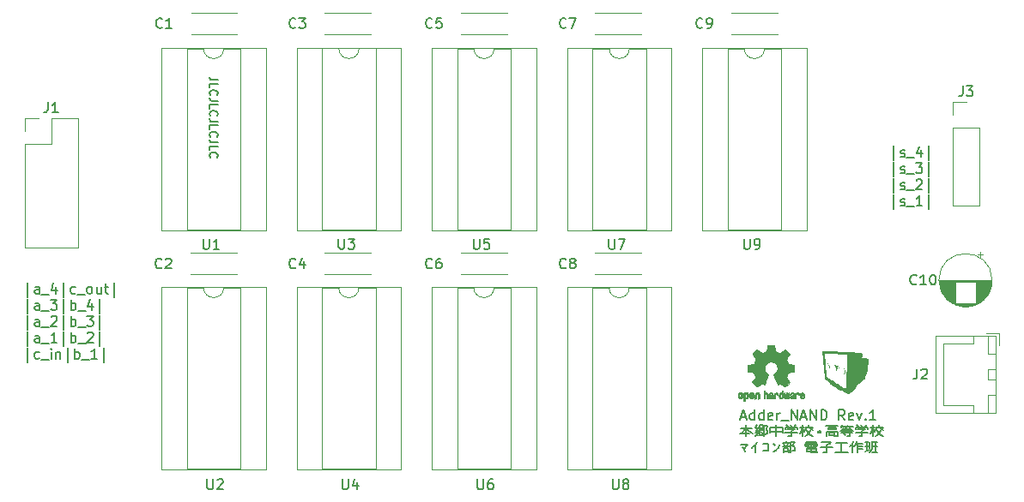
<source format=gbr>
%TF.GenerationSoftware,KiCad,Pcbnew,7.0.8*%
%TF.CreationDate,2024-08-21T13:00:36+09:00*%
%TF.ProjectId,adder,61646465-722e-46b6-9963-61645f706362,rev?*%
%TF.SameCoordinates,Original*%
%TF.FileFunction,Legend,Top*%
%TF.FilePolarity,Positive*%
%FSLAX46Y46*%
G04 Gerber Fmt 4.6, Leading zero omitted, Abs format (unit mm)*
G04 Created by KiCad (PCBNEW 7.0.8) date 2024-08-21 13:00:36*
%MOMM*%
%LPD*%
G01*
G04 APERTURE LIST*
%ADD10C,0.150000*%
%ADD11C,0.120000*%
%ADD12C,0.010000*%
G04 APERTURE END LIST*
D10*
X78425874Y-62597152D02*
X78425874Y-61168580D01*
X79568731Y-62263819D02*
X79568731Y-61740009D01*
X79568731Y-61740009D02*
X79521112Y-61644771D01*
X79521112Y-61644771D02*
X79425874Y-61597152D01*
X79425874Y-61597152D02*
X79235398Y-61597152D01*
X79235398Y-61597152D02*
X79140160Y-61644771D01*
X79568731Y-62216200D02*
X79473493Y-62263819D01*
X79473493Y-62263819D02*
X79235398Y-62263819D01*
X79235398Y-62263819D02*
X79140160Y-62216200D01*
X79140160Y-62216200D02*
X79092541Y-62120961D01*
X79092541Y-62120961D02*
X79092541Y-62025723D01*
X79092541Y-62025723D02*
X79140160Y-61930485D01*
X79140160Y-61930485D02*
X79235398Y-61882866D01*
X79235398Y-61882866D02*
X79473493Y-61882866D01*
X79473493Y-61882866D02*
X79568731Y-61835247D01*
X79806827Y-62359057D02*
X80568731Y-62359057D01*
X81235398Y-61597152D02*
X81235398Y-62263819D01*
X80997303Y-61216200D02*
X80759208Y-61930485D01*
X80759208Y-61930485D02*
X81378255Y-61930485D01*
X81997303Y-62597152D02*
X81997303Y-61168580D01*
X83140160Y-62216200D02*
X83044922Y-62263819D01*
X83044922Y-62263819D02*
X82854446Y-62263819D01*
X82854446Y-62263819D02*
X82759208Y-62216200D01*
X82759208Y-62216200D02*
X82711589Y-62168580D01*
X82711589Y-62168580D02*
X82663970Y-62073342D01*
X82663970Y-62073342D02*
X82663970Y-61787628D01*
X82663970Y-61787628D02*
X82711589Y-61692390D01*
X82711589Y-61692390D02*
X82759208Y-61644771D01*
X82759208Y-61644771D02*
X82854446Y-61597152D01*
X82854446Y-61597152D02*
X83044922Y-61597152D01*
X83044922Y-61597152D02*
X83140160Y-61644771D01*
X83330637Y-62359057D02*
X84092541Y-62359057D01*
X84473494Y-62263819D02*
X84378256Y-62216200D01*
X84378256Y-62216200D02*
X84330637Y-62168580D01*
X84330637Y-62168580D02*
X84283018Y-62073342D01*
X84283018Y-62073342D02*
X84283018Y-61787628D01*
X84283018Y-61787628D02*
X84330637Y-61692390D01*
X84330637Y-61692390D02*
X84378256Y-61644771D01*
X84378256Y-61644771D02*
X84473494Y-61597152D01*
X84473494Y-61597152D02*
X84616351Y-61597152D01*
X84616351Y-61597152D02*
X84711589Y-61644771D01*
X84711589Y-61644771D02*
X84759208Y-61692390D01*
X84759208Y-61692390D02*
X84806827Y-61787628D01*
X84806827Y-61787628D02*
X84806827Y-62073342D01*
X84806827Y-62073342D02*
X84759208Y-62168580D01*
X84759208Y-62168580D02*
X84711589Y-62216200D01*
X84711589Y-62216200D02*
X84616351Y-62263819D01*
X84616351Y-62263819D02*
X84473494Y-62263819D01*
X85663970Y-61597152D02*
X85663970Y-62263819D01*
X85235399Y-61597152D02*
X85235399Y-62120961D01*
X85235399Y-62120961D02*
X85283018Y-62216200D01*
X85283018Y-62216200D02*
X85378256Y-62263819D01*
X85378256Y-62263819D02*
X85521113Y-62263819D01*
X85521113Y-62263819D02*
X85616351Y-62216200D01*
X85616351Y-62216200D02*
X85663970Y-62168580D01*
X85997304Y-61597152D02*
X86378256Y-61597152D01*
X86140161Y-61263819D02*
X86140161Y-62120961D01*
X86140161Y-62120961D02*
X86187780Y-62216200D01*
X86187780Y-62216200D02*
X86283018Y-62263819D01*
X86283018Y-62263819D02*
X86378256Y-62263819D01*
X86949685Y-62597152D02*
X86949685Y-61168580D01*
X78425874Y-64207152D02*
X78425874Y-62778580D01*
X79568731Y-63873819D02*
X79568731Y-63350009D01*
X79568731Y-63350009D02*
X79521112Y-63254771D01*
X79521112Y-63254771D02*
X79425874Y-63207152D01*
X79425874Y-63207152D02*
X79235398Y-63207152D01*
X79235398Y-63207152D02*
X79140160Y-63254771D01*
X79568731Y-63826200D02*
X79473493Y-63873819D01*
X79473493Y-63873819D02*
X79235398Y-63873819D01*
X79235398Y-63873819D02*
X79140160Y-63826200D01*
X79140160Y-63826200D02*
X79092541Y-63730961D01*
X79092541Y-63730961D02*
X79092541Y-63635723D01*
X79092541Y-63635723D02*
X79140160Y-63540485D01*
X79140160Y-63540485D02*
X79235398Y-63492866D01*
X79235398Y-63492866D02*
X79473493Y-63492866D01*
X79473493Y-63492866D02*
X79568731Y-63445247D01*
X79806827Y-63969057D02*
X80568731Y-63969057D01*
X80711589Y-62873819D02*
X81330636Y-62873819D01*
X81330636Y-62873819D02*
X80997303Y-63254771D01*
X80997303Y-63254771D02*
X81140160Y-63254771D01*
X81140160Y-63254771D02*
X81235398Y-63302390D01*
X81235398Y-63302390D02*
X81283017Y-63350009D01*
X81283017Y-63350009D02*
X81330636Y-63445247D01*
X81330636Y-63445247D02*
X81330636Y-63683342D01*
X81330636Y-63683342D02*
X81283017Y-63778580D01*
X81283017Y-63778580D02*
X81235398Y-63826200D01*
X81235398Y-63826200D02*
X81140160Y-63873819D01*
X81140160Y-63873819D02*
X80854446Y-63873819D01*
X80854446Y-63873819D02*
X80759208Y-63826200D01*
X80759208Y-63826200D02*
X80711589Y-63778580D01*
X81997303Y-64207152D02*
X81997303Y-62778580D01*
X82711589Y-63873819D02*
X82711589Y-62873819D01*
X82711589Y-63254771D02*
X82806827Y-63207152D01*
X82806827Y-63207152D02*
X82997303Y-63207152D01*
X82997303Y-63207152D02*
X83092541Y-63254771D01*
X83092541Y-63254771D02*
X83140160Y-63302390D01*
X83140160Y-63302390D02*
X83187779Y-63397628D01*
X83187779Y-63397628D02*
X83187779Y-63683342D01*
X83187779Y-63683342D02*
X83140160Y-63778580D01*
X83140160Y-63778580D02*
X83092541Y-63826200D01*
X83092541Y-63826200D02*
X82997303Y-63873819D01*
X82997303Y-63873819D02*
X82806827Y-63873819D01*
X82806827Y-63873819D02*
X82711589Y-63826200D01*
X83378256Y-63969057D02*
X84140160Y-63969057D01*
X84806827Y-63207152D02*
X84806827Y-63873819D01*
X84568732Y-62826200D02*
X84330637Y-63540485D01*
X84330637Y-63540485D02*
X84949684Y-63540485D01*
X85568732Y-64207152D02*
X85568732Y-62778580D01*
X78425874Y-65817152D02*
X78425874Y-64388580D01*
X79568731Y-65483819D02*
X79568731Y-64960009D01*
X79568731Y-64960009D02*
X79521112Y-64864771D01*
X79521112Y-64864771D02*
X79425874Y-64817152D01*
X79425874Y-64817152D02*
X79235398Y-64817152D01*
X79235398Y-64817152D02*
X79140160Y-64864771D01*
X79568731Y-65436200D02*
X79473493Y-65483819D01*
X79473493Y-65483819D02*
X79235398Y-65483819D01*
X79235398Y-65483819D02*
X79140160Y-65436200D01*
X79140160Y-65436200D02*
X79092541Y-65340961D01*
X79092541Y-65340961D02*
X79092541Y-65245723D01*
X79092541Y-65245723D02*
X79140160Y-65150485D01*
X79140160Y-65150485D02*
X79235398Y-65102866D01*
X79235398Y-65102866D02*
X79473493Y-65102866D01*
X79473493Y-65102866D02*
X79568731Y-65055247D01*
X79806827Y-65579057D02*
X80568731Y-65579057D01*
X80759208Y-64579057D02*
X80806827Y-64531438D01*
X80806827Y-64531438D02*
X80902065Y-64483819D01*
X80902065Y-64483819D02*
X81140160Y-64483819D01*
X81140160Y-64483819D02*
X81235398Y-64531438D01*
X81235398Y-64531438D02*
X81283017Y-64579057D01*
X81283017Y-64579057D02*
X81330636Y-64674295D01*
X81330636Y-64674295D02*
X81330636Y-64769533D01*
X81330636Y-64769533D02*
X81283017Y-64912390D01*
X81283017Y-64912390D02*
X80711589Y-65483819D01*
X80711589Y-65483819D02*
X81330636Y-65483819D01*
X81997303Y-65817152D02*
X81997303Y-64388580D01*
X82711589Y-65483819D02*
X82711589Y-64483819D01*
X82711589Y-64864771D02*
X82806827Y-64817152D01*
X82806827Y-64817152D02*
X82997303Y-64817152D01*
X82997303Y-64817152D02*
X83092541Y-64864771D01*
X83092541Y-64864771D02*
X83140160Y-64912390D01*
X83140160Y-64912390D02*
X83187779Y-65007628D01*
X83187779Y-65007628D02*
X83187779Y-65293342D01*
X83187779Y-65293342D02*
X83140160Y-65388580D01*
X83140160Y-65388580D02*
X83092541Y-65436200D01*
X83092541Y-65436200D02*
X82997303Y-65483819D01*
X82997303Y-65483819D02*
X82806827Y-65483819D01*
X82806827Y-65483819D02*
X82711589Y-65436200D01*
X83378256Y-65579057D02*
X84140160Y-65579057D01*
X84283018Y-64483819D02*
X84902065Y-64483819D01*
X84902065Y-64483819D02*
X84568732Y-64864771D01*
X84568732Y-64864771D02*
X84711589Y-64864771D01*
X84711589Y-64864771D02*
X84806827Y-64912390D01*
X84806827Y-64912390D02*
X84854446Y-64960009D01*
X84854446Y-64960009D02*
X84902065Y-65055247D01*
X84902065Y-65055247D02*
X84902065Y-65293342D01*
X84902065Y-65293342D02*
X84854446Y-65388580D01*
X84854446Y-65388580D02*
X84806827Y-65436200D01*
X84806827Y-65436200D02*
X84711589Y-65483819D01*
X84711589Y-65483819D02*
X84425875Y-65483819D01*
X84425875Y-65483819D02*
X84330637Y-65436200D01*
X84330637Y-65436200D02*
X84283018Y-65388580D01*
X85568732Y-65817152D02*
X85568732Y-64388580D01*
X78425874Y-67427152D02*
X78425874Y-65998580D01*
X79568731Y-67093819D02*
X79568731Y-66570009D01*
X79568731Y-66570009D02*
X79521112Y-66474771D01*
X79521112Y-66474771D02*
X79425874Y-66427152D01*
X79425874Y-66427152D02*
X79235398Y-66427152D01*
X79235398Y-66427152D02*
X79140160Y-66474771D01*
X79568731Y-67046200D02*
X79473493Y-67093819D01*
X79473493Y-67093819D02*
X79235398Y-67093819D01*
X79235398Y-67093819D02*
X79140160Y-67046200D01*
X79140160Y-67046200D02*
X79092541Y-66950961D01*
X79092541Y-66950961D02*
X79092541Y-66855723D01*
X79092541Y-66855723D02*
X79140160Y-66760485D01*
X79140160Y-66760485D02*
X79235398Y-66712866D01*
X79235398Y-66712866D02*
X79473493Y-66712866D01*
X79473493Y-66712866D02*
X79568731Y-66665247D01*
X79806827Y-67189057D02*
X80568731Y-67189057D01*
X81330636Y-67093819D02*
X80759208Y-67093819D01*
X81044922Y-67093819D02*
X81044922Y-66093819D01*
X81044922Y-66093819D02*
X80949684Y-66236676D01*
X80949684Y-66236676D02*
X80854446Y-66331914D01*
X80854446Y-66331914D02*
X80759208Y-66379533D01*
X81997303Y-67427152D02*
X81997303Y-65998580D01*
X82711589Y-67093819D02*
X82711589Y-66093819D01*
X82711589Y-66474771D02*
X82806827Y-66427152D01*
X82806827Y-66427152D02*
X82997303Y-66427152D01*
X82997303Y-66427152D02*
X83092541Y-66474771D01*
X83092541Y-66474771D02*
X83140160Y-66522390D01*
X83140160Y-66522390D02*
X83187779Y-66617628D01*
X83187779Y-66617628D02*
X83187779Y-66903342D01*
X83187779Y-66903342D02*
X83140160Y-66998580D01*
X83140160Y-66998580D02*
X83092541Y-67046200D01*
X83092541Y-67046200D02*
X82997303Y-67093819D01*
X82997303Y-67093819D02*
X82806827Y-67093819D01*
X82806827Y-67093819D02*
X82711589Y-67046200D01*
X83378256Y-67189057D02*
X84140160Y-67189057D01*
X84330637Y-66189057D02*
X84378256Y-66141438D01*
X84378256Y-66141438D02*
X84473494Y-66093819D01*
X84473494Y-66093819D02*
X84711589Y-66093819D01*
X84711589Y-66093819D02*
X84806827Y-66141438D01*
X84806827Y-66141438D02*
X84854446Y-66189057D01*
X84854446Y-66189057D02*
X84902065Y-66284295D01*
X84902065Y-66284295D02*
X84902065Y-66379533D01*
X84902065Y-66379533D02*
X84854446Y-66522390D01*
X84854446Y-66522390D02*
X84283018Y-67093819D01*
X84283018Y-67093819D02*
X84902065Y-67093819D01*
X85568732Y-67427152D02*
X85568732Y-65998580D01*
X78425874Y-69037152D02*
X78425874Y-67608580D01*
X79568731Y-68656200D02*
X79473493Y-68703819D01*
X79473493Y-68703819D02*
X79283017Y-68703819D01*
X79283017Y-68703819D02*
X79187779Y-68656200D01*
X79187779Y-68656200D02*
X79140160Y-68608580D01*
X79140160Y-68608580D02*
X79092541Y-68513342D01*
X79092541Y-68513342D02*
X79092541Y-68227628D01*
X79092541Y-68227628D02*
X79140160Y-68132390D01*
X79140160Y-68132390D02*
X79187779Y-68084771D01*
X79187779Y-68084771D02*
X79283017Y-68037152D01*
X79283017Y-68037152D02*
X79473493Y-68037152D01*
X79473493Y-68037152D02*
X79568731Y-68084771D01*
X79759208Y-68799057D02*
X80521112Y-68799057D01*
X80759208Y-68703819D02*
X80759208Y-68037152D01*
X80759208Y-67703819D02*
X80711589Y-67751438D01*
X80711589Y-67751438D02*
X80759208Y-67799057D01*
X80759208Y-67799057D02*
X80806827Y-67751438D01*
X80806827Y-67751438D02*
X80759208Y-67703819D01*
X80759208Y-67703819D02*
X80759208Y-67799057D01*
X81235398Y-68037152D02*
X81235398Y-68703819D01*
X81235398Y-68132390D02*
X81283017Y-68084771D01*
X81283017Y-68084771D02*
X81378255Y-68037152D01*
X81378255Y-68037152D02*
X81521112Y-68037152D01*
X81521112Y-68037152D02*
X81616350Y-68084771D01*
X81616350Y-68084771D02*
X81663969Y-68180009D01*
X81663969Y-68180009D02*
X81663969Y-68703819D01*
X82378255Y-69037152D02*
X82378255Y-67608580D01*
X83092541Y-68703819D02*
X83092541Y-67703819D01*
X83092541Y-68084771D02*
X83187779Y-68037152D01*
X83187779Y-68037152D02*
X83378255Y-68037152D01*
X83378255Y-68037152D02*
X83473493Y-68084771D01*
X83473493Y-68084771D02*
X83521112Y-68132390D01*
X83521112Y-68132390D02*
X83568731Y-68227628D01*
X83568731Y-68227628D02*
X83568731Y-68513342D01*
X83568731Y-68513342D02*
X83521112Y-68608580D01*
X83521112Y-68608580D02*
X83473493Y-68656200D01*
X83473493Y-68656200D02*
X83378255Y-68703819D01*
X83378255Y-68703819D02*
X83187779Y-68703819D01*
X83187779Y-68703819D02*
X83092541Y-68656200D01*
X83759208Y-68799057D02*
X84521112Y-68799057D01*
X85283017Y-68703819D02*
X84711589Y-68703819D01*
X84997303Y-68703819D02*
X84997303Y-67703819D01*
X84997303Y-67703819D02*
X84902065Y-67846676D01*
X84902065Y-67846676D02*
X84806827Y-67941914D01*
X84806827Y-67941914D02*
X84711589Y-67989533D01*
X85949684Y-69037152D02*
X85949684Y-67608580D01*
X148797160Y-74468104D02*
X149273350Y-74468104D01*
X148701922Y-74753819D02*
X149035255Y-73753819D01*
X149035255Y-73753819D02*
X149368588Y-74753819D01*
X150130493Y-74753819D02*
X150130493Y-73753819D01*
X150130493Y-74706200D02*
X150035255Y-74753819D01*
X150035255Y-74753819D02*
X149844779Y-74753819D01*
X149844779Y-74753819D02*
X149749541Y-74706200D01*
X149749541Y-74706200D02*
X149701922Y-74658580D01*
X149701922Y-74658580D02*
X149654303Y-74563342D01*
X149654303Y-74563342D02*
X149654303Y-74277628D01*
X149654303Y-74277628D02*
X149701922Y-74182390D01*
X149701922Y-74182390D02*
X149749541Y-74134771D01*
X149749541Y-74134771D02*
X149844779Y-74087152D01*
X149844779Y-74087152D02*
X150035255Y-74087152D01*
X150035255Y-74087152D02*
X150130493Y-74134771D01*
X151035255Y-74753819D02*
X151035255Y-73753819D01*
X151035255Y-74706200D02*
X150940017Y-74753819D01*
X150940017Y-74753819D02*
X150749541Y-74753819D01*
X150749541Y-74753819D02*
X150654303Y-74706200D01*
X150654303Y-74706200D02*
X150606684Y-74658580D01*
X150606684Y-74658580D02*
X150559065Y-74563342D01*
X150559065Y-74563342D02*
X150559065Y-74277628D01*
X150559065Y-74277628D02*
X150606684Y-74182390D01*
X150606684Y-74182390D02*
X150654303Y-74134771D01*
X150654303Y-74134771D02*
X150749541Y-74087152D01*
X150749541Y-74087152D02*
X150940017Y-74087152D01*
X150940017Y-74087152D02*
X151035255Y-74134771D01*
X151892398Y-74706200D02*
X151797160Y-74753819D01*
X151797160Y-74753819D02*
X151606684Y-74753819D01*
X151606684Y-74753819D02*
X151511446Y-74706200D01*
X151511446Y-74706200D02*
X151463827Y-74610961D01*
X151463827Y-74610961D02*
X151463827Y-74230009D01*
X151463827Y-74230009D02*
X151511446Y-74134771D01*
X151511446Y-74134771D02*
X151606684Y-74087152D01*
X151606684Y-74087152D02*
X151797160Y-74087152D01*
X151797160Y-74087152D02*
X151892398Y-74134771D01*
X151892398Y-74134771D02*
X151940017Y-74230009D01*
X151940017Y-74230009D02*
X151940017Y-74325247D01*
X151940017Y-74325247D02*
X151463827Y-74420485D01*
X152368589Y-74753819D02*
X152368589Y-74087152D01*
X152368589Y-74277628D02*
X152416208Y-74182390D01*
X152416208Y-74182390D02*
X152463827Y-74134771D01*
X152463827Y-74134771D02*
X152559065Y-74087152D01*
X152559065Y-74087152D02*
X152654303Y-74087152D01*
X152749542Y-74849057D02*
X153511446Y-74849057D01*
X153749542Y-74753819D02*
X153749542Y-73753819D01*
X153749542Y-73753819D02*
X154320970Y-74753819D01*
X154320970Y-74753819D02*
X154320970Y-73753819D01*
X154749542Y-74468104D02*
X155225732Y-74468104D01*
X154654304Y-74753819D02*
X154987637Y-73753819D01*
X154987637Y-73753819D02*
X155320970Y-74753819D01*
X155654304Y-74753819D02*
X155654304Y-73753819D01*
X155654304Y-73753819D02*
X156225732Y-74753819D01*
X156225732Y-74753819D02*
X156225732Y-73753819D01*
X156701923Y-74753819D02*
X156701923Y-73753819D01*
X156701923Y-73753819D02*
X156940018Y-73753819D01*
X156940018Y-73753819D02*
X157082875Y-73801438D01*
X157082875Y-73801438D02*
X157178113Y-73896676D01*
X157178113Y-73896676D02*
X157225732Y-73991914D01*
X157225732Y-73991914D02*
X157273351Y-74182390D01*
X157273351Y-74182390D02*
X157273351Y-74325247D01*
X157273351Y-74325247D02*
X157225732Y-74515723D01*
X157225732Y-74515723D02*
X157178113Y-74610961D01*
X157178113Y-74610961D02*
X157082875Y-74706200D01*
X157082875Y-74706200D02*
X156940018Y-74753819D01*
X156940018Y-74753819D02*
X156701923Y-74753819D01*
X159035256Y-74753819D02*
X158701923Y-74277628D01*
X158463828Y-74753819D02*
X158463828Y-73753819D01*
X158463828Y-73753819D02*
X158844780Y-73753819D01*
X158844780Y-73753819D02*
X158940018Y-73801438D01*
X158940018Y-73801438D02*
X158987637Y-73849057D01*
X158987637Y-73849057D02*
X159035256Y-73944295D01*
X159035256Y-73944295D02*
X159035256Y-74087152D01*
X159035256Y-74087152D02*
X158987637Y-74182390D01*
X158987637Y-74182390D02*
X158940018Y-74230009D01*
X158940018Y-74230009D02*
X158844780Y-74277628D01*
X158844780Y-74277628D02*
X158463828Y-74277628D01*
X159844780Y-74706200D02*
X159749542Y-74753819D01*
X159749542Y-74753819D02*
X159559066Y-74753819D01*
X159559066Y-74753819D02*
X159463828Y-74706200D01*
X159463828Y-74706200D02*
X159416209Y-74610961D01*
X159416209Y-74610961D02*
X159416209Y-74230009D01*
X159416209Y-74230009D02*
X159463828Y-74134771D01*
X159463828Y-74134771D02*
X159559066Y-74087152D01*
X159559066Y-74087152D02*
X159749542Y-74087152D01*
X159749542Y-74087152D02*
X159844780Y-74134771D01*
X159844780Y-74134771D02*
X159892399Y-74230009D01*
X159892399Y-74230009D02*
X159892399Y-74325247D01*
X159892399Y-74325247D02*
X159416209Y-74420485D01*
X160225733Y-74087152D02*
X160463828Y-74753819D01*
X160463828Y-74753819D02*
X160701923Y-74087152D01*
X161082876Y-74658580D02*
X161130495Y-74706200D01*
X161130495Y-74706200D02*
X161082876Y-74753819D01*
X161082876Y-74753819D02*
X161035257Y-74706200D01*
X161035257Y-74706200D02*
X161082876Y-74658580D01*
X161082876Y-74658580D02*
X161082876Y-74753819D01*
X162082875Y-74753819D02*
X161511447Y-74753819D01*
X161797161Y-74753819D02*
X161797161Y-73753819D01*
X161797161Y-73753819D02*
X161701923Y-73896676D01*
X161701923Y-73896676D02*
X161606685Y-73991914D01*
X161606685Y-73991914D02*
X161511447Y-74039533D01*
X148749541Y-75554295D02*
X149892398Y-75554295D01*
X149035255Y-76125723D02*
X149606684Y-76125723D01*
X149320969Y-75220961D02*
X149320969Y-76363819D01*
X149320969Y-75554295D02*
X149225731Y-75697152D01*
X149225731Y-75697152D02*
X148844779Y-76078104D01*
X148844779Y-76078104D02*
X148701922Y-76125723D01*
X149320969Y-75554295D02*
X149416207Y-75744771D01*
X149416207Y-75744771D02*
X149749541Y-76030485D01*
X149749541Y-76030485D02*
X149940017Y-76125723D01*
X150654302Y-75554295D02*
X150940016Y-75554295D01*
X150654302Y-75792390D02*
X150940016Y-75792390D01*
X150654302Y-75268580D02*
X150654302Y-76268580D01*
X150654302Y-75268580D02*
X150940016Y-75268580D01*
X150940016Y-75268580D02*
X150940016Y-75792390D01*
X151082874Y-75268580D02*
X151082874Y-76363819D01*
X150463826Y-76125723D02*
X150225731Y-76363819D01*
X150416207Y-75220961D02*
X150225731Y-75506676D01*
X150225731Y-75506676D02*
X150368588Y-75697152D01*
X150368588Y-75697152D02*
X150273350Y-75935247D01*
X150511445Y-75506676D02*
X150320969Y-75840009D01*
X150511445Y-75887628D02*
X150368588Y-76268580D01*
X151082874Y-75316200D02*
X151416207Y-75316200D01*
X151416207Y-75316200D02*
X151273350Y-75697152D01*
X151273350Y-75697152D02*
X151416207Y-75935247D01*
X151416207Y-75935247D02*
X151416207Y-76125723D01*
X151416207Y-76125723D02*
X151178112Y-76173342D01*
X150559064Y-75744771D02*
X150416207Y-76173342D01*
X150511445Y-75887628D02*
X150178112Y-75982866D01*
X150844778Y-75935247D02*
X150987635Y-76220961D01*
X150987635Y-76220961D02*
X150559064Y-76268580D01*
X151654302Y-75935247D02*
X152892397Y-75935247D01*
X151654302Y-75459057D02*
X151654302Y-76030485D01*
X152273349Y-75220961D02*
X152273349Y-76363819D01*
X151654302Y-75459057D02*
X152892397Y-75459057D01*
X152892397Y-75459057D02*
X152892397Y-75982866D01*
X153130492Y-75982866D02*
X154368587Y-75982866D01*
X153463825Y-76363819D02*
X153749539Y-76363819D01*
X153178111Y-75459057D02*
X153178111Y-75697152D01*
X153749539Y-75887628D02*
X153749539Y-76363819D01*
X153178111Y-75459057D02*
X154320968Y-75459057D01*
X154320968Y-75459057D02*
X154320968Y-75697152D01*
X153273349Y-75268580D02*
X153416206Y-75411438D01*
X154225730Y-75268580D02*
X154035254Y-75459057D01*
X153701920Y-75220961D02*
X153749539Y-75411438D01*
X153368587Y-75697152D02*
X154130492Y-75697152D01*
X154130492Y-75697152D02*
X153749539Y-75840009D01*
X155082872Y-75459057D02*
X155844777Y-75459057D01*
X154606682Y-75506676D02*
X155035253Y-75506676D01*
X154844777Y-75220961D02*
X154844777Y-76363819D01*
X155463824Y-75220961D02*
X155463824Y-75411438D01*
X154844777Y-75697152D02*
X155035253Y-75887628D01*
X155606682Y-75554295D02*
X155844777Y-75792390D01*
X155273348Y-75601914D02*
X155082872Y-75792390D01*
X155273348Y-75792390D02*
X155368586Y-76030485D01*
X155368586Y-76030485D02*
X155654301Y-76268580D01*
X155654301Y-76268580D02*
X155844777Y-76363819D01*
X154844777Y-75554295D02*
X154606682Y-76078104D01*
X155654301Y-75792390D02*
X155511444Y-76030485D01*
X155511444Y-76030485D02*
X155320967Y-76268580D01*
X155320967Y-76268580D02*
X155082872Y-76363819D01*
X154844777Y-75459057D02*
X154701920Y-75982866D01*
X156463824Y-75840009D02*
X156559062Y-75840009D01*
X156559062Y-75840009D02*
X156606681Y-75887628D01*
X156606681Y-75887628D02*
X156606681Y-75982866D01*
X156606681Y-75982866D02*
X156559062Y-76030485D01*
X156559062Y-76030485D02*
X156463824Y-76030485D01*
X156463824Y-76030485D02*
X156416205Y-75982866D01*
X156416205Y-75982866D02*
X156416205Y-75887628D01*
X156416205Y-75887628D02*
X156463824Y-75840009D01*
X157130491Y-75363819D02*
X158368586Y-75363819D01*
X157368586Y-75697152D02*
X158130491Y-75697152D01*
X158035253Y-76363819D02*
X158320967Y-76363819D01*
X157225729Y-75887628D02*
X157225729Y-76363819D01*
X157368586Y-75506676D02*
X157368586Y-75697152D01*
X157749538Y-75220961D02*
X157749538Y-75363819D01*
X157368586Y-75506676D02*
X158130491Y-75506676D01*
X158130491Y-75506676D02*
X158130491Y-75697152D01*
X157225729Y-75887628D02*
X158320967Y-75887628D01*
X158320967Y-75887628D02*
X158320967Y-76363819D01*
X157463824Y-76030485D02*
X158035253Y-76030485D01*
X158035253Y-76030485D02*
X158035253Y-76220961D01*
X158035253Y-76220961D02*
X157463824Y-76220961D01*
X157463824Y-76220961D02*
X157463824Y-76030485D01*
X158749538Y-75411438D02*
X159178109Y-75411438D01*
X159273347Y-75411438D02*
X159844776Y-75411438D01*
X158749538Y-75649533D02*
X159701919Y-75649533D01*
X158606681Y-75840009D02*
X159844776Y-75840009D01*
X158654300Y-76030485D02*
X159797157Y-76030485D01*
X159273347Y-76363819D02*
X159511443Y-76363819D01*
X159225728Y-75506676D02*
X159225728Y-75840009D01*
X159511443Y-75840009D02*
X159511443Y-76363819D01*
X158940014Y-76125723D02*
X159082871Y-76268580D01*
X159511443Y-75411438D02*
X159511443Y-75506676D01*
X159320966Y-75316200D02*
X159130490Y-75506676D01*
X158844776Y-75411438D02*
X158940014Y-75506676D01*
X158749538Y-75220961D02*
X158654300Y-75506676D01*
X160082871Y-75982866D02*
X161320966Y-75982866D01*
X160416204Y-76363819D02*
X160701918Y-76363819D01*
X160130490Y-75459057D02*
X160130490Y-75697152D01*
X160701918Y-75887628D02*
X160701918Y-76363819D01*
X160130490Y-75459057D02*
X161273347Y-75459057D01*
X161273347Y-75459057D02*
X161273347Y-75697152D01*
X160225728Y-75268580D02*
X160368585Y-75411438D01*
X161178109Y-75268580D02*
X160987633Y-75459057D01*
X160654299Y-75220961D02*
X160701918Y-75411438D01*
X160320966Y-75697152D02*
X161082871Y-75697152D01*
X161082871Y-75697152D02*
X160701918Y-75840009D01*
X162035251Y-75459057D02*
X162797156Y-75459057D01*
X161559061Y-75506676D02*
X161987632Y-75506676D01*
X161797156Y-75220961D02*
X161797156Y-76363819D01*
X162416203Y-75220961D02*
X162416203Y-75411438D01*
X161797156Y-75697152D02*
X161987632Y-75887628D01*
X162559061Y-75554295D02*
X162797156Y-75792390D01*
X162225727Y-75601914D02*
X162035251Y-75792390D01*
X162225727Y-75792390D02*
X162320965Y-76030485D01*
X162320965Y-76030485D02*
X162606680Y-76268580D01*
X162606680Y-76268580D02*
X162797156Y-76363819D01*
X161797156Y-75554295D02*
X161559061Y-76078104D01*
X162606680Y-75792390D02*
X162463823Y-76030485D01*
X162463823Y-76030485D02*
X162273346Y-76268580D01*
X162273346Y-76268580D02*
X162035251Y-76363819D01*
X161797156Y-75459057D02*
X161654299Y-75982866D01*
X148797160Y-77164295D02*
X149416207Y-77164295D01*
X149416207Y-77164295D02*
X149320969Y-77354771D01*
X149320969Y-77354771D02*
X149225731Y-77497628D01*
X149225731Y-77497628D02*
X149130493Y-77592866D01*
X148940017Y-77450009D02*
X149082874Y-77592866D01*
X149082874Y-77592866D02*
X149130493Y-77688104D01*
X149130493Y-77688104D02*
X149225731Y-77830961D01*
X150178112Y-77259533D02*
X150178112Y-77973819D01*
X150416207Y-76926200D02*
X150320969Y-77069057D01*
X150320969Y-77069057D02*
X150178112Y-77259533D01*
X150178112Y-77259533D02*
X149987636Y-77402390D01*
X149987636Y-77402390D02*
X149844779Y-77497628D01*
X150940017Y-77116676D02*
X151511445Y-77116676D01*
X151511445Y-77116676D02*
X151511445Y-77783342D01*
X151511445Y-77783342D02*
X150940017Y-77783342D01*
X151987636Y-77069057D02*
X152178112Y-77259533D01*
X151987636Y-77830961D02*
X152225731Y-77783342D01*
X152225731Y-77783342D02*
X152368588Y-77640485D01*
X152368588Y-77640485D02*
X152463826Y-77497628D01*
X152463826Y-77497628D02*
X152559064Y-77164295D01*
X152940017Y-77021438D02*
X153559064Y-77021438D01*
X152892398Y-77354771D02*
X153606683Y-77354771D01*
X152987636Y-77878580D02*
X153463826Y-77878580D01*
X152987636Y-77545247D02*
X152987636Y-77973819D01*
X153225731Y-76830961D02*
X153225731Y-77021438D01*
X152987636Y-77545247D02*
X153463826Y-77545247D01*
X153463826Y-77545247D02*
X153511445Y-77973819D01*
X153701921Y-76926200D02*
X153701921Y-77973819D01*
X153035255Y-77116676D02*
X153082874Y-77259533D01*
X153463826Y-77069057D02*
X153368588Y-77307152D01*
X153701921Y-76926200D02*
X154130493Y-76926200D01*
X154130493Y-76926200D02*
X153892398Y-77307152D01*
X153892398Y-77307152D02*
X154082874Y-77450009D01*
X154082874Y-77450009D02*
X154130493Y-77592866D01*
X154130493Y-77592866D02*
X154130493Y-77783342D01*
X154130493Y-77783342D02*
X153892398Y-77783342D01*
X155225731Y-76926200D02*
X156225731Y-76926200D01*
X155273350Y-77211914D02*
X155559064Y-77211914D01*
X155844778Y-77211914D02*
X156178112Y-77211914D01*
X155225731Y-77354771D02*
X155559064Y-77354771D01*
X155844778Y-77354771D02*
X156225731Y-77354771D01*
X155273350Y-77640485D02*
X156225731Y-77640485D01*
X155273350Y-77830961D02*
X156225731Y-77830961D01*
X155749540Y-77973819D02*
X156320969Y-77973819D01*
X155130493Y-77069057D02*
X155130493Y-77259533D01*
X155273350Y-77497628D02*
X155273350Y-77878580D01*
X155701921Y-76926200D02*
X155701921Y-77402390D01*
X155749540Y-77497628D02*
X155749540Y-77973819D01*
X155273350Y-77497628D02*
X156225731Y-77497628D01*
X156225731Y-77497628D02*
X156225731Y-77830961D01*
X155130493Y-77069057D02*
X156320969Y-77069057D01*
X156320969Y-77069057D02*
X156320969Y-77259533D01*
X156368588Y-77830961D02*
X156320969Y-77973819D01*
X156606683Y-77450009D02*
X157844778Y-77450009D01*
X156940016Y-77973819D02*
X157225730Y-77973819D01*
X157225730Y-77211914D02*
X157225730Y-77973819D01*
X156749540Y-76973819D02*
X157701921Y-76973819D01*
X157701921Y-76973819D02*
X157559064Y-77069057D01*
X157559064Y-77069057D02*
X157225730Y-77211914D01*
X158130492Y-77021438D02*
X159273349Y-77021438D01*
X158082873Y-77973819D02*
X159320968Y-77973819D01*
X158701920Y-77021438D02*
X158701920Y-77973819D01*
X160130491Y-77116676D02*
X160797158Y-77116676D01*
X160320967Y-77354771D02*
X160797158Y-77354771D01*
X160320967Y-77640485D02*
X160797158Y-77640485D01*
X159797158Y-77069057D02*
X159797158Y-77973819D01*
X160320967Y-77069057D02*
X160320967Y-77973819D01*
X159892396Y-76878580D02*
X159749539Y-77164295D01*
X159749539Y-77164295D02*
X159559063Y-77354771D01*
X160225729Y-76878580D02*
X160082872Y-77211914D01*
X160082872Y-77211914D02*
X159940015Y-77354771D01*
X161797157Y-76926200D02*
X162225729Y-76926200D01*
X161035253Y-76926200D02*
X161416205Y-76926200D01*
X161082872Y-77354771D02*
X161416205Y-77354771D01*
X161844776Y-77402390D02*
X162225729Y-77402390D01*
X161701919Y-77926200D02*
X162273348Y-77926200D01*
X161225729Y-76926200D02*
X161225729Y-77783342D01*
X161511443Y-76973819D02*
X161511443Y-77545247D01*
X162035253Y-76926200D02*
X162035253Y-77926200D01*
X161654300Y-77783342D02*
X161463824Y-77973819D01*
X161463824Y-77735723D02*
X161035253Y-77830961D01*
X161749538Y-76830961D02*
X161749538Y-77497628D01*
X161749538Y-77497628D02*
X161654300Y-77783342D01*
X163869904Y-49094152D02*
X163869904Y-47665580D01*
X164536571Y-48713200D02*
X164631809Y-48760819D01*
X164631809Y-48760819D02*
X164822285Y-48760819D01*
X164822285Y-48760819D02*
X164917523Y-48713200D01*
X164917523Y-48713200D02*
X164965142Y-48617961D01*
X164965142Y-48617961D02*
X164965142Y-48570342D01*
X164965142Y-48570342D02*
X164917523Y-48475104D01*
X164917523Y-48475104D02*
X164822285Y-48427485D01*
X164822285Y-48427485D02*
X164679428Y-48427485D01*
X164679428Y-48427485D02*
X164584190Y-48379866D01*
X164584190Y-48379866D02*
X164536571Y-48284628D01*
X164536571Y-48284628D02*
X164536571Y-48237009D01*
X164536571Y-48237009D02*
X164584190Y-48141771D01*
X164584190Y-48141771D02*
X164679428Y-48094152D01*
X164679428Y-48094152D02*
X164822285Y-48094152D01*
X164822285Y-48094152D02*
X164917523Y-48141771D01*
X165155619Y-48856057D02*
X165917523Y-48856057D01*
X166584190Y-48094152D02*
X166584190Y-48760819D01*
X166346095Y-47713200D02*
X166108000Y-48427485D01*
X166108000Y-48427485D02*
X166727047Y-48427485D01*
X167346095Y-49094152D02*
X167346095Y-47665580D01*
X163869904Y-50704152D02*
X163869904Y-49275580D01*
X164536571Y-50323200D02*
X164631809Y-50370819D01*
X164631809Y-50370819D02*
X164822285Y-50370819D01*
X164822285Y-50370819D02*
X164917523Y-50323200D01*
X164917523Y-50323200D02*
X164965142Y-50227961D01*
X164965142Y-50227961D02*
X164965142Y-50180342D01*
X164965142Y-50180342D02*
X164917523Y-50085104D01*
X164917523Y-50085104D02*
X164822285Y-50037485D01*
X164822285Y-50037485D02*
X164679428Y-50037485D01*
X164679428Y-50037485D02*
X164584190Y-49989866D01*
X164584190Y-49989866D02*
X164536571Y-49894628D01*
X164536571Y-49894628D02*
X164536571Y-49847009D01*
X164536571Y-49847009D02*
X164584190Y-49751771D01*
X164584190Y-49751771D02*
X164679428Y-49704152D01*
X164679428Y-49704152D02*
X164822285Y-49704152D01*
X164822285Y-49704152D02*
X164917523Y-49751771D01*
X165155619Y-50466057D02*
X165917523Y-50466057D01*
X166060381Y-49370819D02*
X166679428Y-49370819D01*
X166679428Y-49370819D02*
X166346095Y-49751771D01*
X166346095Y-49751771D02*
X166488952Y-49751771D01*
X166488952Y-49751771D02*
X166584190Y-49799390D01*
X166584190Y-49799390D02*
X166631809Y-49847009D01*
X166631809Y-49847009D02*
X166679428Y-49942247D01*
X166679428Y-49942247D02*
X166679428Y-50180342D01*
X166679428Y-50180342D02*
X166631809Y-50275580D01*
X166631809Y-50275580D02*
X166584190Y-50323200D01*
X166584190Y-50323200D02*
X166488952Y-50370819D01*
X166488952Y-50370819D02*
X166203238Y-50370819D01*
X166203238Y-50370819D02*
X166108000Y-50323200D01*
X166108000Y-50323200D02*
X166060381Y-50275580D01*
X167346095Y-50704152D02*
X167346095Y-49275580D01*
X163869904Y-52314152D02*
X163869904Y-50885580D01*
X164536571Y-51933200D02*
X164631809Y-51980819D01*
X164631809Y-51980819D02*
X164822285Y-51980819D01*
X164822285Y-51980819D02*
X164917523Y-51933200D01*
X164917523Y-51933200D02*
X164965142Y-51837961D01*
X164965142Y-51837961D02*
X164965142Y-51790342D01*
X164965142Y-51790342D02*
X164917523Y-51695104D01*
X164917523Y-51695104D02*
X164822285Y-51647485D01*
X164822285Y-51647485D02*
X164679428Y-51647485D01*
X164679428Y-51647485D02*
X164584190Y-51599866D01*
X164584190Y-51599866D02*
X164536571Y-51504628D01*
X164536571Y-51504628D02*
X164536571Y-51457009D01*
X164536571Y-51457009D02*
X164584190Y-51361771D01*
X164584190Y-51361771D02*
X164679428Y-51314152D01*
X164679428Y-51314152D02*
X164822285Y-51314152D01*
X164822285Y-51314152D02*
X164917523Y-51361771D01*
X165155619Y-52076057D02*
X165917523Y-52076057D01*
X166108000Y-51076057D02*
X166155619Y-51028438D01*
X166155619Y-51028438D02*
X166250857Y-50980819D01*
X166250857Y-50980819D02*
X166488952Y-50980819D01*
X166488952Y-50980819D02*
X166584190Y-51028438D01*
X166584190Y-51028438D02*
X166631809Y-51076057D01*
X166631809Y-51076057D02*
X166679428Y-51171295D01*
X166679428Y-51171295D02*
X166679428Y-51266533D01*
X166679428Y-51266533D02*
X166631809Y-51409390D01*
X166631809Y-51409390D02*
X166060381Y-51980819D01*
X166060381Y-51980819D02*
X166679428Y-51980819D01*
X167346095Y-52314152D02*
X167346095Y-50885580D01*
X163869904Y-53924152D02*
X163869904Y-52495580D01*
X164536571Y-53543200D02*
X164631809Y-53590819D01*
X164631809Y-53590819D02*
X164822285Y-53590819D01*
X164822285Y-53590819D02*
X164917523Y-53543200D01*
X164917523Y-53543200D02*
X164965142Y-53447961D01*
X164965142Y-53447961D02*
X164965142Y-53400342D01*
X164965142Y-53400342D02*
X164917523Y-53305104D01*
X164917523Y-53305104D02*
X164822285Y-53257485D01*
X164822285Y-53257485D02*
X164679428Y-53257485D01*
X164679428Y-53257485D02*
X164584190Y-53209866D01*
X164584190Y-53209866D02*
X164536571Y-53114628D01*
X164536571Y-53114628D02*
X164536571Y-53067009D01*
X164536571Y-53067009D02*
X164584190Y-52971771D01*
X164584190Y-52971771D02*
X164679428Y-52924152D01*
X164679428Y-52924152D02*
X164822285Y-52924152D01*
X164822285Y-52924152D02*
X164917523Y-52971771D01*
X165155619Y-53686057D02*
X165917523Y-53686057D01*
X166679428Y-53590819D02*
X166108000Y-53590819D01*
X166393714Y-53590819D02*
X166393714Y-52590819D01*
X166393714Y-52590819D02*
X166298476Y-52733676D01*
X166298476Y-52733676D02*
X166203238Y-52828914D01*
X166203238Y-52828914D02*
X166108000Y-52876533D01*
X167346095Y-53924152D02*
X167346095Y-52495580D01*
X97171704Y-41157731D02*
X96600276Y-41157731D01*
X96600276Y-41157731D02*
X96485990Y-41119636D01*
X96485990Y-41119636D02*
X96409800Y-41043445D01*
X96409800Y-41043445D02*
X96371704Y-40929160D01*
X96371704Y-40929160D02*
X96371704Y-40852969D01*
X96371704Y-41919636D02*
X96371704Y-41538684D01*
X96371704Y-41538684D02*
X97171704Y-41538684D01*
X96447895Y-42643446D02*
X96409800Y-42605350D01*
X96409800Y-42605350D02*
X96371704Y-42491065D01*
X96371704Y-42491065D02*
X96371704Y-42414874D01*
X96371704Y-42414874D02*
X96409800Y-42300588D01*
X96409800Y-42300588D02*
X96485990Y-42224398D01*
X96485990Y-42224398D02*
X96562180Y-42186303D01*
X96562180Y-42186303D02*
X96714561Y-42148207D01*
X96714561Y-42148207D02*
X96828847Y-42148207D01*
X96828847Y-42148207D02*
X96981228Y-42186303D01*
X96981228Y-42186303D02*
X97057419Y-42224398D01*
X97057419Y-42224398D02*
X97133609Y-42300588D01*
X97133609Y-42300588D02*
X97171704Y-42414874D01*
X97171704Y-42414874D02*
X97171704Y-42491065D01*
X97171704Y-42491065D02*
X97133609Y-42605350D01*
X97133609Y-42605350D02*
X97095514Y-42643446D01*
X97171704Y-43214874D02*
X96600276Y-43214874D01*
X96600276Y-43214874D02*
X96485990Y-43176779D01*
X96485990Y-43176779D02*
X96409800Y-43100588D01*
X96409800Y-43100588D02*
X96371704Y-42986303D01*
X96371704Y-42986303D02*
X96371704Y-42910112D01*
X96371704Y-43976779D02*
X96371704Y-43595827D01*
X96371704Y-43595827D02*
X97171704Y-43595827D01*
X96447895Y-44700589D02*
X96409800Y-44662493D01*
X96409800Y-44662493D02*
X96371704Y-44548208D01*
X96371704Y-44548208D02*
X96371704Y-44472017D01*
X96371704Y-44472017D02*
X96409800Y-44357731D01*
X96409800Y-44357731D02*
X96485990Y-44281541D01*
X96485990Y-44281541D02*
X96562180Y-44243446D01*
X96562180Y-44243446D02*
X96714561Y-44205350D01*
X96714561Y-44205350D02*
X96828847Y-44205350D01*
X96828847Y-44205350D02*
X96981228Y-44243446D01*
X96981228Y-44243446D02*
X97057419Y-44281541D01*
X97057419Y-44281541D02*
X97133609Y-44357731D01*
X97133609Y-44357731D02*
X97171704Y-44472017D01*
X97171704Y-44472017D02*
X97171704Y-44548208D01*
X97171704Y-44548208D02*
X97133609Y-44662493D01*
X97133609Y-44662493D02*
X97095514Y-44700589D01*
X97171704Y-45272017D02*
X96600276Y-45272017D01*
X96600276Y-45272017D02*
X96485990Y-45233922D01*
X96485990Y-45233922D02*
X96409800Y-45157731D01*
X96409800Y-45157731D02*
X96371704Y-45043446D01*
X96371704Y-45043446D02*
X96371704Y-44967255D01*
X96371704Y-46033922D02*
X96371704Y-45652970D01*
X96371704Y-45652970D02*
X97171704Y-45652970D01*
X96447895Y-46757732D02*
X96409800Y-46719636D01*
X96409800Y-46719636D02*
X96371704Y-46605351D01*
X96371704Y-46605351D02*
X96371704Y-46529160D01*
X96371704Y-46529160D02*
X96409800Y-46414874D01*
X96409800Y-46414874D02*
X96485990Y-46338684D01*
X96485990Y-46338684D02*
X96562180Y-46300589D01*
X96562180Y-46300589D02*
X96714561Y-46262493D01*
X96714561Y-46262493D02*
X96828847Y-46262493D01*
X96828847Y-46262493D02*
X96981228Y-46300589D01*
X96981228Y-46300589D02*
X97057419Y-46338684D01*
X97057419Y-46338684D02*
X97133609Y-46414874D01*
X97133609Y-46414874D02*
X97171704Y-46529160D01*
X97171704Y-46529160D02*
X97171704Y-46605351D01*
X97171704Y-46605351D02*
X97133609Y-46719636D01*
X97133609Y-46719636D02*
X97095514Y-46757732D01*
X97171704Y-47329160D02*
X96600276Y-47329160D01*
X96600276Y-47329160D02*
X96485990Y-47291065D01*
X96485990Y-47291065D02*
X96409800Y-47214874D01*
X96409800Y-47214874D02*
X96371704Y-47100589D01*
X96371704Y-47100589D02*
X96371704Y-47024398D01*
X96371704Y-48091065D02*
X96371704Y-47710113D01*
X96371704Y-47710113D02*
X97171704Y-47710113D01*
X96447895Y-48814875D02*
X96409800Y-48776779D01*
X96409800Y-48776779D02*
X96371704Y-48662494D01*
X96371704Y-48662494D02*
X96371704Y-48586303D01*
X96371704Y-48586303D02*
X96409800Y-48472017D01*
X96409800Y-48472017D02*
X96485990Y-48395827D01*
X96485990Y-48395827D02*
X96562180Y-48357732D01*
X96562180Y-48357732D02*
X96714561Y-48319636D01*
X96714561Y-48319636D02*
X96828847Y-48319636D01*
X96828847Y-48319636D02*
X96981228Y-48357732D01*
X96981228Y-48357732D02*
X97057419Y-48395827D01*
X97057419Y-48395827D02*
X97133609Y-48472017D01*
X97133609Y-48472017D02*
X97171704Y-48586303D01*
X97171704Y-48586303D02*
X97171704Y-48662494D01*
X97171704Y-48662494D02*
X97133609Y-48776779D01*
X97133609Y-48776779D02*
X97095514Y-48814875D01*
X109474095Y-80607819D02*
X109474095Y-81417342D01*
X109474095Y-81417342D02*
X109521714Y-81512580D01*
X109521714Y-81512580D02*
X109569333Y-81560200D01*
X109569333Y-81560200D02*
X109664571Y-81607819D01*
X109664571Y-81607819D02*
X109855047Y-81607819D01*
X109855047Y-81607819D02*
X109950285Y-81560200D01*
X109950285Y-81560200D02*
X109997904Y-81512580D01*
X109997904Y-81512580D02*
X110045523Y-81417342D01*
X110045523Y-81417342D02*
X110045523Y-80607819D01*
X110950285Y-80941152D02*
X110950285Y-81607819D01*
X110712190Y-80560200D02*
X110474095Y-81274485D01*
X110474095Y-81274485D02*
X111093142Y-81274485D01*
X135763095Y-56858819D02*
X135763095Y-57668342D01*
X135763095Y-57668342D02*
X135810714Y-57763580D01*
X135810714Y-57763580D02*
X135858333Y-57811200D01*
X135858333Y-57811200D02*
X135953571Y-57858819D01*
X135953571Y-57858819D02*
X136144047Y-57858819D01*
X136144047Y-57858819D02*
X136239285Y-57811200D01*
X136239285Y-57811200D02*
X136286904Y-57763580D01*
X136286904Y-57763580D02*
X136334523Y-57668342D01*
X136334523Y-57668342D02*
X136334523Y-56858819D01*
X136715476Y-56858819D02*
X137382142Y-56858819D01*
X137382142Y-56858819D02*
X136953571Y-57858819D01*
X166108142Y-61299580D02*
X166060523Y-61347200D01*
X166060523Y-61347200D02*
X165917666Y-61394819D01*
X165917666Y-61394819D02*
X165822428Y-61394819D01*
X165822428Y-61394819D02*
X165679571Y-61347200D01*
X165679571Y-61347200D02*
X165584333Y-61251961D01*
X165584333Y-61251961D02*
X165536714Y-61156723D01*
X165536714Y-61156723D02*
X165489095Y-60966247D01*
X165489095Y-60966247D02*
X165489095Y-60823390D01*
X165489095Y-60823390D02*
X165536714Y-60632914D01*
X165536714Y-60632914D02*
X165584333Y-60537676D01*
X165584333Y-60537676D02*
X165679571Y-60442438D01*
X165679571Y-60442438D02*
X165822428Y-60394819D01*
X165822428Y-60394819D02*
X165917666Y-60394819D01*
X165917666Y-60394819D02*
X166060523Y-60442438D01*
X166060523Y-60442438D02*
X166108142Y-60490057D01*
X167060523Y-61394819D02*
X166489095Y-61394819D01*
X166774809Y-61394819D02*
X166774809Y-60394819D01*
X166774809Y-60394819D02*
X166679571Y-60537676D01*
X166679571Y-60537676D02*
X166584333Y-60632914D01*
X166584333Y-60632914D02*
X166489095Y-60680533D01*
X167679571Y-60394819D02*
X167774809Y-60394819D01*
X167774809Y-60394819D02*
X167870047Y-60442438D01*
X167870047Y-60442438D02*
X167917666Y-60490057D01*
X167917666Y-60490057D02*
X167965285Y-60585295D01*
X167965285Y-60585295D02*
X168012904Y-60775771D01*
X168012904Y-60775771D02*
X168012904Y-61013866D01*
X168012904Y-61013866D02*
X167965285Y-61204342D01*
X167965285Y-61204342D02*
X167917666Y-61299580D01*
X167917666Y-61299580D02*
X167870047Y-61347200D01*
X167870047Y-61347200D02*
X167774809Y-61394819D01*
X167774809Y-61394819D02*
X167679571Y-61394819D01*
X167679571Y-61394819D02*
X167584333Y-61347200D01*
X167584333Y-61347200D02*
X167536714Y-61299580D01*
X167536714Y-61299580D02*
X167489095Y-61204342D01*
X167489095Y-61204342D02*
X167441476Y-61013866D01*
X167441476Y-61013866D02*
X167441476Y-60775771D01*
X167441476Y-60775771D02*
X167489095Y-60585295D01*
X167489095Y-60585295D02*
X167536714Y-60490057D01*
X167536714Y-60490057D02*
X167584333Y-60442438D01*
X167584333Y-60442438D02*
X167679571Y-60394819D01*
X131540333Y-35929580D02*
X131492714Y-35977200D01*
X131492714Y-35977200D02*
X131349857Y-36024819D01*
X131349857Y-36024819D02*
X131254619Y-36024819D01*
X131254619Y-36024819D02*
X131111762Y-35977200D01*
X131111762Y-35977200D02*
X131016524Y-35881961D01*
X131016524Y-35881961D02*
X130968905Y-35786723D01*
X130968905Y-35786723D02*
X130921286Y-35596247D01*
X130921286Y-35596247D02*
X130921286Y-35453390D01*
X130921286Y-35453390D02*
X130968905Y-35262914D01*
X130968905Y-35262914D02*
X131016524Y-35167676D01*
X131016524Y-35167676D02*
X131111762Y-35072438D01*
X131111762Y-35072438D02*
X131254619Y-35024819D01*
X131254619Y-35024819D02*
X131349857Y-35024819D01*
X131349857Y-35024819D02*
X131492714Y-35072438D01*
X131492714Y-35072438D02*
X131540333Y-35120057D01*
X131873667Y-35024819D02*
X132540333Y-35024819D01*
X132540333Y-35024819D02*
X132111762Y-36024819D01*
X118322333Y-59683580D02*
X118274714Y-59731200D01*
X118274714Y-59731200D02*
X118131857Y-59778819D01*
X118131857Y-59778819D02*
X118036619Y-59778819D01*
X118036619Y-59778819D02*
X117893762Y-59731200D01*
X117893762Y-59731200D02*
X117798524Y-59635961D01*
X117798524Y-59635961D02*
X117750905Y-59540723D01*
X117750905Y-59540723D02*
X117703286Y-59350247D01*
X117703286Y-59350247D02*
X117703286Y-59207390D01*
X117703286Y-59207390D02*
X117750905Y-59016914D01*
X117750905Y-59016914D02*
X117798524Y-58921676D01*
X117798524Y-58921676D02*
X117893762Y-58826438D01*
X117893762Y-58826438D02*
X118036619Y-58778819D01*
X118036619Y-58778819D02*
X118131857Y-58778819D01*
X118131857Y-58778819D02*
X118274714Y-58826438D01*
X118274714Y-58826438D02*
X118322333Y-58874057D01*
X119179476Y-58778819D02*
X118989000Y-58778819D01*
X118989000Y-58778819D02*
X118893762Y-58826438D01*
X118893762Y-58826438D02*
X118846143Y-58874057D01*
X118846143Y-58874057D02*
X118750905Y-59016914D01*
X118750905Y-59016914D02*
X118703286Y-59207390D01*
X118703286Y-59207390D02*
X118703286Y-59588342D01*
X118703286Y-59588342D02*
X118750905Y-59683580D01*
X118750905Y-59683580D02*
X118798524Y-59731200D01*
X118798524Y-59731200D02*
X118893762Y-59778819D01*
X118893762Y-59778819D02*
X119084238Y-59778819D01*
X119084238Y-59778819D02*
X119179476Y-59731200D01*
X119179476Y-59731200D02*
X119227095Y-59683580D01*
X119227095Y-59683580D02*
X119274714Y-59588342D01*
X119274714Y-59588342D02*
X119274714Y-59350247D01*
X119274714Y-59350247D02*
X119227095Y-59255009D01*
X119227095Y-59255009D02*
X119179476Y-59207390D01*
X119179476Y-59207390D02*
X119084238Y-59159771D01*
X119084238Y-59159771D02*
X118893762Y-59159771D01*
X118893762Y-59159771D02*
X118798524Y-59207390D01*
X118798524Y-59207390D02*
X118750905Y-59255009D01*
X118750905Y-59255009D02*
X118703286Y-59350247D01*
X122809095Y-80607819D02*
X122809095Y-81417342D01*
X122809095Y-81417342D02*
X122856714Y-81512580D01*
X122856714Y-81512580D02*
X122904333Y-81560200D01*
X122904333Y-81560200D02*
X122999571Y-81607819D01*
X122999571Y-81607819D02*
X123190047Y-81607819D01*
X123190047Y-81607819D02*
X123285285Y-81560200D01*
X123285285Y-81560200D02*
X123332904Y-81512580D01*
X123332904Y-81512580D02*
X123380523Y-81417342D01*
X123380523Y-81417342D02*
X123380523Y-80607819D01*
X124285285Y-80607819D02*
X124094809Y-80607819D01*
X124094809Y-80607819D02*
X123999571Y-80655438D01*
X123999571Y-80655438D02*
X123951952Y-80703057D01*
X123951952Y-80703057D02*
X123856714Y-80845914D01*
X123856714Y-80845914D02*
X123809095Y-81036390D01*
X123809095Y-81036390D02*
X123809095Y-81417342D01*
X123809095Y-81417342D02*
X123856714Y-81512580D01*
X123856714Y-81512580D02*
X123904333Y-81560200D01*
X123904333Y-81560200D02*
X123999571Y-81607819D01*
X123999571Y-81607819D02*
X124190047Y-81607819D01*
X124190047Y-81607819D02*
X124285285Y-81560200D01*
X124285285Y-81560200D02*
X124332904Y-81512580D01*
X124332904Y-81512580D02*
X124380523Y-81417342D01*
X124380523Y-81417342D02*
X124380523Y-81179247D01*
X124380523Y-81179247D02*
X124332904Y-81084009D01*
X124332904Y-81084009D02*
X124285285Y-81036390D01*
X124285285Y-81036390D02*
X124190047Y-80988771D01*
X124190047Y-80988771D02*
X123999571Y-80988771D01*
X123999571Y-80988771D02*
X123904333Y-81036390D01*
X123904333Y-81036390D02*
X123856714Y-81084009D01*
X123856714Y-81084009D02*
X123809095Y-81179247D01*
X122428095Y-56858819D02*
X122428095Y-57668342D01*
X122428095Y-57668342D02*
X122475714Y-57763580D01*
X122475714Y-57763580D02*
X122523333Y-57811200D01*
X122523333Y-57811200D02*
X122618571Y-57858819D01*
X122618571Y-57858819D02*
X122809047Y-57858819D01*
X122809047Y-57858819D02*
X122904285Y-57811200D01*
X122904285Y-57811200D02*
X122951904Y-57763580D01*
X122951904Y-57763580D02*
X122999523Y-57668342D01*
X122999523Y-57668342D02*
X122999523Y-56858819D01*
X123951904Y-56858819D02*
X123475714Y-56858819D01*
X123475714Y-56858819D02*
X123428095Y-57335009D01*
X123428095Y-57335009D02*
X123475714Y-57287390D01*
X123475714Y-57287390D02*
X123570952Y-57239771D01*
X123570952Y-57239771D02*
X123809047Y-57239771D01*
X123809047Y-57239771D02*
X123904285Y-57287390D01*
X123904285Y-57287390D02*
X123951904Y-57335009D01*
X123951904Y-57335009D02*
X123999523Y-57430247D01*
X123999523Y-57430247D02*
X123999523Y-57668342D01*
X123999523Y-57668342D02*
X123951904Y-57763580D01*
X123951904Y-57763580D02*
X123904285Y-57811200D01*
X123904285Y-57811200D02*
X123809047Y-57858819D01*
X123809047Y-57858819D02*
X123570952Y-57858819D01*
X123570952Y-57858819D02*
X123475714Y-57811200D01*
X123475714Y-57811200D02*
X123428095Y-57763580D01*
X91652333Y-59683580D02*
X91604714Y-59731200D01*
X91604714Y-59731200D02*
X91461857Y-59778819D01*
X91461857Y-59778819D02*
X91366619Y-59778819D01*
X91366619Y-59778819D02*
X91223762Y-59731200D01*
X91223762Y-59731200D02*
X91128524Y-59635961D01*
X91128524Y-59635961D02*
X91080905Y-59540723D01*
X91080905Y-59540723D02*
X91033286Y-59350247D01*
X91033286Y-59350247D02*
X91033286Y-59207390D01*
X91033286Y-59207390D02*
X91080905Y-59016914D01*
X91080905Y-59016914D02*
X91128524Y-58921676D01*
X91128524Y-58921676D02*
X91223762Y-58826438D01*
X91223762Y-58826438D02*
X91366619Y-58778819D01*
X91366619Y-58778819D02*
X91461857Y-58778819D01*
X91461857Y-58778819D02*
X91604714Y-58826438D01*
X91604714Y-58826438D02*
X91652333Y-58874057D01*
X92033286Y-58874057D02*
X92080905Y-58826438D01*
X92080905Y-58826438D02*
X92176143Y-58778819D01*
X92176143Y-58778819D02*
X92414238Y-58778819D01*
X92414238Y-58778819D02*
X92509476Y-58826438D01*
X92509476Y-58826438D02*
X92557095Y-58874057D01*
X92557095Y-58874057D02*
X92604714Y-58969295D01*
X92604714Y-58969295D02*
X92604714Y-59064533D01*
X92604714Y-59064533D02*
X92557095Y-59207390D01*
X92557095Y-59207390D02*
X91985667Y-59778819D01*
X91985667Y-59778819D02*
X92604714Y-59778819D01*
X170666666Y-41754819D02*
X170666666Y-42469104D01*
X170666666Y-42469104D02*
X170619047Y-42611961D01*
X170619047Y-42611961D02*
X170523809Y-42707200D01*
X170523809Y-42707200D02*
X170380952Y-42754819D01*
X170380952Y-42754819D02*
X170285714Y-42754819D01*
X171047619Y-41754819D02*
X171666666Y-41754819D01*
X171666666Y-41754819D02*
X171333333Y-42135771D01*
X171333333Y-42135771D02*
X171476190Y-42135771D01*
X171476190Y-42135771D02*
X171571428Y-42183390D01*
X171571428Y-42183390D02*
X171619047Y-42231009D01*
X171619047Y-42231009D02*
X171666666Y-42326247D01*
X171666666Y-42326247D02*
X171666666Y-42564342D01*
X171666666Y-42564342D02*
X171619047Y-42659580D01*
X171619047Y-42659580D02*
X171571428Y-42707200D01*
X171571428Y-42707200D02*
X171476190Y-42754819D01*
X171476190Y-42754819D02*
X171190476Y-42754819D01*
X171190476Y-42754819D02*
X171095238Y-42707200D01*
X171095238Y-42707200D02*
X171047619Y-42659580D01*
X109103095Y-56853819D02*
X109103095Y-57663342D01*
X109103095Y-57663342D02*
X109150714Y-57758580D01*
X109150714Y-57758580D02*
X109198333Y-57806200D01*
X109198333Y-57806200D02*
X109293571Y-57853819D01*
X109293571Y-57853819D02*
X109484047Y-57853819D01*
X109484047Y-57853819D02*
X109579285Y-57806200D01*
X109579285Y-57806200D02*
X109626904Y-57758580D01*
X109626904Y-57758580D02*
X109674523Y-57663342D01*
X109674523Y-57663342D02*
X109674523Y-56853819D01*
X110055476Y-56853819D02*
X110674523Y-56853819D01*
X110674523Y-56853819D02*
X110341190Y-57234771D01*
X110341190Y-57234771D02*
X110484047Y-57234771D01*
X110484047Y-57234771D02*
X110579285Y-57282390D01*
X110579285Y-57282390D02*
X110626904Y-57330009D01*
X110626904Y-57330009D02*
X110674523Y-57425247D01*
X110674523Y-57425247D02*
X110674523Y-57663342D01*
X110674523Y-57663342D02*
X110626904Y-57758580D01*
X110626904Y-57758580D02*
X110579285Y-57806200D01*
X110579285Y-57806200D02*
X110484047Y-57853819D01*
X110484047Y-57853819D02*
X110198333Y-57853819D01*
X110198333Y-57853819D02*
X110103095Y-57806200D01*
X110103095Y-57806200D02*
X110055476Y-57758580D01*
X136144095Y-80607819D02*
X136144095Y-81417342D01*
X136144095Y-81417342D02*
X136191714Y-81512580D01*
X136191714Y-81512580D02*
X136239333Y-81560200D01*
X136239333Y-81560200D02*
X136334571Y-81607819D01*
X136334571Y-81607819D02*
X136525047Y-81607819D01*
X136525047Y-81607819D02*
X136620285Y-81560200D01*
X136620285Y-81560200D02*
X136667904Y-81512580D01*
X136667904Y-81512580D02*
X136715523Y-81417342D01*
X136715523Y-81417342D02*
X136715523Y-80607819D01*
X137334571Y-81036390D02*
X137239333Y-80988771D01*
X137239333Y-80988771D02*
X137191714Y-80941152D01*
X137191714Y-80941152D02*
X137144095Y-80845914D01*
X137144095Y-80845914D02*
X137144095Y-80798295D01*
X137144095Y-80798295D02*
X137191714Y-80703057D01*
X137191714Y-80703057D02*
X137239333Y-80655438D01*
X137239333Y-80655438D02*
X137334571Y-80607819D01*
X137334571Y-80607819D02*
X137525047Y-80607819D01*
X137525047Y-80607819D02*
X137620285Y-80655438D01*
X137620285Y-80655438D02*
X137667904Y-80703057D01*
X137667904Y-80703057D02*
X137715523Y-80798295D01*
X137715523Y-80798295D02*
X137715523Y-80845914D01*
X137715523Y-80845914D02*
X137667904Y-80941152D01*
X137667904Y-80941152D02*
X137620285Y-80988771D01*
X137620285Y-80988771D02*
X137525047Y-81036390D01*
X137525047Y-81036390D02*
X137334571Y-81036390D01*
X137334571Y-81036390D02*
X137239333Y-81084009D01*
X137239333Y-81084009D02*
X137191714Y-81131628D01*
X137191714Y-81131628D02*
X137144095Y-81226866D01*
X137144095Y-81226866D02*
X137144095Y-81417342D01*
X137144095Y-81417342D02*
X137191714Y-81512580D01*
X137191714Y-81512580D02*
X137239333Y-81560200D01*
X137239333Y-81560200D02*
X137334571Y-81607819D01*
X137334571Y-81607819D02*
X137525047Y-81607819D01*
X137525047Y-81607819D02*
X137620285Y-81560200D01*
X137620285Y-81560200D02*
X137667904Y-81512580D01*
X137667904Y-81512580D02*
X137715523Y-81417342D01*
X137715523Y-81417342D02*
X137715523Y-81226866D01*
X137715523Y-81226866D02*
X137667904Y-81131628D01*
X137667904Y-81131628D02*
X137620285Y-81084009D01*
X137620285Y-81084009D02*
X137525047Y-81036390D01*
X131530333Y-59683580D02*
X131482714Y-59731200D01*
X131482714Y-59731200D02*
X131339857Y-59778819D01*
X131339857Y-59778819D02*
X131244619Y-59778819D01*
X131244619Y-59778819D02*
X131101762Y-59731200D01*
X131101762Y-59731200D02*
X131006524Y-59635961D01*
X131006524Y-59635961D02*
X130958905Y-59540723D01*
X130958905Y-59540723D02*
X130911286Y-59350247D01*
X130911286Y-59350247D02*
X130911286Y-59207390D01*
X130911286Y-59207390D02*
X130958905Y-59016914D01*
X130958905Y-59016914D02*
X131006524Y-58921676D01*
X131006524Y-58921676D02*
X131101762Y-58826438D01*
X131101762Y-58826438D02*
X131244619Y-58778819D01*
X131244619Y-58778819D02*
X131339857Y-58778819D01*
X131339857Y-58778819D02*
X131482714Y-58826438D01*
X131482714Y-58826438D02*
X131530333Y-58874057D01*
X132101762Y-59207390D02*
X132006524Y-59159771D01*
X132006524Y-59159771D02*
X131958905Y-59112152D01*
X131958905Y-59112152D02*
X131911286Y-59016914D01*
X131911286Y-59016914D02*
X131911286Y-58969295D01*
X131911286Y-58969295D02*
X131958905Y-58874057D01*
X131958905Y-58874057D02*
X132006524Y-58826438D01*
X132006524Y-58826438D02*
X132101762Y-58778819D01*
X132101762Y-58778819D02*
X132292238Y-58778819D01*
X132292238Y-58778819D02*
X132387476Y-58826438D01*
X132387476Y-58826438D02*
X132435095Y-58874057D01*
X132435095Y-58874057D02*
X132482714Y-58969295D01*
X132482714Y-58969295D02*
X132482714Y-59016914D01*
X132482714Y-59016914D02*
X132435095Y-59112152D01*
X132435095Y-59112152D02*
X132387476Y-59159771D01*
X132387476Y-59159771D02*
X132292238Y-59207390D01*
X132292238Y-59207390D02*
X132101762Y-59207390D01*
X132101762Y-59207390D02*
X132006524Y-59255009D01*
X132006524Y-59255009D02*
X131958905Y-59302628D01*
X131958905Y-59302628D02*
X131911286Y-59397866D01*
X131911286Y-59397866D02*
X131911286Y-59588342D01*
X131911286Y-59588342D02*
X131958905Y-59683580D01*
X131958905Y-59683580D02*
X132006524Y-59731200D01*
X132006524Y-59731200D02*
X132101762Y-59778819D01*
X132101762Y-59778819D02*
X132292238Y-59778819D01*
X132292238Y-59778819D02*
X132387476Y-59731200D01*
X132387476Y-59731200D02*
X132435095Y-59683580D01*
X132435095Y-59683580D02*
X132482714Y-59588342D01*
X132482714Y-59588342D02*
X132482714Y-59397866D01*
X132482714Y-59397866D02*
X132435095Y-59302628D01*
X132435095Y-59302628D02*
X132387476Y-59255009D01*
X132387476Y-59255009D02*
X132292238Y-59207390D01*
X96149095Y-80602819D02*
X96149095Y-81412342D01*
X96149095Y-81412342D02*
X96196714Y-81507580D01*
X96196714Y-81507580D02*
X96244333Y-81555200D01*
X96244333Y-81555200D02*
X96339571Y-81602819D01*
X96339571Y-81602819D02*
X96530047Y-81602819D01*
X96530047Y-81602819D02*
X96625285Y-81555200D01*
X96625285Y-81555200D02*
X96672904Y-81507580D01*
X96672904Y-81507580D02*
X96720523Y-81412342D01*
X96720523Y-81412342D02*
X96720523Y-80602819D01*
X97149095Y-80698057D02*
X97196714Y-80650438D01*
X97196714Y-80650438D02*
X97291952Y-80602819D01*
X97291952Y-80602819D02*
X97530047Y-80602819D01*
X97530047Y-80602819D02*
X97625285Y-80650438D01*
X97625285Y-80650438D02*
X97672904Y-80698057D01*
X97672904Y-80698057D02*
X97720523Y-80793295D01*
X97720523Y-80793295D02*
X97720523Y-80888533D01*
X97720523Y-80888533D02*
X97672904Y-81031390D01*
X97672904Y-81031390D02*
X97101476Y-81602819D01*
X97101476Y-81602819D02*
X97720523Y-81602819D01*
X118332333Y-35929580D02*
X118284714Y-35977200D01*
X118284714Y-35977200D02*
X118141857Y-36024819D01*
X118141857Y-36024819D02*
X118046619Y-36024819D01*
X118046619Y-36024819D02*
X117903762Y-35977200D01*
X117903762Y-35977200D02*
X117808524Y-35881961D01*
X117808524Y-35881961D02*
X117760905Y-35786723D01*
X117760905Y-35786723D02*
X117713286Y-35596247D01*
X117713286Y-35596247D02*
X117713286Y-35453390D01*
X117713286Y-35453390D02*
X117760905Y-35262914D01*
X117760905Y-35262914D02*
X117808524Y-35167676D01*
X117808524Y-35167676D02*
X117903762Y-35072438D01*
X117903762Y-35072438D02*
X118046619Y-35024819D01*
X118046619Y-35024819D02*
X118141857Y-35024819D01*
X118141857Y-35024819D02*
X118284714Y-35072438D01*
X118284714Y-35072438D02*
X118332333Y-35120057D01*
X119237095Y-35024819D02*
X118760905Y-35024819D01*
X118760905Y-35024819D02*
X118713286Y-35501009D01*
X118713286Y-35501009D02*
X118760905Y-35453390D01*
X118760905Y-35453390D02*
X118856143Y-35405771D01*
X118856143Y-35405771D02*
X119094238Y-35405771D01*
X119094238Y-35405771D02*
X119189476Y-35453390D01*
X119189476Y-35453390D02*
X119237095Y-35501009D01*
X119237095Y-35501009D02*
X119284714Y-35596247D01*
X119284714Y-35596247D02*
X119284714Y-35834342D01*
X119284714Y-35834342D02*
X119237095Y-35929580D01*
X119237095Y-35929580D02*
X119189476Y-35977200D01*
X119189476Y-35977200D02*
X119094238Y-36024819D01*
X119094238Y-36024819D02*
X118856143Y-36024819D01*
X118856143Y-36024819D02*
X118760905Y-35977200D01*
X118760905Y-35977200D02*
X118713286Y-35929580D01*
X149098095Y-56858819D02*
X149098095Y-57668342D01*
X149098095Y-57668342D02*
X149145714Y-57763580D01*
X149145714Y-57763580D02*
X149193333Y-57811200D01*
X149193333Y-57811200D02*
X149288571Y-57858819D01*
X149288571Y-57858819D02*
X149479047Y-57858819D01*
X149479047Y-57858819D02*
X149574285Y-57811200D01*
X149574285Y-57811200D02*
X149621904Y-57763580D01*
X149621904Y-57763580D02*
X149669523Y-57668342D01*
X149669523Y-57668342D02*
X149669523Y-56858819D01*
X150193333Y-57858819D02*
X150383809Y-57858819D01*
X150383809Y-57858819D02*
X150479047Y-57811200D01*
X150479047Y-57811200D02*
X150526666Y-57763580D01*
X150526666Y-57763580D02*
X150621904Y-57620723D01*
X150621904Y-57620723D02*
X150669523Y-57430247D01*
X150669523Y-57430247D02*
X150669523Y-57049295D01*
X150669523Y-57049295D02*
X150621904Y-56954057D01*
X150621904Y-56954057D02*
X150574285Y-56906438D01*
X150574285Y-56906438D02*
X150479047Y-56858819D01*
X150479047Y-56858819D02*
X150288571Y-56858819D01*
X150288571Y-56858819D02*
X150193333Y-56906438D01*
X150193333Y-56906438D02*
X150145714Y-56954057D01*
X150145714Y-56954057D02*
X150098095Y-57049295D01*
X150098095Y-57049295D02*
X150098095Y-57287390D01*
X150098095Y-57287390D02*
X150145714Y-57382628D01*
X150145714Y-57382628D02*
X150193333Y-57430247D01*
X150193333Y-57430247D02*
X150288571Y-57477866D01*
X150288571Y-57477866D02*
X150479047Y-57477866D01*
X150479047Y-57477866D02*
X150574285Y-57430247D01*
X150574285Y-57430247D02*
X150621904Y-57382628D01*
X150621904Y-57382628D02*
X150669523Y-57287390D01*
X145002333Y-35929580D02*
X144954714Y-35977200D01*
X144954714Y-35977200D02*
X144811857Y-36024819D01*
X144811857Y-36024819D02*
X144716619Y-36024819D01*
X144716619Y-36024819D02*
X144573762Y-35977200D01*
X144573762Y-35977200D02*
X144478524Y-35881961D01*
X144478524Y-35881961D02*
X144430905Y-35786723D01*
X144430905Y-35786723D02*
X144383286Y-35596247D01*
X144383286Y-35596247D02*
X144383286Y-35453390D01*
X144383286Y-35453390D02*
X144430905Y-35262914D01*
X144430905Y-35262914D02*
X144478524Y-35167676D01*
X144478524Y-35167676D02*
X144573762Y-35072438D01*
X144573762Y-35072438D02*
X144716619Y-35024819D01*
X144716619Y-35024819D02*
X144811857Y-35024819D01*
X144811857Y-35024819D02*
X144954714Y-35072438D01*
X144954714Y-35072438D02*
X145002333Y-35120057D01*
X145478524Y-36024819D02*
X145669000Y-36024819D01*
X145669000Y-36024819D02*
X145764238Y-35977200D01*
X145764238Y-35977200D02*
X145811857Y-35929580D01*
X145811857Y-35929580D02*
X145907095Y-35786723D01*
X145907095Y-35786723D02*
X145954714Y-35596247D01*
X145954714Y-35596247D02*
X145954714Y-35215295D01*
X145954714Y-35215295D02*
X145907095Y-35120057D01*
X145907095Y-35120057D02*
X145859476Y-35072438D01*
X145859476Y-35072438D02*
X145764238Y-35024819D01*
X145764238Y-35024819D02*
X145573762Y-35024819D01*
X145573762Y-35024819D02*
X145478524Y-35072438D01*
X145478524Y-35072438D02*
X145430905Y-35120057D01*
X145430905Y-35120057D02*
X145383286Y-35215295D01*
X145383286Y-35215295D02*
X145383286Y-35453390D01*
X145383286Y-35453390D02*
X145430905Y-35548628D01*
X145430905Y-35548628D02*
X145478524Y-35596247D01*
X145478524Y-35596247D02*
X145573762Y-35643866D01*
X145573762Y-35643866D02*
X145764238Y-35643866D01*
X145764238Y-35643866D02*
X145859476Y-35596247D01*
X145859476Y-35596247D02*
X145907095Y-35548628D01*
X145907095Y-35548628D02*
X145954714Y-35453390D01*
X104860333Y-59683580D02*
X104812714Y-59731200D01*
X104812714Y-59731200D02*
X104669857Y-59778819D01*
X104669857Y-59778819D02*
X104574619Y-59778819D01*
X104574619Y-59778819D02*
X104431762Y-59731200D01*
X104431762Y-59731200D02*
X104336524Y-59635961D01*
X104336524Y-59635961D02*
X104288905Y-59540723D01*
X104288905Y-59540723D02*
X104241286Y-59350247D01*
X104241286Y-59350247D02*
X104241286Y-59207390D01*
X104241286Y-59207390D02*
X104288905Y-59016914D01*
X104288905Y-59016914D02*
X104336524Y-58921676D01*
X104336524Y-58921676D02*
X104431762Y-58826438D01*
X104431762Y-58826438D02*
X104574619Y-58778819D01*
X104574619Y-58778819D02*
X104669857Y-58778819D01*
X104669857Y-58778819D02*
X104812714Y-58826438D01*
X104812714Y-58826438D02*
X104860333Y-58874057D01*
X105717476Y-59112152D02*
X105717476Y-59778819D01*
X105479381Y-58731200D02*
X105241286Y-59445485D01*
X105241286Y-59445485D02*
X105860333Y-59445485D01*
X91702333Y-35929580D02*
X91654714Y-35977200D01*
X91654714Y-35977200D02*
X91511857Y-36024819D01*
X91511857Y-36024819D02*
X91416619Y-36024819D01*
X91416619Y-36024819D02*
X91273762Y-35977200D01*
X91273762Y-35977200D02*
X91178524Y-35881961D01*
X91178524Y-35881961D02*
X91130905Y-35786723D01*
X91130905Y-35786723D02*
X91083286Y-35596247D01*
X91083286Y-35596247D02*
X91083286Y-35453390D01*
X91083286Y-35453390D02*
X91130905Y-35262914D01*
X91130905Y-35262914D02*
X91178524Y-35167676D01*
X91178524Y-35167676D02*
X91273762Y-35072438D01*
X91273762Y-35072438D02*
X91416619Y-35024819D01*
X91416619Y-35024819D02*
X91511857Y-35024819D01*
X91511857Y-35024819D02*
X91654714Y-35072438D01*
X91654714Y-35072438D02*
X91702333Y-35120057D01*
X92654714Y-36024819D02*
X92083286Y-36024819D01*
X92369000Y-36024819D02*
X92369000Y-35024819D01*
X92369000Y-35024819D02*
X92273762Y-35167676D01*
X92273762Y-35167676D02*
X92178524Y-35262914D01*
X92178524Y-35262914D02*
X92083286Y-35310533D01*
X95758095Y-56858819D02*
X95758095Y-57668342D01*
X95758095Y-57668342D02*
X95805714Y-57763580D01*
X95805714Y-57763580D02*
X95853333Y-57811200D01*
X95853333Y-57811200D02*
X95948571Y-57858819D01*
X95948571Y-57858819D02*
X96139047Y-57858819D01*
X96139047Y-57858819D02*
X96234285Y-57811200D01*
X96234285Y-57811200D02*
X96281904Y-57763580D01*
X96281904Y-57763580D02*
X96329523Y-57668342D01*
X96329523Y-57668342D02*
X96329523Y-56858819D01*
X97329523Y-57858819D02*
X96758095Y-57858819D01*
X97043809Y-57858819D02*
X97043809Y-56858819D01*
X97043809Y-56858819D02*
X96948571Y-57001676D01*
X96948571Y-57001676D02*
X96853333Y-57096914D01*
X96853333Y-57096914D02*
X96758095Y-57144533D01*
X80438666Y-43352819D02*
X80438666Y-44067104D01*
X80438666Y-44067104D02*
X80391047Y-44209961D01*
X80391047Y-44209961D02*
X80295809Y-44305200D01*
X80295809Y-44305200D02*
X80152952Y-44352819D01*
X80152952Y-44352819D02*
X80057714Y-44352819D01*
X81438666Y-44352819D02*
X80867238Y-44352819D01*
X81152952Y-44352819D02*
X81152952Y-43352819D01*
X81152952Y-43352819D02*
X81057714Y-43495676D01*
X81057714Y-43495676D02*
X80962476Y-43590914D01*
X80962476Y-43590914D02*
X80867238Y-43638533D01*
X166166666Y-69704819D02*
X166166666Y-70419104D01*
X166166666Y-70419104D02*
X166119047Y-70561961D01*
X166119047Y-70561961D02*
X166023809Y-70657200D01*
X166023809Y-70657200D02*
X165880952Y-70704819D01*
X165880952Y-70704819D02*
X165785714Y-70704819D01*
X166595238Y-69800057D02*
X166642857Y-69752438D01*
X166642857Y-69752438D02*
X166738095Y-69704819D01*
X166738095Y-69704819D02*
X166976190Y-69704819D01*
X166976190Y-69704819D02*
X167071428Y-69752438D01*
X167071428Y-69752438D02*
X167119047Y-69800057D01*
X167119047Y-69800057D02*
X167166666Y-69895295D01*
X167166666Y-69895295D02*
X167166666Y-69990533D01*
X167166666Y-69990533D02*
X167119047Y-70133390D01*
X167119047Y-70133390D02*
X166547619Y-70704819D01*
X166547619Y-70704819D02*
X167166666Y-70704819D01*
X104870333Y-35929580D02*
X104822714Y-35977200D01*
X104822714Y-35977200D02*
X104679857Y-36024819D01*
X104679857Y-36024819D02*
X104584619Y-36024819D01*
X104584619Y-36024819D02*
X104441762Y-35977200D01*
X104441762Y-35977200D02*
X104346524Y-35881961D01*
X104346524Y-35881961D02*
X104298905Y-35786723D01*
X104298905Y-35786723D02*
X104251286Y-35596247D01*
X104251286Y-35596247D02*
X104251286Y-35453390D01*
X104251286Y-35453390D02*
X104298905Y-35262914D01*
X104298905Y-35262914D02*
X104346524Y-35167676D01*
X104346524Y-35167676D02*
X104441762Y-35072438D01*
X104441762Y-35072438D02*
X104584619Y-35024819D01*
X104584619Y-35024819D02*
X104679857Y-35024819D01*
X104679857Y-35024819D02*
X104822714Y-35072438D01*
X104822714Y-35072438D02*
X104870333Y-35120057D01*
X105203667Y-35024819D02*
X105822714Y-35024819D01*
X105822714Y-35024819D02*
X105489381Y-35405771D01*
X105489381Y-35405771D02*
X105632238Y-35405771D01*
X105632238Y-35405771D02*
X105727476Y-35453390D01*
X105727476Y-35453390D02*
X105775095Y-35501009D01*
X105775095Y-35501009D02*
X105822714Y-35596247D01*
X105822714Y-35596247D02*
X105822714Y-35834342D01*
X105822714Y-35834342D02*
X105775095Y-35929580D01*
X105775095Y-35929580D02*
X105727476Y-35977200D01*
X105727476Y-35977200D02*
X105632238Y-36024819D01*
X105632238Y-36024819D02*
X105346524Y-36024819D01*
X105346524Y-36024819D02*
X105251286Y-35977200D01*
X105251286Y-35977200D02*
X105203667Y-35929580D01*
D11*
%TO.C,U4*%
X104969000Y-61602000D02*
X104969000Y-79622000D01*
X104969000Y-79622000D02*
X115249000Y-79622000D01*
X107459000Y-61662000D02*
X107459000Y-79562000D01*
X107459000Y-79562000D02*
X112759000Y-79562000D01*
X109109000Y-61662000D02*
X107459000Y-61662000D01*
X112759000Y-61662000D02*
X111109000Y-61662000D01*
X112759000Y-79562000D02*
X112759000Y-61662000D01*
X115249000Y-61602000D02*
X104969000Y-61602000D01*
X115249000Y-79622000D02*
X115249000Y-61602000D01*
X109109000Y-61662000D02*
G75*
G03*
X111109000Y-61662000I1000000J0D01*
G01*
%TO.C,U7*%
X131649000Y-37975000D02*
X131649000Y-55995000D01*
X131649000Y-55995000D02*
X141929000Y-55995000D01*
X134139000Y-38035000D02*
X134139000Y-55935000D01*
X134139000Y-55935000D02*
X139439000Y-55935000D01*
X135789000Y-38035000D02*
X134139000Y-38035000D01*
X139439000Y-38035000D02*
X137789000Y-38035000D01*
X139439000Y-55935000D02*
X139439000Y-38035000D01*
X141929000Y-37975000D02*
X131649000Y-37975000D01*
X141929000Y-55995000D02*
X141929000Y-37975000D01*
X135789000Y-38035000D02*
G75*
G03*
X137789000Y-38035000I1000000J0D01*
G01*
%TO.C,C10*%
X172417000Y-58135225D02*
X172417000Y-58635225D01*
X172667000Y-58385225D02*
X172167000Y-58385225D01*
X173522000Y-60940000D02*
X168362000Y-60940000D01*
X173522000Y-60980000D02*
X168362000Y-60980000D01*
X173521000Y-61020000D02*
X168363000Y-61020000D01*
X173520000Y-61060000D02*
X168364000Y-61060000D01*
X173518000Y-61100000D02*
X168366000Y-61100000D01*
X173515000Y-61140000D02*
X168369000Y-61140000D01*
X173511000Y-61180000D02*
X171982000Y-61180000D01*
X169902000Y-61180000D02*
X168373000Y-61180000D01*
X173507000Y-61220000D02*
X171982000Y-61220000D01*
X169902000Y-61220000D02*
X168377000Y-61220000D01*
X173503000Y-61260000D02*
X171982000Y-61260000D01*
X169902000Y-61260000D02*
X168381000Y-61260000D01*
X173498000Y-61300000D02*
X171982000Y-61300000D01*
X169902000Y-61300000D02*
X168386000Y-61300000D01*
X173492000Y-61340000D02*
X171982000Y-61340000D01*
X169902000Y-61340000D02*
X168392000Y-61340000D01*
X173485000Y-61380000D02*
X171982000Y-61380000D01*
X169902000Y-61380000D02*
X168399000Y-61380000D01*
X173478000Y-61420000D02*
X171982000Y-61420000D01*
X169902000Y-61420000D02*
X168406000Y-61420000D01*
X173470000Y-61460000D02*
X171982000Y-61460000D01*
X169902000Y-61460000D02*
X168414000Y-61460000D01*
X173462000Y-61500000D02*
X171982000Y-61500000D01*
X169902000Y-61500000D02*
X168422000Y-61500000D01*
X173453000Y-61540000D02*
X171982000Y-61540000D01*
X169902000Y-61540000D02*
X168431000Y-61540000D01*
X173443000Y-61580000D02*
X171982000Y-61580000D01*
X169902000Y-61580000D02*
X168441000Y-61580000D01*
X173433000Y-61620000D02*
X171982000Y-61620000D01*
X169902000Y-61620000D02*
X168451000Y-61620000D01*
X173422000Y-61661000D02*
X171982000Y-61661000D01*
X169902000Y-61661000D02*
X168462000Y-61661000D01*
X173410000Y-61701000D02*
X171982000Y-61701000D01*
X169902000Y-61701000D02*
X168474000Y-61701000D01*
X173397000Y-61741000D02*
X171982000Y-61741000D01*
X169902000Y-61741000D02*
X168487000Y-61741000D01*
X173384000Y-61781000D02*
X171982000Y-61781000D01*
X169902000Y-61781000D02*
X168500000Y-61781000D01*
X173370000Y-61821000D02*
X171982000Y-61821000D01*
X169902000Y-61821000D02*
X168514000Y-61821000D01*
X173356000Y-61861000D02*
X171982000Y-61861000D01*
X169902000Y-61861000D02*
X168528000Y-61861000D01*
X173340000Y-61901000D02*
X171982000Y-61901000D01*
X169902000Y-61901000D02*
X168544000Y-61901000D01*
X173324000Y-61941000D02*
X171982000Y-61941000D01*
X169902000Y-61941000D02*
X168560000Y-61941000D01*
X173307000Y-61981000D02*
X171982000Y-61981000D01*
X169902000Y-61981000D02*
X168577000Y-61981000D01*
X173290000Y-62021000D02*
X171982000Y-62021000D01*
X169902000Y-62021000D02*
X168594000Y-62021000D01*
X173271000Y-62061000D02*
X171982000Y-62061000D01*
X169902000Y-62061000D02*
X168613000Y-62061000D01*
X173252000Y-62101000D02*
X171982000Y-62101000D01*
X169902000Y-62101000D02*
X168632000Y-62101000D01*
X173232000Y-62141000D02*
X171982000Y-62141000D01*
X169902000Y-62141000D02*
X168652000Y-62141000D01*
X173210000Y-62181000D02*
X171982000Y-62181000D01*
X169902000Y-62181000D02*
X168674000Y-62181000D01*
X173189000Y-62221000D02*
X171982000Y-62221000D01*
X169902000Y-62221000D02*
X168695000Y-62221000D01*
X173166000Y-62261000D02*
X171982000Y-62261000D01*
X169902000Y-62261000D02*
X168718000Y-62261000D01*
X173142000Y-62301000D02*
X171982000Y-62301000D01*
X169902000Y-62301000D02*
X168742000Y-62301000D01*
X173117000Y-62341000D02*
X171982000Y-62341000D01*
X169902000Y-62341000D02*
X168767000Y-62341000D01*
X173091000Y-62381000D02*
X171982000Y-62381000D01*
X169902000Y-62381000D02*
X168793000Y-62381000D01*
X173064000Y-62421000D02*
X171982000Y-62421000D01*
X169902000Y-62421000D02*
X168820000Y-62421000D01*
X173037000Y-62461000D02*
X171982000Y-62461000D01*
X169902000Y-62461000D02*
X168847000Y-62461000D01*
X173007000Y-62501000D02*
X171982000Y-62501000D01*
X169902000Y-62501000D02*
X168877000Y-62501000D01*
X172977000Y-62541000D02*
X171982000Y-62541000D01*
X169902000Y-62541000D02*
X168907000Y-62541000D01*
X172946000Y-62581000D02*
X171982000Y-62581000D01*
X169902000Y-62581000D02*
X168938000Y-62581000D01*
X172913000Y-62621000D02*
X171982000Y-62621000D01*
X169902000Y-62621000D02*
X168971000Y-62621000D01*
X172879000Y-62661000D02*
X171982000Y-62661000D01*
X169902000Y-62661000D02*
X169005000Y-62661000D01*
X172843000Y-62701000D02*
X171982000Y-62701000D01*
X169902000Y-62701000D02*
X169041000Y-62701000D01*
X172806000Y-62741000D02*
X171982000Y-62741000D01*
X169902000Y-62741000D02*
X169078000Y-62741000D01*
X172768000Y-62781000D02*
X171982000Y-62781000D01*
X169902000Y-62781000D02*
X169116000Y-62781000D01*
X172727000Y-62821000D02*
X171982000Y-62821000D01*
X169902000Y-62821000D02*
X169157000Y-62821000D01*
X172685000Y-62861000D02*
X171982000Y-62861000D01*
X169902000Y-62861000D02*
X169199000Y-62861000D01*
X172641000Y-62901000D02*
X171982000Y-62901000D01*
X169902000Y-62901000D02*
X169243000Y-62901000D01*
X172595000Y-62941000D02*
X171982000Y-62941000D01*
X169902000Y-62941000D02*
X169289000Y-62941000D01*
X172547000Y-62981000D02*
X171982000Y-62981000D01*
X169902000Y-62981000D02*
X169337000Y-62981000D01*
X172496000Y-63021000D02*
X171982000Y-63021000D01*
X169902000Y-63021000D02*
X169388000Y-63021000D01*
X172442000Y-63061000D02*
X171982000Y-63061000D01*
X169902000Y-63061000D02*
X169442000Y-63061000D01*
X172385000Y-63101000D02*
X171982000Y-63101000D01*
X169902000Y-63101000D02*
X169499000Y-63101000D01*
X172325000Y-63141000D02*
X171982000Y-63141000D01*
X169902000Y-63141000D02*
X169559000Y-63141000D01*
X172261000Y-63181000D02*
X171982000Y-63181000D01*
X169902000Y-63181000D02*
X169623000Y-63181000D01*
X172193000Y-63221000D02*
X171982000Y-63221000D01*
X169902000Y-63221000D02*
X169691000Y-63221000D01*
X172120000Y-63261000D02*
X169764000Y-63261000D01*
X172040000Y-63301000D02*
X169844000Y-63301000D01*
X171953000Y-63341000D02*
X169931000Y-63341000D01*
X171857000Y-63381000D02*
X170027000Y-63381000D01*
X171747000Y-63421000D02*
X170137000Y-63421000D01*
X171619000Y-63461000D02*
X170265000Y-63461000D01*
X171460000Y-63501000D02*
X170424000Y-63501000D01*
X171226000Y-63541000D02*
X170658000Y-63541000D01*
X173562000Y-60940000D02*
G75*
G03*
X173562000Y-60940000I-2620000J0D01*
G01*
%TO.C,C7*%
X138932000Y-36625000D02*
X138932000Y-36610000D01*
X138932000Y-36625000D02*
X134392000Y-36625000D01*
X138932000Y-34500000D02*
X138932000Y-34485000D01*
X138932000Y-34485000D02*
X134392000Y-34485000D01*
X134392000Y-36625000D02*
X134392000Y-36610000D01*
X134392000Y-34500000D02*
X134392000Y-34485000D01*
%TO.C,C6*%
X125714000Y-60379000D02*
X125714000Y-60364000D01*
X125714000Y-60379000D02*
X121174000Y-60379000D01*
X125714000Y-58254000D02*
X125714000Y-58239000D01*
X125714000Y-58239000D02*
X121174000Y-58239000D01*
X121174000Y-60379000D02*
X121174000Y-60364000D01*
X121174000Y-58254000D02*
X121174000Y-58239000D01*
%TO.C,U6*%
X118304000Y-61602000D02*
X118304000Y-79622000D01*
X118304000Y-79622000D02*
X128584000Y-79622000D01*
X120794000Y-61662000D02*
X120794000Y-79562000D01*
X120794000Y-79562000D02*
X126094000Y-79562000D01*
X122444000Y-61662000D02*
X120794000Y-61662000D01*
X126094000Y-61662000D02*
X124444000Y-61662000D01*
X126094000Y-79562000D02*
X126094000Y-61662000D01*
X128584000Y-61602000D02*
X118304000Y-61602000D01*
X128584000Y-79622000D02*
X128584000Y-61602000D01*
X122444000Y-61662000D02*
G75*
G03*
X124444000Y-61662000I1000000J0D01*
G01*
%TO.C,U5*%
X118314000Y-37975000D02*
X118314000Y-55995000D01*
X118314000Y-55995000D02*
X128594000Y-55995000D01*
X120804000Y-38035000D02*
X120804000Y-55935000D01*
X120804000Y-55935000D02*
X126104000Y-55935000D01*
X122454000Y-38035000D02*
X120804000Y-38035000D01*
X126104000Y-38035000D02*
X124454000Y-38035000D01*
X126104000Y-55935000D02*
X126104000Y-38035000D01*
X128594000Y-37975000D02*
X118314000Y-37975000D01*
X128594000Y-55995000D02*
X128594000Y-37975000D01*
X122454000Y-38035000D02*
G75*
G03*
X124454000Y-38035000I1000000J0D01*
G01*
%TO.C,C2*%
X99044000Y-60379000D02*
X99044000Y-60364000D01*
X99044000Y-60379000D02*
X94504000Y-60379000D01*
X99044000Y-58254000D02*
X99044000Y-58239000D01*
X99044000Y-58239000D02*
X94504000Y-58239000D01*
X94504000Y-60379000D02*
X94504000Y-60364000D01*
X94504000Y-58254000D02*
X94504000Y-58239000D01*
%TO.C,J3*%
X169670000Y-43300000D02*
X171000000Y-43300000D01*
X169670000Y-44630000D02*
X169670000Y-43300000D01*
X169670000Y-45900000D02*
X169670000Y-53580000D01*
X169670000Y-45900000D02*
X172330000Y-45900000D01*
X169670000Y-53580000D02*
X172330000Y-53580000D01*
X172330000Y-45900000D02*
X172330000Y-53580000D01*
%TO.C,U3*%
X104989000Y-37970000D02*
X104989000Y-55990000D01*
X104989000Y-55990000D02*
X115269000Y-55990000D01*
X107479000Y-38030000D02*
X107479000Y-55930000D01*
X107479000Y-55930000D02*
X112779000Y-55930000D01*
X109129000Y-38030000D02*
X107479000Y-38030000D01*
X112779000Y-38030000D02*
X111129000Y-38030000D01*
X112779000Y-55930000D02*
X112779000Y-38030000D01*
X115269000Y-37970000D02*
X104989000Y-37970000D01*
X115269000Y-55990000D02*
X115269000Y-37970000D01*
X109129000Y-38030000D02*
G75*
G03*
X111129000Y-38030000I1000000J0D01*
G01*
%TO.C,U8*%
X131639000Y-61602000D02*
X131639000Y-79622000D01*
X131639000Y-79622000D02*
X141919000Y-79622000D01*
X134129000Y-61662000D02*
X134129000Y-79562000D01*
X134129000Y-79562000D02*
X139429000Y-79562000D01*
X135779000Y-61662000D02*
X134129000Y-61662000D01*
X139429000Y-61662000D02*
X137779000Y-61662000D01*
X139429000Y-79562000D02*
X139429000Y-61662000D01*
X141919000Y-61602000D02*
X131639000Y-61602000D01*
X141919000Y-79622000D02*
X141919000Y-61602000D01*
X135779000Y-61662000D02*
G75*
G03*
X137779000Y-61662000I1000000J0D01*
G01*
%TO.C,C8*%
X138922000Y-60379000D02*
X138922000Y-60364000D01*
X138922000Y-60379000D02*
X134382000Y-60379000D01*
X138922000Y-58254000D02*
X138922000Y-58239000D01*
X138922000Y-58239000D02*
X134382000Y-58239000D01*
X134382000Y-60379000D02*
X134382000Y-60364000D01*
X134382000Y-58254000D02*
X134382000Y-58239000D01*
%TO.C,G\u002A\u002A\u002A*%
G36*
X157471503Y-69338717D02*
G01*
X157474878Y-69350527D01*
X157469541Y-69362704D01*
X157458419Y-69361462D01*
X157449697Y-69349558D01*
X157447516Y-69334014D01*
X157449363Y-69329639D01*
X157460652Y-69328412D01*
X157471503Y-69338717D01*
G37*
G36*
X157424473Y-69665139D02*
G01*
X157427454Y-69681931D01*
X157423102Y-69700609D01*
X157413364Y-69705090D01*
X157403216Y-69693385D01*
X157402605Y-69691870D01*
X157401364Y-69673660D01*
X157403462Y-69668159D01*
X157415216Y-69658315D01*
X157424473Y-69665139D01*
G37*
G36*
X157586929Y-69548818D02*
G01*
X157589954Y-69551354D01*
X157595834Y-69566584D01*
X157592282Y-69583239D01*
X157581521Y-69591779D01*
X157580522Y-69591827D01*
X157570109Y-69584209D01*
X157565686Y-69576014D01*
X157564782Y-69558146D01*
X157573613Y-69547303D01*
X157586929Y-69548818D01*
G37*
G36*
X157393452Y-69613062D02*
G01*
X157394897Y-69614980D01*
X157405487Y-69632208D01*
X157408485Y-69641063D01*
X157401937Y-69648397D01*
X157387262Y-69646262D01*
X157371911Y-69636013D01*
X157370213Y-69634106D01*
X157362934Y-69619403D01*
X157369690Y-69608023D01*
X157381184Y-69602605D01*
X157393452Y-69613062D01*
G37*
G36*
X157681644Y-69159119D02*
G01*
X157687296Y-69163418D01*
X157691929Y-69178846D01*
X157695886Y-69205510D01*
X157698769Y-69237467D01*
X157700182Y-69268775D01*
X157699728Y-69293493D01*
X157697011Y-69305679D01*
X157696803Y-69305857D01*
X157687695Y-69317811D01*
X157675469Y-69340015D01*
X157671839Y-69347596D01*
X157655994Y-69372798D01*
X157640222Y-69382647D01*
X157627053Y-69376077D01*
X157622918Y-69368194D01*
X157625671Y-69350712D01*
X157642880Y-69327560D01*
X157645000Y-69325399D01*
X157663088Y-69304111D01*
X157669132Y-69284369D01*
X157667380Y-69262119D01*
X157661609Y-69234207D01*
X157654655Y-69212565D01*
X157653768Y-69210692D01*
X157645596Y-69184553D01*
X157648648Y-69164553D01*
X157662005Y-69155625D01*
X157664012Y-69155531D01*
X157681644Y-69159119D01*
G37*
G36*
X158507953Y-69394597D02*
G01*
X158515870Y-69397761D01*
X158546648Y-69410702D01*
X158546648Y-69487037D01*
X158545507Y-69525962D01*
X158542344Y-69552383D01*
X158537546Y-69563257D01*
X158536928Y-69563373D01*
X158526734Y-69571224D01*
X158518194Y-69587085D01*
X158506642Y-69604745D01*
X158494717Y-69610796D01*
X158482870Y-69618718D01*
X158480255Y-69629766D01*
X158473425Y-69645462D01*
X158458361Y-69648325D01*
X158448639Y-69642412D01*
X158442296Y-69625490D01*
X158446142Y-69605992D01*
X158456543Y-69595257D01*
X158469134Y-69584134D01*
X158470770Y-69578055D01*
X158477237Y-69563390D01*
X158489740Y-69549146D01*
X158505496Y-69522483D01*
X158508709Y-69497618D01*
X158501918Y-69463152D01*
X158489740Y-69447015D01*
X158472905Y-69425013D01*
X158474481Y-69402442D01*
X158478077Y-69395848D01*
X158488212Y-69390057D01*
X158507953Y-69394597D01*
G37*
G36*
X157383272Y-69134186D02*
G01*
X157384525Y-69153298D01*
X157374608Y-69181095D01*
X157370734Y-69188394D01*
X157358814Y-69216435D01*
X157356011Y-69239027D01*
X157356674Y-69242013D01*
X157356906Y-69261544D01*
X157350745Y-69289594D01*
X157346409Y-69302339D01*
X157336093Y-69347688D01*
X157334241Y-69401282D01*
X157340530Y-69454550D01*
X157353719Y-69496980D01*
X157370164Y-69536574D01*
X157376932Y-69564416D01*
X157374951Y-69584481D01*
X157374489Y-69585748D01*
X157363932Y-69599924D01*
X157351191Y-69595587D01*
X157342426Y-69582966D01*
X157334976Y-69559522D01*
X157332608Y-69537439D01*
X157329785Y-69514527D01*
X157323902Y-69501248D01*
X157320000Y-69488827D01*
X157316650Y-69463167D01*
X157314006Y-69428860D01*
X157312222Y-69390496D01*
X157311452Y-69352668D01*
X157311849Y-69319966D01*
X157313569Y-69296982D01*
X157316763Y-69288306D01*
X157320468Y-69280340D01*
X157318635Y-69261046D01*
X157318403Y-69259965D01*
X157318155Y-69237680D01*
X157323693Y-69209890D01*
X157332935Y-69182805D01*
X157343799Y-69162637D01*
X157353402Y-69155531D01*
X157360205Y-69147823D01*
X157361062Y-69141304D01*
X157366341Y-69128685D01*
X157370844Y-69127077D01*
X157383272Y-69134186D01*
G37*
G36*
X157520286Y-69307586D02*
G01*
X157527010Y-69327372D01*
X157529935Y-69348338D01*
X157534007Y-69377716D01*
X157540716Y-69391618D01*
X157548977Y-69388699D01*
X157554185Y-69378421D01*
X157564220Y-69365854D01*
X157569427Y-69364194D01*
X157578273Y-69371409D01*
X157576378Y-69391256D01*
X157564182Y-69421043D01*
X157558439Y-69431763D01*
X157546077Y-69457298D01*
X157544504Y-69472824D01*
X157548955Y-69480004D01*
X157558150Y-69498759D01*
X157559635Y-69522195D01*
X157553127Y-69538978D01*
X157548364Y-69552555D01*
X157546054Y-69576307D01*
X157546013Y-69579973D01*
X157542441Y-69605641D01*
X157533224Y-69618394D01*
X157520610Y-69615350D01*
X157519337Y-69614155D01*
X157515361Y-69601471D01*
X157512881Y-69576998D01*
X157512515Y-69564163D01*
X157511699Y-69538719D01*
X157508836Y-69529443D01*
X157502588Y-69533549D01*
X157499614Y-69537290D01*
X157482714Y-69552295D01*
X157469645Y-69552080D01*
X157462560Y-69540322D01*
X157463613Y-69520695D01*
X157474957Y-69496876D01*
X157475491Y-69496119D01*
X157490806Y-69477772D01*
X157502772Y-69468726D01*
X157503978Y-69468526D01*
X157512071Y-69461976D01*
X157511253Y-69448224D01*
X157502728Y-69436115D01*
X157499323Y-69434298D01*
X157482717Y-69419461D01*
X157481137Y-69395012D01*
X157489172Y-69373549D01*
X157499470Y-69345760D01*
X157503332Y-69321194D01*
X157506024Y-69302025D01*
X157512483Y-69298313D01*
X157520286Y-69307586D01*
G37*
G36*
X158067612Y-69319438D02*
G01*
X158096398Y-69326683D01*
X158135274Y-69337371D01*
X158180449Y-69350369D01*
X158228134Y-69364540D01*
X158274538Y-69378752D01*
X158315872Y-69391869D01*
X158348346Y-69402757D01*
X158368171Y-69410281D01*
X158372107Y-69412386D01*
X158384142Y-69430395D01*
X158381559Y-69447660D01*
X158371181Y-69455611D01*
X158360408Y-69469508D01*
X158356954Y-69496182D01*
X158353239Y-69524908D01*
X158344178Y-69548065D01*
X158343029Y-69549704D01*
X158333972Y-69570917D01*
X158329067Y-69600286D01*
X158328802Y-69607410D01*
X158324918Y-69638388D01*
X158314273Y-69652165D01*
X158303491Y-69666385D01*
X158300046Y-69696158D01*
X158296323Y-69726790D01*
X158285819Y-69740152D01*
X158275042Y-69754115D01*
X158271592Y-69781374D01*
X158267897Y-69808847D01*
X158258645Y-69827748D01*
X158257365Y-69828944D01*
X158247589Y-69846531D01*
X158243186Y-69874258D01*
X158243138Y-69877529D01*
X158239239Y-69903821D01*
X158228859Y-69915367D01*
X158213978Y-69910261D01*
X158211522Y-69907983D01*
X158207573Y-69895300D01*
X158205367Y-69871256D01*
X158205199Y-69862030D01*
X158200342Y-69826824D01*
X158186230Y-69805232D01*
X158171609Y-69782129D01*
X158167260Y-69748016D01*
X158163699Y-69717053D01*
X158154242Y-69697271D01*
X158153033Y-69696158D01*
X158143042Y-69677685D01*
X158138844Y-69646830D01*
X158138806Y-69643303D01*
X158135393Y-69611243D01*
X158124608Y-69594407D01*
X158122981Y-69593398D01*
X158111775Y-69579243D01*
X158108530Y-69551697D01*
X158108688Y-69545438D01*
X158105504Y-69511160D01*
X158091499Y-69487613D01*
X158091317Y-69487430D01*
X158075581Y-69458466D01*
X158072413Y-69431265D01*
X158068936Y-69403445D01*
X158060354Y-69382379D01*
X158058186Y-69379776D01*
X158048828Y-69363460D01*
X158044344Y-69342596D01*
X158045377Y-69324572D01*
X158052570Y-69316772D01*
X158052704Y-69316771D01*
X158067612Y-69319438D01*
G37*
G36*
X158959660Y-69589329D02*
G01*
X158970773Y-69609181D01*
X158971911Y-69615620D01*
X158978341Y-69638395D01*
X158988509Y-69651578D01*
X158998241Y-69665770D01*
X159001913Y-69686811D01*
X159009116Y-69713905D01*
X159021669Y-69725033D01*
X159033225Y-69733613D01*
X159037739Y-69746679D01*
X159036561Y-69770152D01*
X159034898Y-69783055D01*
X159031963Y-69812440D01*
X159034426Y-69829640D01*
X159043679Y-69841014D01*
X159048339Y-69844489D01*
X159056305Y-69851274D01*
X159061819Y-69860721D01*
X159065329Y-69876094D01*
X159067281Y-69900656D01*
X159068125Y-69937671D01*
X159068306Y-69990162D01*
X159067892Y-70046195D01*
X159066241Y-70085985D01*
X159062739Y-70112249D01*
X159056773Y-70127704D01*
X159047727Y-70135067D01*
X159035109Y-70137051D01*
X159029314Y-70145698D01*
X159024605Y-70167749D01*
X159022758Y-70186991D01*
X159019150Y-70218739D01*
X159012447Y-70234223D01*
X159006160Y-70236786D01*
X158993940Y-70244362D01*
X158992428Y-70250679D01*
X158984898Y-70265774D01*
X158973459Y-70274725D01*
X158958352Y-70288325D01*
X158954490Y-70298770D01*
X158949472Y-70311416D01*
X158936255Y-70308315D01*
X158927932Y-70301282D01*
X158917204Y-70279209D01*
X158924002Y-70254956D01*
X158933149Y-70243967D01*
X158959944Y-70216617D01*
X158975103Y-70195895D01*
X158981721Y-70176472D01*
X158982944Y-70158213D01*
X158986504Y-70132361D01*
X158995518Y-70116868D01*
X158996369Y-70116327D01*
X159005370Y-70101265D01*
X159012055Y-70067827D01*
X159015021Y-70037607D01*
X159018565Y-69993247D01*
X159022651Y-69947741D01*
X159026060Y-69914087D01*
X159028496Y-69882328D01*
X159026082Y-69862803D01*
X159017550Y-69849116D01*
X159012151Y-69843853D01*
X158999352Y-69826795D01*
X158993450Y-69801920D01*
X158992428Y-69776470D01*
X158989185Y-69738210D01*
X158979660Y-69716485D01*
X158978201Y-69715128D01*
X158967577Y-69697336D01*
X158963974Y-69676667D01*
X158958030Y-69652918D01*
X158945490Y-69644147D01*
X158928448Y-69631601D01*
X158919327Y-69612038D01*
X158921341Y-69593592D01*
X158924086Y-69589983D01*
X158942262Y-69581946D01*
X158959660Y-69589329D01*
G37*
G36*
X156965410Y-67941761D02*
G01*
X157011619Y-67942390D01*
X157070888Y-67943954D01*
X157137341Y-67946258D01*
X157205103Y-67949106D01*
X157247245Y-67951165D01*
X157300530Y-67953837D01*
X157368875Y-67957104D01*
X157448384Y-67960791D01*
X157535164Y-67964720D01*
X157625321Y-67968713D01*
X157714959Y-67972593D01*
X157759419Y-67974480D01*
X157845495Y-67978206D01*
X157932508Y-67982159D01*
X158016893Y-67986163D01*
X158095086Y-67990043D01*
X158163524Y-67993623D01*
X158218642Y-67996729D01*
X158243138Y-67998246D01*
X158354229Y-68005309D01*
X158466174Y-68012043D01*
X158580850Y-68018536D01*
X158700135Y-68024879D01*
X158825909Y-68031160D01*
X158960049Y-68037468D01*
X159104434Y-68043894D01*
X159260942Y-68050526D01*
X159431452Y-68057454D01*
X159617843Y-68064767D01*
X159746461Y-68069695D01*
X159946737Y-68079917D01*
X160156183Y-68095520D01*
X160287088Y-68107655D01*
X160350146Y-68113797D01*
X160420596Y-68120413D01*
X160489349Y-68126663D01*
X160541714Y-68131231D01*
X160614125Y-68138541D01*
X160669691Y-68147767D01*
X160710535Y-68160573D01*
X160738780Y-68178624D01*
X160756549Y-68203585D01*
X160765964Y-68237119D01*
X160769148Y-68280892D01*
X160769023Y-68309455D01*
X160767204Y-68358112D01*
X160763780Y-68416534D01*
X160759326Y-68475643D01*
X160756548Y-68506166D01*
X160752724Y-68549883D01*
X160750409Y-68586679D01*
X160749801Y-68612452D01*
X160750898Y-68622868D01*
X160762029Y-68627173D01*
X160787476Y-68631726D01*
X160822611Y-68635776D01*
X160839251Y-68637156D01*
X160941917Y-68645203D01*
X161037016Y-68653626D01*
X161122881Y-68662221D01*
X161197845Y-68670786D01*
X161260241Y-68679119D01*
X161308402Y-68687018D01*
X161340661Y-68694281D01*
X161354116Y-68699645D01*
X161369884Y-68712658D01*
X161381361Y-68728091D01*
X161388755Y-68748442D01*
X161392274Y-68776208D01*
X161392128Y-68813888D01*
X161388525Y-68863979D01*
X161381673Y-68928977D01*
X161376745Y-68970741D01*
X161368913Y-69036356D01*
X161359633Y-69115179D01*
X161349563Y-69201565D01*
X161339359Y-69289871D01*
X161329677Y-69374452D01*
X161325459Y-69411618D01*
X161317015Y-69485863D01*
X161308452Y-69560445D01*
X161300242Y-69631286D01*
X161292861Y-69694303D01*
X161286783Y-69745419D01*
X161283546Y-69772036D01*
X161277011Y-69825725D01*
X161269346Y-69889980D01*
X161261532Y-69956515D01*
X161254909Y-70013896D01*
X161249033Y-70064622D01*
X161243518Y-70110854D01*
X161238902Y-70148178D01*
X161235722Y-70172183D01*
X161235207Y-70175632D01*
X161226183Y-70197889D01*
X161205502Y-70230344D01*
X161175140Y-70270001D01*
X161164972Y-70282224D01*
X161137480Y-70314937D01*
X161114521Y-70342661D01*
X161098909Y-70361974D01*
X161093688Y-70368922D01*
X161090833Y-70381133D01*
X161086726Y-70408668D01*
X161081832Y-70447959D01*
X161076613Y-70495440D01*
X161074292Y-70518416D01*
X161060493Y-70658855D01*
X161010970Y-70701536D01*
X160991449Y-70718449D01*
X160959867Y-70745921D01*
X160918441Y-70782018D01*
X160869386Y-70824809D01*
X160814919Y-70872359D01*
X160757255Y-70922738D01*
X160733342Y-70943641D01*
X160672276Y-70996916D01*
X160611021Y-71050150D01*
X160552318Y-71100977D01*
X160498911Y-71147026D01*
X160453541Y-71185930D01*
X160418952Y-71215320D01*
X160411891Y-71221255D01*
X160379500Y-71248665D01*
X160351095Y-71273598D01*
X160324700Y-71298167D01*
X160298342Y-71324485D01*
X160270046Y-71354666D01*
X160237837Y-71390821D01*
X160199741Y-71435064D01*
X160153784Y-71489509D01*
X160097990Y-71556267D01*
X160091010Y-71564642D01*
X160009135Y-71659485D01*
X159920641Y-71755921D01*
X159829651Y-71849717D01*
X159740288Y-71936636D01*
X159656674Y-72012444D01*
X159646872Y-72020894D01*
X159584876Y-72072751D01*
X159527712Y-72118155D01*
X159477176Y-72155823D01*
X159435063Y-72184470D01*
X159403169Y-72202816D01*
X159383291Y-72209576D01*
X159382740Y-72209587D01*
X159364830Y-72204756D01*
X159334785Y-72191505D01*
X159296422Y-72171681D01*
X159253558Y-72147130D01*
X159253257Y-72146950D01*
X159208755Y-72119812D01*
X159153851Y-72085679D01*
X159093993Y-72047975D01*
X159034631Y-72010124D01*
X159001913Y-71989022D01*
X158949854Y-71955280D01*
X158898410Y-71921946D01*
X158851654Y-71891661D01*
X158813662Y-71867064D01*
X158793250Y-71853859D01*
X158753369Y-71828855D01*
X158724665Y-71813810D01*
X158702843Y-71807712D01*
X158683608Y-71809544D01*
X158662665Y-71818292D01*
X158656465Y-71821545D01*
X158642109Y-71829336D01*
X158629229Y-71835625D01*
X158616540Y-71839742D01*
X158602756Y-71841019D01*
X158586592Y-71838787D01*
X158566762Y-71832376D01*
X158541982Y-71821118D01*
X158510966Y-71804344D01*
X158472428Y-71781385D01*
X158425083Y-71751573D01*
X158367646Y-71714237D01*
X158298831Y-71668710D01*
X158217352Y-71614322D01*
X158121925Y-71550405D01*
X158074960Y-71518938D01*
X157988284Y-71460693D01*
X157905942Y-71405005D01*
X157829354Y-71352859D01*
X157759941Y-71305238D01*
X157699122Y-71263127D01*
X157648318Y-71227508D01*
X157608949Y-71199366D01*
X157582434Y-71179685D01*
X157570196Y-71169447D01*
X157569901Y-71169097D01*
X157554505Y-71136426D01*
X157550755Y-71107289D01*
X157549880Y-71092201D01*
X157546190Y-71078152D01*
X157538092Y-71063753D01*
X157523992Y-71047615D01*
X157502295Y-71028347D01*
X157471407Y-71004560D01*
X157429735Y-70974864D01*
X157375683Y-70937869D01*
X157307658Y-70892186D01*
X157292026Y-70881745D01*
X157231844Y-70841438D01*
X157185495Y-70809899D01*
X157150967Y-70785469D01*
X157126247Y-70766489D01*
X157109322Y-70751302D01*
X157098180Y-70738246D01*
X157090808Y-70725665D01*
X157085192Y-70711898D01*
X157084875Y-70711020D01*
X157078997Y-70687174D01*
X157072260Y-70647020D01*
X157065013Y-70593181D01*
X157057605Y-70528280D01*
X157050385Y-70454940D01*
X157049526Y-70445449D01*
X157034522Y-70278457D01*
X157020060Y-70118043D01*
X157006275Y-69965697D01*
X156993304Y-69822911D01*
X156981282Y-69691174D01*
X156970346Y-69571977D01*
X156960631Y-69466810D01*
X156952274Y-69377163D01*
X156945411Y-69304527D01*
X156943860Y-69288317D01*
X156937076Y-69216666D01*
X156929294Y-69132854D01*
X156921130Y-69043620D01*
X156913201Y-68955703D01*
X156906123Y-68875841D01*
X156905698Y-68870990D01*
X156898655Y-68790927D01*
X156890717Y-68701447D01*
X156882510Y-68609565D01*
X156874661Y-68522294D01*
X156867796Y-68446650D01*
X156867570Y-68444179D01*
X156856837Y-68320600D01*
X156848849Y-68214855D01*
X156847751Y-68196467D01*
X157074564Y-68196467D01*
X157075879Y-68224064D01*
X157078533Y-68267743D01*
X157082414Y-68326095D01*
X157087412Y-68397707D01*
X157093416Y-68481170D01*
X157100315Y-68575073D01*
X157107997Y-68678003D01*
X157116351Y-68788551D01*
X157125266Y-68905305D01*
X157134631Y-69026855D01*
X157144336Y-69151789D01*
X157154268Y-69278696D01*
X157164316Y-69406166D01*
X157174371Y-69532787D01*
X157184319Y-69657150D01*
X157194051Y-69777841D01*
X157203455Y-69893452D01*
X157212421Y-70002570D01*
X157220836Y-70103784D01*
X157228590Y-70195685D01*
X157235571Y-70276860D01*
X157241669Y-70345899D01*
X157246773Y-70401391D01*
X157250771Y-70441925D01*
X157253552Y-70466090D01*
X157254757Y-70472596D01*
X157263345Y-70479006D01*
X157286726Y-70494849D01*
X157323700Y-70519355D01*
X157373070Y-70551756D01*
X157433639Y-70591280D01*
X157504208Y-70637160D01*
X157583579Y-70688626D01*
X157670556Y-70744907D01*
X157763939Y-70805234D01*
X157862531Y-70868839D01*
X157965134Y-70934950D01*
X158070551Y-71002800D01*
X158177583Y-71071617D01*
X158285033Y-71140634D01*
X158391703Y-71209080D01*
X158496395Y-71276185D01*
X158597910Y-71341180D01*
X158695052Y-71403296D01*
X158786623Y-71461763D01*
X158871424Y-71515812D01*
X158948258Y-71564673D01*
X159015927Y-71607576D01*
X159073233Y-71643752D01*
X159118978Y-71672432D01*
X159151965Y-71692846D01*
X159170995Y-71704224D01*
X159175306Y-71706409D01*
X159184886Y-71699512D01*
X159187104Y-71695057D01*
X159188008Y-71683840D01*
X159189248Y-71654903D01*
X159190798Y-71609408D01*
X159192635Y-71548521D01*
X159194733Y-71473405D01*
X159197067Y-71385226D01*
X159199613Y-71285146D01*
X159202345Y-71174331D01*
X159205239Y-71053945D01*
X159208270Y-70925151D01*
X159211414Y-70789115D01*
X159214645Y-70647000D01*
X159217938Y-70499970D01*
X159221270Y-70349191D01*
X159224614Y-70195826D01*
X159227946Y-70041039D01*
X159231242Y-69885995D01*
X159234476Y-69731858D01*
X159237623Y-69579792D01*
X159240660Y-69430962D01*
X159243560Y-69286531D01*
X159246300Y-69147664D01*
X159248854Y-69015526D01*
X159251197Y-68891279D01*
X159253305Y-68776090D01*
X159255153Y-68671122D01*
X159256716Y-68577539D01*
X159257969Y-68496505D01*
X159258888Y-68429185D01*
X159259447Y-68376743D01*
X159259622Y-68340343D01*
X159259387Y-68321150D01*
X159259103Y-68318362D01*
X159248817Y-68316753D01*
X159221055Y-68314166D01*
X159177264Y-68310689D01*
X159118892Y-68306410D01*
X159047386Y-68301415D01*
X158964193Y-68295793D01*
X158870761Y-68289631D01*
X158768536Y-68283016D01*
X158658967Y-68276035D01*
X158543501Y-68268777D01*
X158423585Y-68261328D01*
X158300667Y-68253777D01*
X158176193Y-68246210D01*
X158051612Y-68238715D01*
X157928370Y-68231380D01*
X157807915Y-68224291D01*
X157691694Y-68217537D01*
X157581156Y-68211205D01*
X157477746Y-68205382D01*
X157382913Y-68200156D01*
X157298103Y-68195615D01*
X157224765Y-68191845D01*
X157164346Y-68188934D01*
X157118292Y-68186970D01*
X157088052Y-68186039D01*
X157075072Y-68186231D01*
X157074700Y-68186365D01*
X157074564Y-68196467D01*
X156847751Y-68196467D01*
X156843611Y-68127110D01*
X156841131Y-68057529D01*
X156841415Y-68006277D01*
X156844471Y-67973520D01*
X156847845Y-67962409D01*
X156853904Y-67953305D01*
X156862857Y-67947323D01*
X156878332Y-67943826D01*
X156903960Y-67942176D01*
X156943367Y-67941736D01*
X156965410Y-67941761D01*
G37*
%TO.C,U2*%
X91644000Y-61597000D02*
X91644000Y-79617000D01*
X91644000Y-79617000D02*
X101924000Y-79617000D01*
X94134000Y-61657000D02*
X94134000Y-79557000D01*
X94134000Y-79557000D02*
X99434000Y-79557000D01*
X95784000Y-61657000D02*
X94134000Y-61657000D01*
X99434000Y-61657000D02*
X97784000Y-61657000D01*
X99434000Y-79557000D02*
X99434000Y-61657000D01*
X101924000Y-61597000D02*
X91644000Y-61597000D01*
X101924000Y-79617000D02*
X101924000Y-61597000D01*
X95784000Y-61657000D02*
G75*
G03*
X97784000Y-61657000I1000000J0D01*
G01*
%TO.C,C5*%
X125724000Y-36625000D02*
X125724000Y-36610000D01*
X125724000Y-36625000D02*
X121184000Y-36625000D01*
X125724000Y-34500000D02*
X125724000Y-34485000D01*
X125724000Y-34485000D02*
X121184000Y-34485000D01*
X121184000Y-36625000D02*
X121184000Y-36610000D01*
X121184000Y-34500000D02*
X121184000Y-34485000D01*
%TO.C,U9*%
X144984000Y-37975000D02*
X144984000Y-55995000D01*
X144984000Y-55995000D02*
X155264000Y-55995000D01*
X147474000Y-38035000D02*
X147474000Y-55935000D01*
X147474000Y-55935000D02*
X152774000Y-55935000D01*
X149124000Y-38035000D02*
X147474000Y-38035000D01*
X152774000Y-38035000D02*
X151124000Y-38035000D01*
X152774000Y-55935000D02*
X152774000Y-38035000D01*
X155264000Y-37975000D02*
X144984000Y-37975000D01*
X155264000Y-55995000D02*
X155264000Y-37975000D01*
X149124000Y-38035000D02*
G75*
G03*
X151124000Y-38035000I1000000J0D01*
G01*
%TO.C,C9*%
X152394000Y-36625000D02*
X152394000Y-36610000D01*
X152394000Y-36625000D02*
X147854000Y-36625000D01*
X152394000Y-34500000D02*
X152394000Y-34485000D01*
X152394000Y-34485000D02*
X147854000Y-34485000D01*
X147854000Y-36625000D02*
X147854000Y-36610000D01*
X147854000Y-34500000D02*
X147854000Y-34485000D01*
%TO.C,REF\u002A\u002A*%
D12*
X154410600Y-72062752D02*
X154427948Y-72070334D01*
X154469356Y-72103128D01*
X154504765Y-72150547D01*
X154526664Y-72201151D01*
X154530229Y-72226098D01*
X154518279Y-72260927D01*
X154492067Y-72279357D01*
X154463964Y-72290516D01*
X154451095Y-72292572D01*
X154444829Y-72277649D01*
X154432456Y-72245175D01*
X154427028Y-72230502D01*
X154396590Y-72179744D01*
X154352520Y-72154427D01*
X154296010Y-72155206D01*
X154291825Y-72156203D01*
X154261655Y-72170507D01*
X154239476Y-72198393D01*
X154224327Y-72243287D01*
X154215250Y-72308615D01*
X154211286Y-72397804D01*
X154210914Y-72445261D01*
X154210730Y-72520071D01*
X154209522Y-72571069D01*
X154206309Y-72603471D01*
X154200109Y-72622495D01*
X154189940Y-72633356D01*
X154174819Y-72641272D01*
X154173946Y-72641670D01*
X154144828Y-72653981D01*
X154130403Y-72658514D01*
X154128186Y-72644809D01*
X154126289Y-72606925D01*
X154124847Y-72549715D01*
X154123998Y-72478027D01*
X154123829Y-72425565D01*
X154124692Y-72324047D01*
X154128070Y-72247032D01*
X154135142Y-72190023D01*
X154147088Y-72148526D01*
X154165090Y-72118043D01*
X154190327Y-72094080D01*
X154215247Y-72077355D01*
X154275171Y-72055097D01*
X154344911Y-72050076D01*
X154410600Y-72062752D01*
G36*
X154410600Y-72062752D02*
G01*
X154427948Y-72070334D01*
X154469356Y-72103128D01*
X154504765Y-72150547D01*
X154526664Y-72201151D01*
X154530229Y-72226098D01*
X154518279Y-72260927D01*
X154492067Y-72279357D01*
X154463964Y-72290516D01*
X154451095Y-72292572D01*
X154444829Y-72277649D01*
X154432456Y-72245175D01*
X154427028Y-72230502D01*
X154396590Y-72179744D01*
X154352520Y-72154427D01*
X154296010Y-72155206D01*
X154291825Y-72156203D01*
X154261655Y-72170507D01*
X154239476Y-72198393D01*
X154224327Y-72243287D01*
X154215250Y-72308615D01*
X154211286Y-72397804D01*
X154210914Y-72445261D01*
X154210730Y-72520071D01*
X154209522Y-72571069D01*
X154206309Y-72603471D01*
X154200109Y-72622495D01*
X154189940Y-72633356D01*
X154174819Y-72641272D01*
X154173946Y-72641670D01*
X154144828Y-72653981D01*
X154130403Y-72658514D01*
X154128186Y-72644809D01*
X154126289Y-72606925D01*
X154124847Y-72549715D01*
X154123998Y-72478027D01*
X154123829Y-72425565D01*
X154124692Y-72324047D01*
X154128070Y-72247032D01*
X154135142Y-72190023D01*
X154147088Y-72148526D01*
X154165090Y-72118043D01*
X154190327Y-72094080D01*
X154215247Y-72077355D01*
X154275171Y-72055097D01*
X154344911Y-72050076D01*
X154410600Y-72062752D01*
G37*
X150474093Y-72031780D02*
X150520672Y-72058723D01*
X150553057Y-72085466D01*
X150576742Y-72113484D01*
X150593059Y-72147748D01*
X150603339Y-72193227D01*
X150608914Y-72254892D01*
X150611116Y-72337711D01*
X150611371Y-72397246D01*
X150611371Y-72616391D01*
X150549686Y-72644044D01*
X150488000Y-72671697D01*
X150480743Y-72431670D01*
X150477744Y-72342028D01*
X150474598Y-72276962D01*
X150470701Y-72232026D01*
X150465447Y-72202770D01*
X150458231Y-72184748D01*
X150448450Y-72173511D01*
X150445312Y-72171079D01*
X150397761Y-72152083D01*
X150349697Y-72159600D01*
X150321086Y-72179543D01*
X150309447Y-72193675D01*
X150301391Y-72212220D01*
X150296271Y-72240334D01*
X150293441Y-72283173D01*
X150292256Y-72345895D01*
X150292057Y-72411261D01*
X150292018Y-72493268D01*
X150290614Y-72551316D01*
X150285914Y-72590465D01*
X150275987Y-72615780D01*
X150258903Y-72632323D01*
X150232732Y-72645156D01*
X150197775Y-72658491D01*
X150159596Y-72673007D01*
X150164141Y-72415389D01*
X150165971Y-72322519D01*
X150168112Y-72253889D01*
X150171181Y-72204711D01*
X150175794Y-72170198D01*
X150182568Y-72145562D01*
X150192119Y-72126016D01*
X150203634Y-72108770D01*
X150259190Y-72053680D01*
X150326980Y-72021822D01*
X150400713Y-72014191D01*
X150474093Y-72031780D01*
G36*
X150474093Y-72031780D02*
G01*
X150520672Y-72058723D01*
X150553057Y-72085466D01*
X150576742Y-72113484D01*
X150593059Y-72147748D01*
X150603339Y-72193227D01*
X150608914Y-72254892D01*
X150611116Y-72337711D01*
X150611371Y-72397246D01*
X150611371Y-72616391D01*
X150549686Y-72644044D01*
X150488000Y-72671697D01*
X150480743Y-72431670D01*
X150477744Y-72342028D01*
X150474598Y-72276962D01*
X150470701Y-72232026D01*
X150465447Y-72202770D01*
X150458231Y-72184748D01*
X150448450Y-72173511D01*
X150445312Y-72171079D01*
X150397761Y-72152083D01*
X150349697Y-72159600D01*
X150321086Y-72179543D01*
X150309447Y-72193675D01*
X150301391Y-72212220D01*
X150296271Y-72240334D01*
X150293441Y-72283173D01*
X150292256Y-72345895D01*
X150292057Y-72411261D01*
X150292018Y-72493268D01*
X150290614Y-72551316D01*
X150285914Y-72590465D01*
X150275987Y-72615780D01*
X150258903Y-72632323D01*
X150232732Y-72645156D01*
X150197775Y-72658491D01*
X150159596Y-72673007D01*
X150164141Y-72415389D01*
X150165971Y-72322519D01*
X150168112Y-72253889D01*
X150171181Y-72204711D01*
X150175794Y-72170198D01*
X150182568Y-72145562D01*
X150192119Y-72126016D01*
X150203634Y-72108770D01*
X150259190Y-72053680D01*
X150326980Y-72021822D01*
X150400713Y-72014191D01*
X150474093Y-72031780D01*
G37*
X152287926Y-72053755D02*
X152353858Y-72078084D01*
X152407273Y-72121117D01*
X152428164Y-72151409D01*
X152450939Y-72206994D01*
X152450466Y-72247186D01*
X152426562Y-72274217D01*
X152417717Y-72278813D01*
X152379530Y-72293144D01*
X152360028Y-72289472D01*
X152353422Y-72265407D01*
X152353086Y-72252114D01*
X152340992Y-72203210D01*
X152309471Y-72168999D01*
X152265659Y-72152476D01*
X152216695Y-72156634D01*
X152176894Y-72178227D01*
X152163450Y-72190544D01*
X152153921Y-72205487D01*
X152147485Y-72228075D01*
X152143317Y-72263328D01*
X152140597Y-72316266D01*
X152138502Y-72391907D01*
X152137960Y-72415857D01*
X152135981Y-72497790D01*
X152133731Y-72555455D01*
X152130357Y-72593608D01*
X152125006Y-72617004D01*
X152116824Y-72630398D01*
X152104959Y-72638545D01*
X152097362Y-72642144D01*
X152065102Y-72654452D01*
X152046111Y-72658514D01*
X152039836Y-72644948D01*
X152036006Y-72603934D01*
X152034600Y-72534999D01*
X152035598Y-72437669D01*
X152035908Y-72422657D01*
X152038101Y-72333859D01*
X152040693Y-72269019D01*
X152044382Y-72223067D01*
X152049864Y-72190935D01*
X152057835Y-72167553D01*
X152068993Y-72147852D01*
X152074830Y-72139410D01*
X152108296Y-72102057D01*
X152145727Y-72073003D01*
X152150309Y-72070467D01*
X152217426Y-72050443D01*
X152287926Y-72053755D01*
G36*
X152287926Y-72053755D02*
G01*
X152353858Y-72078084D01*
X152407273Y-72121117D01*
X152428164Y-72151409D01*
X152450939Y-72206994D01*
X152450466Y-72247186D01*
X152426562Y-72274217D01*
X152417717Y-72278813D01*
X152379530Y-72293144D01*
X152360028Y-72289472D01*
X152353422Y-72265407D01*
X152353086Y-72252114D01*
X152340992Y-72203210D01*
X152309471Y-72168999D01*
X152265659Y-72152476D01*
X152216695Y-72156634D01*
X152176894Y-72178227D01*
X152163450Y-72190544D01*
X152153921Y-72205487D01*
X152147485Y-72228075D01*
X152143317Y-72263328D01*
X152140597Y-72316266D01*
X152138502Y-72391907D01*
X152137960Y-72415857D01*
X152135981Y-72497790D01*
X152133731Y-72555455D01*
X152130357Y-72593608D01*
X152125006Y-72617004D01*
X152116824Y-72630398D01*
X152104959Y-72638545D01*
X152097362Y-72642144D01*
X152065102Y-72654452D01*
X152046111Y-72658514D01*
X152039836Y-72644948D01*
X152036006Y-72603934D01*
X152034600Y-72534999D01*
X152035598Y-72437669D01*
X152035908Y-72422657D01*
X152038101Y-72333859D01*
X152040693Y-72269019D01*
X152044382Y-72223067D01*
X152049864Y-72190935D01*
X152057835Y-72167553D01*
X152068993Y-72147852D01*
X152074830Y-72139410D01*
X152108296Y-72102057D01*
X152145727Y-72073003D01*
X152150309Y-72070467D01*
X152217426Y-72050443D01*
X152287926Y-72053755D01*
G37*
X151133886Y-71955289D02*
X151138139Y-72014613D01*
X151143025Y-72049572D01*
X151149795Y-72064820D01*
X151159702Y-72065015D01*
X151162914Y-72063195D01*
X151205644Y-72050015D01*
X151261227Y-72050785D01*
X151317737Y-72064333D01*
X151353082Y-72081861D01*
X151389321Y-72109861D01*
X151415813Y-72141549D01*
X151433999Y-72181813D01*
X151445322Y-72235543D01*
X151451222Y-72307626D01*
X151453143Y-72402951D01*
X151453177Y-72421237D01*
X151453200Y-72626646D01*
X151407491Y-72642580D01*
X151375027Y-72653420D01*
X151357215Y-72658468D01*
X151356691Y-72658514D01*
X151354937Y-72644828D01*
X151353444Y-72607076D01*
X151352326Y-72550224D01*
X151351697Y-72479234D01*
X151351600Y-72436073D01*
X151351398Y-72350973D01*
X151350358Y-72289981D01*
X151347831Y-72248177D01*
X151343164Y-72220642D01*
X151335707Y-72202456D01*
X151324811Y-72188698D01*
X151318007Y-72182073D01*
X151271272Y-72155375D01*
X151220272Y-72153375D01*
X151174001Y-72175955D01*
X151165444Y-72184107D01*
X151152893Y-72199436D01*
X151144188Y-72217618D01*
X151138631Y-72243909D01*
X151135526Y-72283562D01*
X151134176Y-72341832D01*
X151133886Y-72422173D01*
X151133886Y-72626646D01*
X151088177Y-72642580D01*
X151055713Y-72653420D01*
X151037901Y-72658468D01*
X151037377Y-72658514D01*
X151036037Y-72644623D01*
X151034828Y-72605439D01*
X151033801Y-72544700D01*
X151033002Y-72466141D01*
X151032481Y-72373498D01*
X151032286Y-72270509D01*
X151032286Y-71873342D01*
X151079457Y-71853444D01*
X151126629Y-71833547D01*
X151133886Y-71955289D01*
G36*
X151133886Y-71955289D02*
G01*
X151138139Y-72014613D01*
X151143025Y-72049572D01*
X151149795Y-72064820D01*
X151159702Y-72065015D01*
X151162914Y-72063195D01*
X151205644Y-72050015D01*
X151261227Y-72050785D01*
X151317737Y-72064333D01*
X151353082Y-72081861D01*
X151389321Y-72109861D01*
X151415813Y-72141549D01*
X151433999Y-72181813D01*
X151445322Y-72235543D01*
X151451222Y-72307626D01*
X151453143Y-72402951D01*
X151453177Y-72421237D01*
X151453200Y-72626646D01*
X151407491Y-72642580D01*
X151375027Y-72653420D01*
X151357215Y-72658468D01*
X151356691Y-72658514D01*
X151354937Y-72644828D01*
X151353444Y-72607076D01*
X151352326Y-72550224D01*
X151351697Y-72479234D01*
X151351600Y-72436073D01*
X151351398Y-72350973D01*
X151350358Y-72289981D01*
X151347831Y-72248177D01*
X151343164Y-72220642D01*
X151335707Y-72202456D01*
X151324811Y-72188698D01*
X151318007Y-72182073D01*
X151271272Y-72155375D01*
X151220272Y-72153375D01*
X151174001Y-72175955D01*
X151165444Y-72184107D01*
X151152893Y-72199436D01*
X151144188Y-72217618D01*
X151138631Y-72243909D01*
X151135526Y-72283562D01*
X151134176Y-72341832D01*
X151133886Y-72422173D01*
X151133886Y-72626646D01*
X151088177Y-72642580D01*
X151055713Y-72653420D01*
X151037901Y-72658468D01*
X151037377Y-72658514D01*
X151036037Y-72644623D01*
X151034828Y-72605439D01*
X151033801Y-72544700D01*
X151033002Y-72466141D01*
X151032481Y-72373498D01*
X151032286Y-72270509D01*
X151032286Y-71873342D01*
X151079457Y-71853444D01*
X151126629Y-71833547D01*
X151133886Y-71955289D01*
G37*
X153537833Y-72062663D02*
X153540048Y-72100850D01*
X153541784Y-72158886D01*
X153542899Y-72232180D01*
X153543257Y-72309055D01*
X153543257Y-72569196D01*
X153497326Y-72615127D01*
X153465675Y-72643429D01*
X153437890Y-72654893D01*
X153399915Y-72654168D01*
X153384840Y-72652321D01*
X153337726Y-72646948D01*
X153298756Y-72643869D01*
X153289257Y-72643585D01*
X153257233Y-72645445D01*
X153211432Y-72650114D01*
X153193674Y-72652321D01*
X153150057Y-72655735D01*
X153120745Y-72648320D01*
X153091680Y-72625427D01*
X153081188Y-72615127D01*
X153035257Y-72569196D01*
X153035257Y-72082602D01*
X153072226Y-72065758D01*
X153104059Y-72053282D01*
X153122683Y-72048914D01*
X153127458Y-72062718D01*
X153131921Y-72101286D01*
X153135775Y-72160356D01*
X153138722Y-72235663D01*
X153140143Y-72299286D01*
X153144114Y-72549657D01*
X153178759Y-72554556D01*
X153210268Y-72551131D01*
X153225708Y-72540041D01*
X153230023Y-72519308D01*
X153233708Y-72475145D01*
X153236469Y-72413146D01*
X153238012Y-72338909D01*
X153238235Y-72300706D01*
X153238457Y-72080783D01*
X153284166Y-72064849D01*
X153316518Y-72054015D01*
X153334115Y-72048962D01*
X153334623Y-72048914D01*
X153336388Y-72062648D01*
X153338329Y-72100730D01*
X153340282Y-72158482D01*
X153342084Y-72231227D01*
X153343343Y-72299286D01*
X153347314Y-72549657D01*
X153434400Y-72549657D01*
X153438396Y-72321240D01*
X153442392Y-72092822D01*
X153484847Y-72070868D01*
X153516192Y-72055793D01*
X153534744Y-72048951D01*
X153535279Y-72048914D01*
X153537833Y-72062663D01*
G36*
X153537833Y-72062663D02*
G01*
X153540048Y-72100850D01*
X153541784Y-72158886D01*
X153542899Y-72232180D01*
X153543257Y-72309055D01*
X153543257Y-72569196D01*
X153497326Y-72615127D01*
X153465675Y-72643429D01*
X153437890Y-72654893D01*
X153399915Y-72654168D01*
X153384840Y-72652321D01*
X153337726Y-72646948D01*
X153298756Y-72643869D01*
X153289257Y-72643585D01*
X153257233Y-72645445D01*
X153211432Y-72650114D01*
X153193674Y-72652321D01*
X153150057Y-72655735D01*
X153120745Y-72648320D01*
X153091680Y-72625427D01*
X153081188Y-72615127D01*
X153035257Y-72569196D01*
X153035257Y-72082602D01*
X153072226Y-72065758D01*
X153104059Y-72053282D01*
X153122683Y-72048914D01*
X153127458Y-72062718D01*
X153131921Y-72101286D01*
X153135775Y-72160356D01*
X153138722Y-72235663D01*
X153140143Y-72299286D01*
X153144114Y-72549657D01*
X153178759Y-72554556D01*
X153210268Y-72551131D01*
X153225708Y-72540041D01*
X153230023Y-72519308D01*
X153233708Y-72475145D01*
X153236469Y-72413146D01*
X153238012Y-72338909D01*
X153238235Y-72300706D01*
X153238457Y-72080783D01*
X153284166Y-72064849D01*
X153316518Y-72054015D01*
X153334115Y-72048962D01*
X153334623Y-72048914D01*
X153336388Y-72062648D01*
X153338329Y-72100730D01*
X153340282Y-72158482D01*
X153342084Y-72231227D01*
X153343343Y-72299286D01*
X153347314Y-72549657D01*
X153434400Y-72549657D01*
X153438396Y-72321240D01*
X153442392Y-72092822D01*
X153484847Y-72070868D01*
X153516192Y-72055793D01*
X153534744Y-72048951D01*
X153535279Y-72048914D01*
X153537833Y-72062663D01*
G37*
X148799115Y-72025962D02*
X148867145Y-72061733D01*
X148917351Y-72119301D01*
X148935185Y-72156312D01*
X148949063Y-72211882D01*
X148956167Y-72282096D01*
X148956840Y-72358727D01*
X148951427Y-72433552D01*
X148940270Y-72498342D01*
X148923714Y-72544873D01*
X148918626Y-72552887D01*
X148858355Y-72612707D01*
X148786769Y-72648535D01*
X148709092Y-72659020D01*
X148630548Y-72642810D01*
X148608689Y-72633092D01*
X148566122Y-72603143D01*
X148528763Y-72563433D01*
X148525232Y-72558397D01*
X148510881Y-72534124D01*
X148501394Y-72508178D01*
X148495790Y-72474022D01*
X148493086Y-72425119D01*
X148492299Y-72354935D01*
X148492286Y-72339200D01*
X148492322Y-72334192D01*
X148637429Y-72334192D01*
X148638273Y-72400430D01*
X148641596Y-72444386D01*
X148648583Y-72472779D01*
X148660416Y-72492325D01*
X148666457Y-72498857D01*
X148701186Y-72523680D01*
X148734903Y-72522548D01*
X148768995Y-72501016D01*
X148789329Y-72478029D01*
X148801371Y-72444478D01*
X148808134Y-72391569D01*
X148808598Y-72385399D01*
X148809752Y-72289513D01*
X148797688Y-72218299D01*
X148772570Y-72172194D01*
X148734560Y-72151635D01*
X148720992Y-72150514D01*
X148685364Y-72156152D01*
X148660994Y-72175686D01*
X148646093Y-72213042D01*
X148638875Y-72272150D01*
X148637429Y-72334192D01*
X148492322Y-72334192D01*
X148492826Y-72264413D01*
X148495096Y-72212159D01*
X148500068Y-72175949D01*
X148508713Y-72149299D01*
X148522005Y-72125722D01*
X148524943Y-72121338D01*
X148574313Y-72062249D01*
X148628109Y-72027947D01*
X148693602Y-72014331D01*
X148715842Y-72013665D01*
X148799115Y-72025962D01*
G36*
X148799115Y-72025962D02*
G01*
X148867145Y-72061733D01*
X148917351Y-72119301D01*
X148935185Y-72156312D01*
X148949063Y-72211882D01*
X148956167Y-72282096D01*
X148956840Y-72358727D01*
X148951427Y-72433552D01*
X148940270Y-72498342D01*
X148923714Y-72544873D01*
X148918626Y-72552887D01*
X148858355Y-72612707D01*
X148786769Y-72648535D01*
X148709092Y-72659020D01*
X148630548Y-72642810D01*
X148608689Y-72633092D01*
X148566122Y-72603143D01*
X148528763Y-72563433D01*
X148525232Y-72558397D01*
X148510881Y-72534124D01*
X148501394Y-72508178D01*
X148495790Y-72474022D01*
X148493086Y-72425119D01*
X148492299Y-72354935D01*
X148492286Y-72339200D01*
X148492322Y-72334192D01*
X148637429Y-72334192D01*
X148638273Y-72400430D01*
X148641596Y-72444386D01*
X148648583Y-72472779D01*
X148660416Y-72492325D01*
X148666457Y-72498857D01*
X148701186Y-72523680D01*
X148734903Y-72522548D01*
X148768995Y-72501016D01*
X148789329Y-72478029D01*
X148801371Y-72444478D01*
X148808134Y-72391569D01*
X148808598Y-72385399D01*
X148809752Y-72289513D01*
X148797688Y-72218299D01*
X148772570Y-72172194D01*
X148734560Y-72151635D01*
X148720992Y-72150514D01*
X148685364Y-72156152D01*
X148660994Y-72175686D01*
X148646093Y-72213042D01*
X148638875Y-72272150D01*
X148637429Y-72334192D01*
X148492322Y-72334192D01*
X148492826Y-72264413D01*
X148495096Y-72212159D01*
X148500068Y-72175949D01*
X148508713Y-72149299D01*
X148522005Y-72125722D01*
X148524943Y-72121338D01*
X148574313Y-72062249D01*
X148628109Y-72027947D01*
X148693602Y-72014331D01*
X148715842Y-72013665D01*
X148799115Y-72025962D01*
G37*
X154911595Y-72070966D02*
X154969021Y-72108497D01*
X154996719Y-72142096D01*
X155018662Y-72203064D01*
X155020405Y-72251308D01*
X155016457Y-72315816D01*
X154867686Y-72380934D01*
X154795349Y-72414202D01*
X154748084Y-72440964D01*
X154723507Y-72464144D01*
X154719237Y-72486667D01*
X154732889Y-72511455D01*
X154747943Y-72527886D01*
X154791746Y-72554235D01*
X154839389Y-72556081D01*
X154883145Y-72535546D01*
X154915289Y-72494752D01*
X154921038Y-72480347D01*
X154948576Y-72435356D01*
X154980258Y-72416182D01*
X155023714Y-72399779D01*
X155023714Y-72461966D01*
X155019872Y-72504283D01*
X155004823Y-72539969D01*
X154973280Y-72580943D01*
X154968592Y-72586267D01*
X154933506Y-72622720D01*
X154903347Y-72642283D01*
X154865615Y-72651283D01*
X154834335Y-72654230D01*
X154778385Y-72654965D01*
X154738555Y-72645660D01*
X154713708Y-72631846D01*
X154674656Y-72601467D01*
X154647625Y-72568613D01*
X154630517Y-72527294D01*
X154621238Y-72471521D01*
X154617693Y-72395305D01*
X154617410Y-72356622D01*
X154618372Y-72310247D01*
X154706007Y-72310247D01*
X154707023Y-72335126D01*
X154709556Y-72339200D01*
X154726274Y-72333665D01*
X154762249Y-72319017D01*
X154810331Y-72298190D01*
X154820386Y-72293714D01*
X154881152Y-72262814D01*
X154914632Y-72235657D01*
X154921990Y-72210220D01*
X154904391Y-72184481D01*
X154889856Y-72173109D01*
X154837410Y-72150364D01*
X154788322Y-72154122D01*
X154747227Y-72181884D01*
X154718758Y-72231152D01*
X154709631Y-72270257D01*
X154706007Y-72310247D01*
X154618372Y-72310247D01*
X154619285Y-72266249D01*
X154626196Y-72199384D01*
X154639884Y-72150695D01*
X154662096Y-72114849D01*
X154694574Y-72086513D01*
X154708733Y-72077355D01*
X154773053Y-72053507D01*
X154843473Y-72052006D01*
X154911595Y-72070966D01*
G36*
X154911595Y-72070966D02*
G01*
X154969021Y-72108497D01*
X154996719Y-72142096D01*
X155018662Y-72203064D01*
X155020405Y-72251308D01*
X155016457Y-72315816D01*
X154867686Y-72380934D01*
X154795349Y-72414202D01*
X154748084Y-72440964D01*
X154723507Y-72464144D01*
X154719237Y-72486667D01*
X154732889Y-72511455D01*
X154747943Y-72527886D01*
X154791746Y-72554235D01*
X154839389Y-72556081D01*
X154883145Y-72535546D01*
X154915289Y-72494752D01*
X154921038Y-72480347D01*
X154948576Y-72435356D01*
X154980258Y-72416182D01*
X155023714Y-72399779D01*
X155023714Y-72461966D01*
X155019872Y-72504283D01*
X155004823Y-72539969D01*
X154973280Y-72580943D01*
X154968592Y-72586267D01*
X154933506Y-72622720D01*
X154903347Y-72642283D01*
X154865615Y-72651283D01*
X154834335Y-72654230D01*
X154778385Y-72654965D01*
X154738555Y-72645660D01*
X154713708Y-72631846D01*
X154674656Y-72601467D01*
X154647625Y-72568613D01*
X154630517Y-72527294D01*
X154621238Y-72471521D01*
X154617693Y-72395305D01*
X154617410Y-72356622D01*
X154618372Y-72310247D01*
X154706007Y-72310247D01*
X154707023Y-72335126D01*
X154709556Y-72339200D01*
X154726274Y-72333665D01*
X154762249Y-72319017D01*
X154810331Y-72298190D01*
X154820386Y-72293714D01*
X154881152Y-72262814D01*
X154914632Y-72235657D01*
X154921990Y-72210220D01*
X154904391Y-72184481D01*
X154889856Y-72173109D01*
X154837410Y-72150364D01*
X154788322Y-72154122D01*
X154747227Y-72181884D01*
X154718758Y-72231152D01*
X154709631Y-72270257D01*
X154706007Y-72310247D01*
X154618372Y-72310247D01*
X154619285Y-72266249D01*
X154626196Y-72199384D01*
X154639884Y-72150695D01*
X154662096Y-72114849D01*
X154694574Y-72086513D01*
X154708733Y-72077355D01*
X154773053Y-72053507D01*
X154843473Y-72052006D01*
X154911595Y-72070966D01*
G37*
X152948117Y-72169358D02*
X152947933Y-72277837D01*
X152947219Y-72361287D01*
X152945675Y-72423704D01*
X152943001Y-72469085D01*
X152938894Y-72501429D01*
X152933055Y-72524733D01*
X152925182Y-72542995D01*
X152919221Y-72553418D01*
X152869855Y-72609945D01*
X152807264Y-72645377D01*
X152738013Y-72658090D01*
X152668668Y-72646463D01*
X152627375Y-72625568D01*
X152584025Y-72589422D01*
X152554481Y-72545276D01*
X152536655Y-72487462D01*
X152528463Y-72410313D01*
X152527302Y-72353714D01*
X152527458Y-72349647D01*
X152628857Y-72349647D01*
X152629476Y-72414550D01*
X152632314Y-72457514D01*
X152638840Y-72485622D01*
X152650523Y-72505953D01*
X152664483Y-72521288D01*
X152711365Y-72550890D01*
X152761701Y-72553419D01*
X152809276Y-72528705D01*
X152812979Y-72525356D01*
X152828783Y-72507935D01*
X152838693Y-72487209D01*
X152844058Y-72456362D01*
X152846228Y-72408577D01*
X152846571Y-72355748D01*
X152845827Y-72289381D01*
X152842748Y-72245106D01*
X152836061Y-72216009D01*
X152824496Y-72195173D01*
X152815013Y-72184107D01*
X152770960Y-72156198D01*
X152720224Y-72152843D01*
X152671796Y-72174159D01*
X152662450Y-72182073D01*
X152646540Y-72199647D01*
X152636610Y-72220587D01*
X152631278Y-72251782D01*
X152629163Y-72300122D01*
X152628857Y-72349647D01*
X152527458Y-72349647D01*
X152530810Y-72262568D01*
X152542726Y-72194086D01*
X152565135Y-72142600D01*
X152600124Y-72102443D01*
X152627375Y-72081861D01*
X152676907Y-72059625D01*
X152734316Y-72049304D01*
X152787682Y-72052067D01*
X152817543Y-72063212D01*
X152829261Y-72066383D01*
X152837037Y-72054557D01*
X152842465Y-72022866D01*
X152846571Y-71974593D01*
X152851067Y-71920829D01*
X152857313Y-71888482D01*
X152868676Y-71869985D01*
X152888528Y-71857770D01*
X152901000Y-71852362D01*
X152948171Y-71832601D01*
X152948117Y-72169358D01*
G36*
X152948117Y-72169358D02*
G01*
X152947933Y-72277837D01*
X152947219Y-72361287D01*
X152945675Y-72423704D01*
X152943001Y-72469085D01*
X152938894Y-72501429D01*
X152933055Y-72524733D01*
X152925182Y-72542995D01*
X152919221Y-72553418D01*
X152869855Y-72609945D01*
X152807264Y-72645377D01*
X152738013Y-72658090D01*
X152668668Y-72646463D01*
X152627375Y-72625568D01*
X152584025Y-72589422D01*
X152554481Y-72545276D01*
X152536655Y-72487462D01*
X152528463Y-72410313D01*
X152527302Y-72353714D01*
X152527458Y-72349647D01*
X152628857Y-72349647D01*
X152629476Y-72414550D01*
X152632314Y-72457514D01*
X152638840Y-72485622D01*
X152650523Y-72505953D01*
X152664483Y-72521288D01*
X152711365Y-72550890D01*
X152761701Y-72553419D01*
X152809276Y-72528705D01*
X152812979Y-72525356D01*
X152828783Y-72507935D01*
X152838693Y-72487209D01*
X152844058Y-72456362D01*
X152846228Y-72408577D01*
X152846571Y-72355748D01*
X152845827Y-72289381D01*
X152842748Y-72245106D01*
X152836061Y-72216009D01*
X152824496Y-72195173D01*
X152815013Y-72184107D01*
X152770960Y-72156198D01*
X152720224Y-72152843D01*
X152671796Y-72174159D01*
X152662450Y-72182073D01*
X152646540Y-72199647D01*
X152636610Y-72220587D01*
X152631278Y-72251782D01*
X152629163Y-72300122D01*
X152628857Y-72349647D01*
X152527458Y-72349647D01*
X152530810Y-72262568D01*
X152542726Y-72194086D01*
X152565135Y-72142600D01*
X152600124Y-72102443D01*
X152627375Y-72081861D01*
X152676907Y-72059625D01*
X152734316Y-72049304D01*
X152787682Y-72052067D01*
X152817543Y-72063212D01*
X152829261Y-72066383D01*
X152837037Y-72054557D01*
X152842465Y-72022866D01*
X152846571Y-71974593D01*
X152851067Y-71920829D01*
X152857313Y-71888482D01*
X152868676Y-71869985D01*
X152888528Y-71857770D01*
X152901000Y-71852362D01*
X152948171Y-71832601D01*
X152948117Y-72169358D01*
G37*
X149926303Y-72035239D02*
X149983527Y-72073735D01*
X150027749Y-72129335D01*
X150054167Y-72200086D01*
X150059510Y-72252162D01*
X150058903Y-72273893D01*
X150053822Y-72290531D01*
X150039855Y-72305437D01*
X150012589Y-72321973D01*
X149967612Y-72343498D01*
X149900511Y-72373374D01*
X149900171Y-72373524D01*
X149838407Y-72401813D01*
X149787759Y-72426933D01*
X149753404Y-72446179D01*
X149740518Y-72456848D01*
X149740514Y-72456934D01*
X149751872Y-72480166D01*
X149778431Y-72505774D01*
X149808923Y-72524221D01*
X149824370Y-72527886D01*
X149866515Y-72515212D01*
X149902808Y-72483471D01*
X149920517Y-72448572D01*
X149937552Y-72422845D01*
X149970922Y-72393546D01*
X150010149Y-72368235D01*
X150044756Y-72354471D01*
X150051993Y-72353714D01*
X150060139Y-72366160D01*
X150060630Y-72397972D01*
X150054643Y-72440866D01*
X150043357Y-72486558D01*
X150027950Y-72526761D01*
X150027171Y-72528322D01*
X149980804Y-72593062D01*
X149920711Y-72637097D01*
X149852465Y-72658711D01*
X149781638Y-72656185D01*
X149713804Y-72627804D01*
X149710788Y-72625808D01*
X149657427Y-72577448D01*
X149622340Y-72514352D01*
X149602922Y-72431387D01*
X149600316Y-72408078D01*
X149595701Y-72298055D01*
X149601233Y-72246748D01*
X149740514Y-72246748D01*
X149742324Y-72278753D01*
X149752222Y-72288093D01*
X149776898Y-72281105D01*
X149815795Y-72264587D01*
X149859275Y-72243881D01*
X149860356Y-72243333D01*
X149897209Y-72223949D01*
X149912000Y-72211013D01*
X149908353Y-72197451D01*
X149892995Y-72179632D01*
X149853923Y-72153845D01*
X149811846Y-72151950D01*
X149774103Y-72170717D01*
X149748034Y-72206915D01*
X149740514Y-72246748D01*
X149601233Y-72246748D01*
X149605194Y-72210027D01*
X149629550Y-72140212D01*
X149663456Y-72091302D01*
X149724653Y-72041878D01*
X149792063Y-72017359D01*
X149860880Y-72015797D01*
X149926303Y-72035239D01*
G36*
X149926303Y-72035239D02*
G01*
X149983527Y-72073735D01*
X150027749Y-72129335D01*
X150054167Y-72200086D01*
X150059510Y-72252162D01*
X150058903Y-72273893D01*
X150053822Y-72290531D01*
X150039855Y-72305437D01*
X150012589Y-72321973D01*
X149967612Y-72343498D01*
X149900511Y-72373374D01*
X149900171Y-72373524D01*
X149838407Y-72401813D01*
X149787759Y-72426933D01*
X149753404Y-72446179D01*
X149740518Y-72456848D01*
X149740514Y-72456934D01*
X149751872Y-72480166D01*
X149778431Y-72505774D01*
X149808923Y-72524221D01*
X149824370Y-72527886D01*
X149866515Y-72515212D01*
X149902808Y-72483471D01*
X149920517Y-72448572D01*
X149937552Y-72422845D01*
X149970922Y-72393546D01*
X150010149Y-72368235D01*
X150044756Y-72354471D01*
X150051993Y-72353714D01*
X150060139Y-72366160D01*
X150060630Y-72397972D01*
X150054643Y-72440866D01*
X150043357Y-72486558D01*
X150027950Y-72526761D01*
X150027171Y-72528322D01*
X149980804Y-72593062D01*
X149920711Y-72637097D01*
X149852465Y-72658711D01*
X149781638Y-72656185D01*
X149713804Y-72627804D01*
X149710788Y-72625808D01*
X149657427Y-72577448D01*
X149622340Y-72514352D01*
X149602922Y-72431387D01*
X149600316Y-72408078D01*
X149595701Y-72298055D01*
X149601233Y-72246748D01*
X149740514Y-72246748D01*
X149742324Y-72278753D01*
X149752222Y-72288093D01*
X149776898Y-72281105D01*
X149815795Y-72264587D01*
X149859275Y-72243881D01*
X149860356Y-72243333D01*
X149897209Y-72223949D01*
X149912000Y-72211013D01*
X149908353Y-72197451D01*
X149892995Y-72179632D01*
X149853923Y-72153845D01*
X149811846Y-72151950D01*
X149774103Y-72170717D01*
X149748034Y-72206915D01*
X149740514Y-72246748D01*
X149601233Y-72246748D01*
X149605194Y-72210027D01*
X149629550Y-72140212D01*
X149663456Y-72091302D01*
X149724653Y-72041878D01*
X149792063Y-72017359D01*
X149860880Y-72015797D01*
X149926303Y-72035239D01*
G37*
X151797744Y-72054968D02*
X151854616Y-72076087D01*
X151855267Y-72076493D01*
X151890440Y-72102380D01*
X151916407Y-72132633D01*
X151934670Y-72172058D01*
X151946732Y-72225462D01*
X151954096Y-72297651D01*
X151958264Y-72393432D01*
X151958629Y-72407078D01*
X151963876Y-72612842D01*
X151919716Y-72635678D01*
X151887763Y-72651110D01*
X151868470Y-72658423D01*
X151867578Y-72658514D01*
X151864239Y-72645022D01*
X151861587Y-72608626D01*
X151859956Y-72555452D01*
X151859600Y-72512393D01*
X151859592Y-72442641D01*
X151856403Y-72398837D01*
X151845288Y-72377944D01*
X151821501Y-72376925D01*
X151780296Y-72392741D01*
X151718086Y-72421815D01*
X151672341Y-72445963D01*
X151648813Y-72466913D01*
X151641896Y-72489747D01*
X151641886Y-72490877D01*
X151653299Y-72530212D01*
X151687092Y-72551462D01*
X151738809Y-72554539D01*
X151776061Y-72554006D01*
X151795703Y-72564735D01*
X151807952Y-72590505D01*
X151815002Y-72623337D01*
X151804842Y-72641966D01*
X151801017Y-72644632D01*
X151765001Y-72655340D01*
X151714566Y-72656856D01*
X151662626Y-72649759D01*
X151625822Y-72636788D01*
X151574938Y-72593585D01*
X151546014Y-72533446D01*
X151540286Y-72486462D01*
X151544657Y-72444082D01*
X151560475Y-72409488D01*
X151591797Y-72378763D01*
X151642678Y-72347990D01*
X151717176Y-72313252D01*
X151721714Y-72311288D01*
X151788821Y-72280287D01*
X151830232Y-72254862D01*
X151847981Y-72232014D01*
X151844107Y-72208745D01*
X151820643Y-72182056D01*
X151813627Y-72175914D01*
X151766630Y-72152100D01*
X151717933Y-72153103D01*
X151675522Y-72176451D01*
X151647384Y-72219675D01*
X151644769Y-72228160D01*
X151619308Y-72269308D01*
X151587001Y-72289128D01*
X151540286Y-72308770D01*
X151540286Y-72257950D01*
X151554496Y-72184082D01*
X151596675Y-72116327D01*
X151618624Y-72093661D01*
X151668517Y-72064569D01*
X151731967Y-72051400D01*
X151797744Y-72054968D01*
G36*
X151797744Y-72054968D02*
G01*
X151854616Y-72076087D01*
X151855267Y-72076493D01*
X151890440Y-72102380D01*
X151916407Y-72132633D01*
X151934670Y-72172058D01*
X151946732Y-72225462D01*
X151954096Y-72297651D01*
X151958264Y-72393432D01*
X151958629Y-72407078D01*
X151963876Y-72612842D01*
X151919716Y-72635678D01*
X151887763Y-72651110D01*
X151868470Y-72658423D01*
X151867578Y-72658514D01*
X151864239Y-72645022D01*
X151861587Y-72608626D01*
X151859956Y-72555452D01*
X151859600Y-72512393D01*
X151859592Y-72442641D01*
X151856403Y-72398837D01*
X151845288Y-72377944D01*
X151821501Y-72376925D01*
X151780296Y-72392741D01*
X151718086Y-72421815D01*
X151672341Y-72445963D01*
X151648813Y-72466913D01*
X151641896Y-72489747D01*
X151641886Y-72490877D01*
X151653299Y-72530212D01*
X151687092Y-72551462D01*
X151738809Y-72554539D01*
X151776061Y-72554006D01*
X151795703Y-72564735D01*
X151807952Y-72590505D01*
X151815002Y-72623337D01*
X151804842Y-72641966D01*
X151801017Y-72644632D01*
X151765001Y-72655340D01*
X151714566Y-72656856D01*
X151662626Y-72649759D01*
X151625822Y-72636788D01*
X151574938Y-72593585D01*
X151546014Y-72533446D01*
X151540286Y-72486462D01*
X151544657Y-72444082D01*
X151560475Y-72409488D01*
X151591797Y-72378763D01*
X151642678Y-72347990D01*
X151717176Y-72313252D01*
X151721714Y-72311288D01*
X151788821Y-72280287D01*
X151830232Y-72254862D01*
X151847981Y-72232014D01*
X151844107Y-72208745D01*
X151820643Y-72182056D01*
X151813627Y-72175914D01*
X151766630Y-72152100D01*
X151717933Y-72153103D01*
X151675522Y-72176451D01*
X151647384Y-72219675D01*
X151644769Y-72228160D01*
X151619308Y-72269308D01*
X151587001Y-72289128D01*
X151540286Y-72308770D01*
X151540286Y-72257950D01*
X151554496Y-72184082D01*
X151596675Y-72116327D01*
X151618624Y-72093661D01*
X151668517Y-72064569D01*
X151731967Y-72051400D01*
X151797744Y-72054968D01*
G37*
X149357744Y-72023918D02*
X149413201Y-72051568D01*
X149462148Y-72102480D01*
X149475629Y-72121338D01*
X149490314Y-72146015D01*
X149499842Y-72172816D01*
X149505293Y-72208587D01*
X149507747Y-72260169D01*
X149508286Y-72328267D01*
X149505852Y-72421588D01*
X149497394Y-72491657D01*
X149481174Y-72543931D01*
X149455454Y-72583869D01*
X149418497Y-72616929D01*
X149415782Y-72618886D01*
X149379360Y-72638908D01*
X149335502Y-72648815D01*
X149279724Y-72651257D01*
X149189048Y-72651257D01*
X149189010Y-72739283D01*
X149188166Y-72788308D01*
X149183024Y-72817065D01*
X149169587Y-72834311D01*
X149143858Y-72848808D01*
X149137679Y-72851769D01*
X149108764Y-72865648D01*
X149086376Y-72874414D01*
X149069729Y-72875171D01*
X149058036Y-72865023D01*
X149050510Y-72841073D01*
X149046366Y-72800426D01*
X149044815Y-72740186D01*
X149045071Y-72657455D01*
X149046349Y-72549339D01*
X149046748Y-72517000D01*
X149048185Y-72405524D01*
X149049472Y-72332603D01*
X149188971Y-72332603D01*
X149189755Y-72394499D01*
X149193240Y-72434997D01*
X149201124Y-72461708D01*
X149215105Y-72482244D01*
X149224597Y-72492260D01*
X149263404Y-72521567D01*
X149297763Y-72523952D01*
X149333216Y-72499750D01*
X149334114Y-72498857D01*
X149348539Y-72480153D01*
X149357313Y-72454732D01*
X149361739Y-72415584D01*
X149363118Y-72355697D01*
X149363143Y-72342430D01*
X149359812Y-72259901D01*
X149348969Y-72202691D01*
X149329340Y-72167766D01*
X149299650Y-72152094D01*
X149282491Y-72150514D01*
X149241766Y-72157926D01*
X149213832Y-72182330D01*
X149197017Y-72226980D01*
X149189650Y-72295130D01*
X149188971Y-72332603D01*
X149049472Y-72332603D01*
X149049708Y-72319245D01*
X149051677Y-72254333D01*
X149054450Y-72206958D01*
X149058388Y-72173290D01*
X149063849Y-72149498D01*
X149071192Y-72131753D01*
X149080777Y-72116224D01*
X149084887Y-72110381D01*
X149139405Y-72055185D01*
X149208336Y-72023890D01*
X149288072Y-72015165D01*
X149357744Y-72023918D01*
G36*
X149357744Y-72023918D02*
G01*
X149413201Y-72051568D01*
X149462148Y-72102480D01*
X149475629Y-72121338D01*
X149490314Y-72146015D01*
X149499842Y-72172816D01*
X149505293Y-72208587D01*
X149507747Y-72260169D01*
X149508286Y-72328267D01*
X149505852Y-72421588D01*
X149497394Y-72491657D01*
X149481174Y-72543931D01*
X149455454Y-72583869D01*
X149418497Y-72616929D01*
X149415782Y-72618886D01*
X149379360Y-72638908D01*
X149335502Y-72648815D01*
X149279724Y-72651257D01*
X149189048Y-72651257D01*
X149189010Y-72739283D01*
X149188166Y-72788308D01*
X149183024Y-72817065D01*
X149169587Y-72834311D01*
X149143858Y-72848808D01*
X149137679Y-72851769D01*
X149108764Y-72865648D01*
X149086376Y-72874414D01*
X149069729Y-72875171D01*
X149058036Y-72865023D01*
X149050510Y-72841073D01*
X149046366Y-72800426D01*
X149044815Y-72740186D01*
X149045071Y-72657455D01*
X149046349Y-72549339D01*
X149046748Y-72517000D01*
X149048185Y-72405524D01*
X149049472Y-72332603D01*
X149188971Y-72332603D01*
X149189755Y-72394499D01*
X149193240Y-72434997D01*
X149201124Y-72461708D01*
X149215105Y-72482244D01*
X149224597Y-72492260D01*
X149263404Y-72521567D01*
X149297763Y-72523952D01*
X149333216Y-72499750D01*
X149334114Y-72498857D01*
X149348539Y-72480153D01*
X149357313Y-72454732D01*
X149361739Y-72415584D01*
X149363118Y-72355697D01*
X149363143Y-72342430D01*
X149359812Y-72259901D01*
X149348969Y-72202691D01*
X149329340Y-72167766D01*
X149299650Y-72152094D01*
X149282491Y-72150514D01*
X149241766Y-72157926D01*
X149213832Y-72182330D01*
X149197017Y-72226980D01*
X149189650Y-72295130D01*
X149188971Y-72332603D01*
X149049472Y-72332603D01*
X149049708Y-72319245D01*
X149051677Y-72254333D01*
X149054450Y-72206958D01*
X149058388Y-72173290D01*
X149063849Y-72149498D01*
X149071192Y-72131753D01*
X149080777Y-72116224D01*
X149084887Y-72110381D01*
X149139405Y-72055185D01*
X149208336Y-72023890D01*
X149288072Y-72015165D01*
X149357744Y-72023918D01*
G37*
X153902876Y-72060335D02*
X153944667Y-72079344D01*
X153977469Y-72102378D01*
X154001503Y-72128133D01*
X154018097Y-72161358D01*
X154028577Y-72206800D01*
X154034271Y-72269207D01*
X154036507Y-72353327D01*
X154036743Y-72408721D01*
X154036743Y-72624826D01*
X153999774Y-72641670D01*
X153970656Y-72653981D01*
X153956231Y-72658514D01*
X153953472Y-72645025D01*
X153951282Y-72608653D01*
X153949942Y-72555542D01*
X153949657Y-72513372D01*
X153948434Y-72452447D01*
X153945136Y-72404115D01*
X153940321Y-72374518D01*
X153936496Y-72368229D01*
X153910783Y-72374652D01*
X153870418Y-72391125D01*
X153823679Y-72413458D01*
X153778845Y-72437457D01*
X153744193Y-72458930D01*
X153728002Y-72473685D01*
X153727938Y-72473845D01*
X153729330Y-72501152D01*
X153741818Y-72527219D01*
X153763743Y-72548392D01*
X153795743Y-72555474D01*
X153823092Y-72554649D01*
X153861826Y-72554042D01*
X153882158Y-72563116D01*
X153894369Y-72587092D01*
X153895909Y-72591613D01*
X153901203Y-72625806D01*
X153887047Y-72646568D01*
X153850148Y-72656462D01*
X153810289Y-72658292D01*
X153738562Y-72644727D01*
X153701432Y-72625355D01*
X153655576Y-72579845D01*
X153631256Y-72523983D01*
X153629073Y-72464957D01*
X153649629Y-72409953D01*
X153680549Y-72375486D01*
X153711420Y-72356189D01*
X153759942Y-72331759D01*
X153816485Y-72306985D01*
X153825910Y-72303199D01*
X153888019Y-72275791D01*
X153923822Y-72251634D01*
X153935337Y-72227619D01*
X153924580Y-72200635D01*
X153906114Y-72179543D01*
X153862469Y-72153572D01*
X153814446Y-72151624D01*
X153770406Y-72171637D01*
X153738709Y-72211551D01*
X153734549Y-72221848D01*
X153710327Y-72259724D01*
X153674965Y-72287842D01*
X153630343Y-72310917D01*
X153630343Y-72245485D01*
X153632969Y-72205506D01*
X153644230Y-72173997D01*
X153669199Y-72140378D01*
X153693169Y-72114484D01*
X153730441Y-72077817D01*
X153759401Y-72058121D01*
X153790505Y-72050220D01*
X153825713Y-72048914D01*
X153902876Y-72060335D01*
G36*
X153902876Y-72060335D02*
G01*
X153944667Y-72079344D01*
X153977469Y-72102378D01*
X154001503Y-72128133D01*
X154018097Y-72161358D01*
X154028577Y-72206800D01*
X154034271Y-72269207D01*
X154036507Y-72353327D01*
X154036743Y-72408721D01*
X154036743Y-72624826D01*
X153999774Y-72641670D01*
X153970656Y-72653981D01*
X153956231Y-72658514D01*
X153953472Y-72645025D01*
X153951282Y-72608653D01*
X153949942Y-72555542D01*
X153949657Y-72513372D01*
X153948434Y-72452447D01*
X153945136Y-72404115D01*
X153940321Y-72374518D01*
X153936496Y-72368229D01*
X153910783Y-72374652D01*
X153870418Y-72391125D01*
X153823679Y-72413458D01*
X153778845Y-72437457D01*
X153744193Y-72458930D01*
X153728002Y-72473685D01*
X153727938Y-72473845D01*
X153729330Y-72501152D01*
X153741818Y-72527219D01*
X153763743Y-72548392D01*
X153795743Y-72555474D01*
X153823092Y-72554649D01*
X153861826Y-72554042D01*
X153882158Y-72563116D01*
X153894369Y-72587092D01*
X153895909Y-72591613D01*
X153901203Y-72625806D01*
X153887047Y-72646568D01*
X153850148Y-72656462D01*
X153810289Y-72658292D01*
X153738562Y-72644727D01*
X153701432Y-72625355D01*
X153655576Y-72579845D01*
X153631256Y-72523983D01*
X153629073Y-72464957D01*
X153649629Y-72409953D01*
X153680549Y-72375486D01*
X153711420Y-72356189D01*
X153759942Y-72331759D01*
X153816485Y-72306985D01*
X153825910Y-72303199D01*
X153888019Y-72275791D01*
X153923822Y-72251634D01*
X153935337Y-72227619D01*
X153924580Y-72200635D01*
X153906114Y-72179543D01*
X153862469Y-72153572D01*
X153814446Y-72151624D01*
X153770406Y-72171637D01*
X153738709Y-72211551D01*
X153734549Y-72221848D01*
X153710327Y-72259724D01*
X153674965Y-72287842D01*
X153630343Y-72310917D01*
X153630343Y-72245485D01*
X153632969Y-72205506D01*
X153644230Y-72173997D01*
X153669199Y-72140378D01*
X153693169Y-72114484D01*
X153730441Y-72077817D01*
X153759401Y-72058121D01*
X153790505Y-72050220D01*
X153825713Y-72048914D01*
X153902876Y-72060335D01*
G37*
X151861910Y-67346348D02*
X151940454Y-67346778D01*
X151997298Y-67347942D01*
X152036105Y-67350207D01*
X152060538Y-67353940D01*
X152074262Y-67359506D01*
X152080940Y-67367273D01*
X152084236Y-67377605D01*
X152084556Y-67378943D01*
X152089562Y-67403079D01*
X152098829Y-67450701D01*
X152111392Y-67516741D01*
X152126287Y-67596128D01*
X152142551Y-67683796D01*
X152143119Y-67686875D01*
X152159410Y-67772789D01*
X152174652Y-67848696D01*
X152187861Y-67910045D01*
X152198054Y-67952282D01*
X152204248Y-67970855D01*
X152204543Y-67971184D01*
X152222788Y-67980253D01*
X152260405Y-67995367D01*
X152309271Y-68013262D01*
X152309543Y-68013358D01*
X152371093Y-68036493D01*
X152443657Y-68065965D01*
X152512057Y-68095597D01*
X152515294Y-68097062D01*
X152626702Y-68147626D01*
X152873399Y-67979160D01*
X152949077Y-67927803D01*
X153017631Y-67881889D01*
X153075088Y-67844030D01*
X153117476Y-67816837D01*
X153140825Y-67802921D01*
X153143042Y-67801889D01*
X153160010Y-67806484D01*
X153191701Y-67828655D01*
X153239352Y-67869447D01*
X153304198Y-67929905D01*
X153370397Y-67994227D01*
X153434214Y-68057612D01*
X153491329Y-68115451D01*
X153538305Y-68164175D01*
X153571703Y-68200210D01*
X153588085Y-68219984D01*
X153588694Y-68221002D01*
X153590505Y-68234572D01*
X153583683Y-68256733D01*
X153566540Y-68290478D01*
X153537393Y-68338800D01*
X153494555Y-68404692D01*
X153437448Y-68489517D01*
X153386766Y-68564177D01*
X153341461Y-68631140D01*
X153304150Y-68686516D01*
X153277452Y-68726420D01*
X153263985Y-68746962D01*
X153263137Y-68748356D01*
X153264781Y-68768038D01*
X153277245Y-68806293D01*
X153298048Y-68855889D01*
X153305462Y-68871728D01*
X153337814Y-68942290D01*
X153372328Y-69022353D01*
X153400365Y-69091629D01*
X153420568Y-69143045D01*
X153436615Y-69182119D01*
X153445888Y-69202541D01*
X153447041Y-69204114D01*
X153464096Y-69206721D01*
X153504298Y-69213863D01*
X153562302Y-69224523D01*
X153632763Y-69237685D01*
X153710335Y-69252333D01*
X153789672Y-69267449D01*
X153865431Y-69282018D01*
X153932264Y-69295022D01*
X153984828Y-69305445D01*
X154017776Y-69312270D01*
X154025857Y-69314199D01*
X154034205Y-69318962D01*
X154040506Y-69329718D01*
X154045045Y-69350098D01*
X154048104Y-69383734D01*
X154049967Y-69434255D01*
X154050918Y-69505292D01*
X154051240Y-69600476D01*
X154051257Y-69639492D01*
X154051257Y-69956799D01*
X153975057Y-69971839D01*
X153932663Y-69979995D01*
X153869400Y-69991899D01*
X153792962Y-70006116D01*
X153711043Y-70021210D01*
X153688400Y-70025355D01*
X153612806Y-70040053D01*
X153546953Y-70054505D01*
X153496366Y-70067375D01*
X153466574Y-70077322D01*
X153461612Y-70080287D01*
X153449426Y-70101283D01*
X153431953Y-70141967D01*
X153412577Y-70194322D01*
X153408734Y-70205600D01*
X153383339Y-70275523D01*
X153351817Y-70354418D01*
X153320969Y-70425266D01*
X153320817Y-70425595D01*
X153269447Y-70536733D01*
X153438399Y-70785253D01*
X153607352Y-71033772D01*
X153390429Y-71251058D01*
X153324819Y-71315726D01*
X153264979Y-71372733D01*
X153214267Y-71419033D01*
X153176046Y-71451584D01*
X153153675Y-71467343D01*
X153150466Y-71468343D01*
X153131626Y-71460469D01*
X153093180Y-71438578D01*
X153039330Y-71405267D01*
X152974276Y-71363131D01*
X152903940Y-71315943D01*
X152832555Y-71267810D01*
X152768908Y-71225928D01*
X152717041Y-71192871D01*
X152680995Y-71171218D01*
X152664867Y-71163543D01*
X152645189Y-71170037D01*
X152607875Y-71187150D01*
X152560621Y-71211326D01*
X152555612Y-71214013D01*
X152491977Y-71245927D01*
X152448341Y-71261579D01*
X152421202Y-71261745D01*
X152407057Y-71247204D01*
X152406975Y-71247000D01*
X152399905Y-71229779D01*
X152383042Y-71188899D01*
X152357695Y-71127525D01*
X152325171Y-71048819D01*
X152286778Y-70955947D01*
X152243822Y-70852072D01*
X152202222Y-70751502D01*
X152156504Y-70640516D01*
X152114526Y-70537703D01*
X152077548Y-70446215D01*
X152046827Y-70369201D01*
X152023622Y-70309815D01*
X152009190Y-70271209D01*
X152004743Y-70256800D01*
X152015896Y-70240272D01*
X152045069Y-70213930D01*
X152083971Y-70184887D01*
X152194757Y-70093039D01*
X152281351Y-69987759D01*
X152342716Y-69871266D01*
X152377815Y-69745776D01*
X152385608Y-69613507D01*
X152379943Y-69552457D01*
X152349078Y-69425795D01*
X152295920Y-69313941D01*
X152223767Y-69218001D01*
X152135917Y-69139076D01*
X152035665Y-69078270D01*
X151926310Y-69036687D01*
X151811147Y-69015428D01*
X151693475Y-69015599D01*
X151576590Y-69038301D01*
X151463789Y-69084638D01*
X151358369Y-69155713D01*
X151314368Y-69195911D01*
X151229979Y-69299129D01*
X151171222Y-69411925D01*
X151137704Y-69531010D01*
X151129035Y-69653095D01*
X151144823Y-69774893D01*
X151184678Y-69893116D01*
X151248207Y-70004475D01*
X151335021Y-70105684D01*
X151432029Y-70184887D01*
X151472437Y-70215162D01*
X151500982Y-70241219D01*
X151511257Y-70256825D01*
X151505877Y-70273843D01*
X151490575Y-70314500D01*
X151466612Y-70375642D01*
X151435244Y-70454119D01*
X151397732Y-70546780D01*
X151355333Y-70650472D01*
X151313663Y-70751526D01*
X151267690Y-70862607D01*
X151225107Y-70965541D01*
X151187221Y-71057165D01*
X151155340Y-71134316D01*
X151130771Y-71193831D01*
X151114820Y-71232544D01*
X151108910Y-71247000D01*
X151094948Y-71261685D01*
X151067940Y-71261642D01*
X151024413Y-71246099D01*
X150960890Y-71214284D01*
X150960388Y-71214013D01*
X150912560Y-71189323D01*
X150873897Y-71171338D01*
X150852095Y-71163614D01*
X150851133Y-71163543D01*
X150834721Y-71171378D01*
X150798487Y-71193165D01*
X150746474Y-71226328D01*
X150682725Y-71268291D01*
X150612060Y-71315943D01*
X150540116Y-71364191D01*
X150475274Y-71406151D01*
X150421735Y-71439227D01*
X150383697Y-71460821D01*
X150365533Y-71468343D01*
X150348808Y-71458457D01*
X150315180Y-71430826D01*
X150268010Y-71388495D01*
X150210658Y-71334505D01*
X150146484Y-71271899D01*
X150125497Y-71250983D01*
X149908499Y-71033623D01*
X150073668Y-70791220D01*
X150123864Y-70716781D01*
X150167919Y-70649972D01*
X150203362Y-70594665D01*
X150227719Y-70554729D01*
X150238522Y-70534036D01*
X150238838Y-70532563D01*
X150233143Y-70513058D01*
X150217826Y-70473822D01*
X150195537Y-70421430D01*
X150179893Y-70386355D01*
X150150641Y-70319201D01*
X150123094Y-70251358D01*
X150101737Y-70194034D01*
X150095935Y-70176572D01*
X150079452Y-70129938D01*
X150063340Y-70093905D01*
X150054490Y-70080287D01*
X150034960Y-70071952D01*
X149992334Y-70060137D01*
X149932145Y-70046181D01*
X149859922Y-70031422D01*
X149827600Y-70025355D01*
X149745522Y-70010273D01*
X149666795Y-69995669D01*
X149599109Y-69982980D01*
X149550160Y-69973642D01*
X149540943Y-69971839D01*
X149464743Y-69956799D01*
X149464743Y-69639492D01*
X149464914Y-69535154D01*
X149465616Y-69456213D01*
X149467134Y-69399038D01*
X149469749Y-69359999D01*
X149473746Y-69335465D01*
X149479409Y-69321805D01*
X149487020Y-69315389D01*
X149490143Y-69314199D01*
X149508978Y-69309980D01*
X149550588Y-69301562D01*
X149609630Y-69289961D01*
X149680757Y-69276195D01*
X149758625Y-69261280D01*
X149837887Y-69246232D01*
X149913198Y-69232069D01*
X149979213Y-69219806D01*
X150030587Y-69210461D01*
X150061975Y-69205050D01*
X150068959Y-69204114D01*
X150075285Y-69191596D01*
X150089290Y-69158246D01*
X150108355Y-69110377D01*
X150115634Y-69091629D01*
X150144996Y-69019195D01*
X150179571Y-68939170D01*
X150210537Y-68871728D01*
X150233323Y-68820159D01*
X150248482Y-68777785D01*
X150253542Y-68751834D01*
X150252736Y-68748356D01*
X150242041Y-68731936D01*
X150217620Y-68695417D01*
X150182095Y-68642687D01*
X150138087Y-68577635D01*
X150088217Y-68504151D01*
X150078356Y-68489645D01*
X150020492Y-68403704D01*
X149977956Y-68338261D01*
X149949054Y-68290304D01*
X149932090Y-68256820D01*
X149925367Y-68234795D01*
X149927190Y-68221217D01*
X149927236Y-68221131D01*
X149941586Y-68203297D01*
X149973323Y-68168817D01*
X150019010Y-68121268D01*
X150075204Y-68064222D01*
X150138468Y-68001255D01*
X150145602Y-67994227D01*
X150225330Y-67917020D01*
X150286857Y-67860330D01*
X150331421Y-67823110D01*
X150360257Y-67804315D01*
X150372958Y-67801889D01*
X150391494Y-67812471D01*
X150429961Y-67836916D01*
X150484386Y-67872612D01*
X150550798Y-67916947D01*
X150625225Y-67967311D01*
X150642601Y-67979160D01*
X150889297Y-68147626D01*
X151000706Y-68097062D01*
X151068457Y-68067595D01*
X151141183Y-68037959D01*
X151203703Y-68014330D01*
X151206457Y-68013358D01*
X151255360Y-67995457D01*
X151293057Y-67980320D01*
X151311425Y-67971210D01*
X151311456Y-67971184D01*
X151317285Y-67954717D01*
X151327192Y-67914219D01*
X151340195Y-67854242D01*
X151355309Y-67779340D01*
X151371552Y-67694064D01*
X151372881Y-67686875D01*
X151389175Y-67599014D01*
X151404133Y-67519260D01*
X151416791Y-67452681D01*
X151426186Y-67404347D01*
X151431354Y-67379325D01*
X151431444Y-67378943D01*
X151434589Y-67368299D01*
X151440704Y-67360262D01*
X151453453Y-67354467D01*
X151476500Y-67350547D01*
X151513509Y-67348135D01*
X151568144Y-67346865D01*
X151644067Y-67346371D01*
X151744944Y-67346286D01*
X151758000Y-67346286D01*
X151861910Y-67346348D01*
G36*
X151861910Y-67346348D02*
G01*
X151940454Y-67346778D01*
X151997298Y-67347942D01*
X152036105Y-67350207D01*
X152060538Y-67353940D01*
X152074262Y-67359506D01*
X152080940Y-67367273D01*
X152084236Y-67377605D01*
X152084556Y-67378943D01*
X152089562Y-67403079D01*
X152098829Y-67450701D01*
X152111392Y-67516741D01*
X152126287Y-67596128D01*
X152142551Y-67683796D01*
X152143119Y-67686875D01*
X152159410Y-67772789D01*
X152174652Y-67848696D01*
X152187861Y-67910045D01*
X152198054Y-67952282D01*
X152204248Y-67970855D01*
X152204543Y-67971184D01*
X152222788Y-67980253D01*
X152260405Y-67995367D01*
X152309271Y-68013262D01*
X152309543Y-68013358D01*
X152371093Y-68036493D01*
X152443657Y-68065965D01*
X152512057Y-68095597D01*
X152515294Y-68097062D01*
X152626702Y-68147626D01*
X152873399Y-67979160D01*
X152949077Y-67927803D01*
X153017631Y-67881889D01*
X153075088Y-67844030D01*
X153117476Y-67816837D01*
X153140825Y-67802921D01*
X153143042Y-67801889D01*
X153160010Y-67806484D01*
X153191701Y-67828655D01*
X153239352Y-67869447D01*
X153304198Y-67929905D01*
X153370397Y-67994227D01*
X153434214Y-68057612D01*
X153491329Y-68115451D01*
X153538305Y-68164175D01*
X153571703Y-68200210D01*
X153588085Y-68219984D01*
X153588694Y-68221002D01*
X153590505Y-68234572D01*
X153583683Y-68256733D01*
X153566540Y-68290478D01*
X153537393Y-68338800D01*
X153494555Y-68404692D01*
X153437448Y-68489517D01*
X153386766Y-68564177D01*
X153341461Y-68631140D01*
X153304150Y-68686516D01*
X153277452Y-68726420D01*
X153263985Y-68746962D01*
X153263137Y-68748356D01*
X153264781Y-68768038D01*
X153277245Y-68806293D01*
X153298048Y-68855889D01*
X153305462Y-68871728D01*
X153337814Y-68942290D01*
X153372328Y-69022353D01*
X153400365Y-69091629D01*
X153420568Y-69143045D01*
X153436615Y-69182119D01*
X153445888Y-69202541D01*
X153447041Y-69204114D01*
X153464096Y-69206721D01*
X153504298Y-69213863D01*
X153562302Y-69224523D01*
X153632763Y-69237685D01*
X153710335Y-69252333D01*
X153789672Y-69267449D01*
X153865431Y-69282018D01*
X153932264Y-69295022D01*
X153984828Y-69305445D01*
X154017776Y-69312270D01*
X154025857Y-69314199D01*
X154034205Y-69318962D01*
X154040506Y-69329718D01*
X154045045Y-69350098D01*
X154048104Y-69383734D01*
X154049967Y-69434255D01*
X154050918Y-69505292D01*
X154051240Y-69600476D01*
X154051257Y-69639492D01*
X154051257Y-69956799D01*
X153975057Y-69971839D01*
X153932663Y-69979995D01*
X153869400Y-69991899D01*
X153792962Y-70006116D01*
X153711043Y-70021210D01*
X153688400Y-70025355D01*
X153612806Y-70040053D01*
X153546953Y-70054505D01*
X153496366Y-70067375D01*
X153466574Y-70077322D01*
X153461612Y-70080287D01*
X153449426Y-70101283D01*
X153431953Y-70141967D01*
X153412577Y-70194322D01*
X153408734Y-70205600D01*
X153383339Y-70275523D01*
X153351817Y-70354418D01*
X153320969Y-70425266D01*
X153320817Y-70425595D01*
X153269447Y-70536733D01*
X153438399Y-70785253D01*
X153607352Y-71033772D01*
X153390429Y-71251058D01*
X153324819Y-71315726D01*
X153264979Y-71372733D01*
X153214267Y-71419033D01*
X153176046Y-71451584D01*
X153153675Y-71467343D01*
X153150466Y-71468343D01*
X153131626Y-71460469D01*
X153093180Y-71438578D01*
X153039330Y-71405267D01*
X152974276Y-71363131D01*
X152903940Y-71315943D01*
X152832555Y-71267810D01*
X152768908Y-71225928D01*
X152717041Y-71192871D01*
X152680995Y-71171218D01*
X152664867Y-71163543D01*
X152645189Y-71170037D01*
X152607875Y-71187150D01*
X152560621Y-71211326D01*
X152555612Y-71214013D01*
X152491977Y-71245927D01*
X152448341Y-71261579D01*
X152421202Y-71261745D01*
X152407057Y-71247204D01*
X152406975Y-71247000D01*
X152399905Y-71229779D01*
X152383042Y-71188899D01*
X152357695Y-71127525D01*
X152325171Y-71048819D01*
X152286778Y-70955947D01*
X152243822Y-70852072D01*
X152202222Y-70751502D01*
X152156504Y-70640516D01*
X152114526Y-70537703D01*
X152077548Y-70446215D01*
X152046827Y-70369201D01*
X152023622Y-70309815D01*
X152009190Y-70271209D01*
X152004743Y-70256800D01*
X152015896Y-70240272D01*
X152045069Y-70213930D01*
X152083971Y-70184887D01*
X152194757Y-70093039D01*
X152281351Y-69987759D01*
X152342716Y-69871266D01*
X152377815Y-69745776D01*
X152385608Y-69613507D01*
X152379943Y-69552457D01*
X152349078Y-69425795D01*
X152295920Y-69313941D01*
X152223767Y-69218001D01*
X152135917Y-69139076D01*
X152035665Y-69078270D01*
X151926310Y-69036687D01*
X151811147Y-69015428D01*
X151693475Y-69015599D01*
X151576590Y-69038301D01*
X151463789Y-69084638D01*
X151358369Y-69155713D01*
X151314368Y-69195911D01*
X151229979Y-69299129D01*
X151171222Y-69411925D01*
X151137704Y-69531010D01*
X151129035Y-69653095D01*
X151144823Y-69774893D01*
X151184678Y-69893116D01*
X151248207Y-70004475D01*
X151335021Y-70105684D01*
X151432029Y-70184887D01*
X151472437Y-70215162D01*
X151500982Y-70241219D01*
X151511257Y-70256825D01*
X151505877Y-70273843D01*
X151490575Y-70314500D01*
X151466612Y-70375642D01*
X151435244Y-70454119D01*
X151397732Y-70546780D01*
X151355333Y-70650472D01*
X151313663Y-70751526D01*
X151267690Y-70862607D01*
X151225107Y-70965541D01*
X151187221Y-71057165D01*
X151155340Y-71134316D01*
X151130771Y-71193831D01*
X151114820Y-71232544D01*
X151108910Y-71247000D01*
X151094948Y-71261685D01*
X151067940Y-71261642D01*
X151024413Y-71246099D01*
X150960890Y-71214284D01*
X150960388Y-71214013D01*
X150912560Y-71189323D01*
X150873897Y-71171338D01*
X150852095Y-71163614D01*
X150851133Y-71163543D01*
X150834721Y-71171378D01*
X150798487Y-71193165D01*
X150746474Y-71226328D01*
X150682725Y-71268291D01*
X150612060Y-71315943D01*
X150540116Y-71364191D01*
X150475274Y-71406151D01*
X150421735Y-71439227D01*
X150383697Y-71460821D01*
X150365533Y-71468343D01*
X150348808Y-71458457D01*
X150315180Y-71430826D01*
X150268010Y-71388495D01*
X150210658Y-71334505D01*
X150146484Y-71271899D01*
X150125497Y-71250983D01*
X149908499Y-71033623D01*
X150073668Y-70791220D01*
X150123864Y-70716781D01*
X150167919Y-70649972D01*
X150203362Y-70594665D01*
X150227719Y-70554729D01*
X150238522Y-70534036D01*
X150238838Y-70532563D01*
X150233143Y-70513058D01*
X150217826Y-70473822D01*
X150195537Y-70421430D01*
X150179893Y-70386355D01*
X150150641Y-70319201D01*
X150123094Y-70251358D01*
X150101737Y-70194034D01*
X150095935Y-70176572D01*
X150079452Y-70129938D01*
X150063340Y-70093905D01*
X150054490Y-70080287D01*
X150034960Y-70071952D01*
X149992334Y-70060137D01*
X149932145Y-70046181D01*
X149859922Y-70031422D01*
X149827600Y-70025355D01*
X149745522Y-70010273D01*
X149666795Y-69995669D01*
X149599109Y-69982980D01*
X149550160Y-69973642D01*
X149540943Y-69971839D01*
X149464743Y-69956799D01*
X149464743Y-69639492D01*
X149464914Y-69535154D01*
X149465616Y-69456213D01*
X149467134Y-69399038D01*
X149469749Y-69359999D01*
X149473746Y-69335465D01*
X149479409Y-69321805D01*
X149487020Y-69315389D01*
X149490143Y-69314199D01*
X149508978Y-69309980D01*
X149550588Y-69301562D01*
X149609630Y-69289961D01*
X149680757Y-69276195D01*
X149758625Y-69261280D01*
X149837887Y-69246232D01*
X149913198Y-69232069D01*
X149979213Y-69219806D01*
X150030587Y-69210461D01*
X150061975Y-69205050D01*
X150068959Y-69204114D01*
X150075285Y-69191596D01*
X150089290Y-69158246D01*
X150108355Y-69110377D01*
X150115634Y-69091629D01*
X150144996Y-69019195D01*
X150179571Y-68939170D01*
X150210537Y-68871728D01*
X150233323Y-68820159D01*
X150248482Y-68777785D01*
X150253542Y-68751834D01*
X150252736Y-68748356D01*
X150242041Y-68731936D01*
X150217620Y-68695417D01*
X150182095Y-68642687D01*
X150138087Y-68577635D01*
X150088217Y-68504151D01*
X150078356Y-68489645D01*
X150020492Y-68403704D01*
X149977956Y-68338261D01*
X149949054Y-68290304D01*
X149932090Y-68256820D01*
X149925367Y-68234795D01*
X149927190Y-68221217D01*
X149927236Y-68221131D01*
X149941586Y-68203297D01*
X149973323Y-68168817D01*
X150019010Y-68121268D01*
X150075204Y-68064222D01*
X150138468Y-68001255D01*
X150145602Y-67994227D01*
X150225330Y-67917020D01*
X150286857Y-67860330D01*
X150331421Y-67823110D01*
X150360257Y-67804315D01*
X150372958Y-67801889D01*
X150391494Y-67812471D01*
X150429961Y-67836916D01*
X150484386Y-67872612D01*
X150550798Y-67916947D01*
X150625225Y-67967311D01*
X150642601Y-67979160D01*
X150889297Y-68147626D01*
X151000706Y-68097062D01*
X151068457Y-68067595D01*
X151141183Y-68037959D01*
X151203703Y-68014330D01*
X151206457Y-68013358D01*
X151255360Y-67995457D01*
X151293057Y-67980320D01*
X151311425Y-67971210D01*
X151311456Y-67971184D01*
X151317285Y-67954717D01*
X151327192Y-67914219D01*
X151340195Y-67854242D01*
X151355309Y-67779340D01*
X151371552Y-67694064D01*
X151372881Y-67686875D01*
X151389175Y-67599014D01*
X151404133Y-67519260D01*
X151416791Y-67452681D01*
X151426186Y-67404347D01*
X151431354Y-67379325D01*
X151431444Y-67378943D01*
X151434589Y-67368299D01*
X151440704Y-67360262D01*
X151453453Y-67354467D01*
X151476500Y-67350547D01*
X151513509Y-67348135D01*
X151568144Y-67346865D01*
X151644067Y-67346371D01*
X151744944Y-67346286D01*
X151758000Y-67346286D01*
X151861910Y-67346348D01*
G37*
D11*
%TO.C,C4*%
X112252000Y-60379000D02*
X112252000Y-60364000D01*
X112252000Y-60379000D02*
X107712000Y-60379000D01*
X112252000Y-58254000D02*
X112252000Y-58239000D01*
X112252000Y-58239000D02*
X107712000Y-58239000D01*
X107712000Y-60379000D02*
X107712000Y-60364000D01*
X107712000Y-58254000D02*
X107712000Y-58239000D01*
%TO.C,C1*%
X99094000Y-36625000D02*
X99094000Y-36610000D01*
X99094000Y-36625000D02*
X94554000Y-36625000D01*
X99094000Y-34500000D02*
X99094000Y-34485000D01*
X99094000Y-34485000D02*
X94554000Y-34485000D01*
X94554000Y-36625000D02*
X94554000Y-36610000D01*
X94554000Y-34500000D02*
X94554000Y-34485000D01*
%TO.C,U1*%
X91644000Y-37975000D02*
X91644000Y-55995000D01*
X91644000Y-55995000D02*
X101924000Y-55995000D01*
X94134000Y-38035000D02*
X94134000Y-55935000D01*
X94134000Y-55935000D02*
X99434000Y-55935000D01*
X95784000Y-38035000D02*
X94134000Y-38035000D01*
X99434000Y-38035000D02*
X97784000Y-38035000D01*
X99434000Y-55935000D02*
X99434000Y-38035000D01*
X101924000Y-37975000D02*
X91644000Y-37975000D01*
X101924000Y-55995000D02*
X101924000Y-37975000D01*
X95784000Y-38035000D02*
G75*
G03*
X97784000Y-38035000I1000000J0D01*
G01*
%TO.C,J1*%
X78172000Y-44898000D02*
X79502000Y-44898000D01*
X78172000Y-46228000D02*
X78172000Y-44898000D01*
X78172000Y-47498000D02*
X78172000Y-57718000D01*
X78172000Y-47498000D02*
X80772000Y-47498000D01*
X78172000Y-57718000D02*
X83372000Y-57718000D01*
X80772000Y-44898000D02*
X83372000Y-44898000D01*
X80772000Y-47498000D02*
X80772000Y-44898000D01*
X83372000Y-44898000D02*
X83372000Y-57718000D01*
%TO.C,J2*%
X174250000Y-66150000D02*
X173000000Y-66150000D01*
X173960000Y-66440000D02*
X167990000Y-66440000D01*
X167990000Y-66440000D02*
X167990000Y-74060000D01*
X173950000Y-66450000D02*
X173200000Y-66450000D01*
X173200000Y-66450000D02*
X173200000Y-68250000D01*
X171700000Y-66450000D02*
X171700000Y-67200000D01*
X171700000Y-67200000D02*
X168750000Y-67200000D01*
X168750000Y-67200000D02*
X168750000Y-70250000D01*
X174250000Y-67400000D02*
X174250000Y-66150000D01*
X173950000Y-68250000D02*
X173950000Y-66450000D01*
X173200000Y-68250000D02*
X173950000Y-68250000D01*
X173950000Y-69750000D02*
X173200000Y-69750000D01*
X173200000Y-69750000D02*
X173200000Y-70750000D01*
X173950000Y-70750000D02*
X173950000Y-69750000D01*
X173200000Y-70750000D02*
X173950000Y-70750000D01*
X173950000Y-72250000D02*
X173200000Y-72250000D01*
X173200000Y-72250000D02*
X173200000Y-74050000D01*
X171700000Y-73300000D02*
X168750000Y-73300000D01*
X168750000Y-73300000D02*
X168750000Y-70250000D01*
X173950000Y-74050000D02*
X173950000Y-72250000D01*
X173200000Y-74050000D02*
X173950000Y-74050000D01*
X171700000Y-74050000D02*
X171700000Y-73300000D01*
X173960000Y-74060000D02*
X173960000Y-66440000D01*
X167990000Y-74060000D02*
X173960000Y-74060000D01*
%TO.C,C3*%
X112262000Y-36625000D02*
X112262000Y-36610000D01*
X112262000Y-36625000D02*
X107722000Y-36625000D01*
X112262000Y-34500000D02*
X112262000Y-34485000D01*
X112262000Y-34485000D02*
X107722000Y-34485000D01*
X107722000Y-36625000D02*
X107722000Y-36610000D01*
X107722000Y-34500000D02*
X107722000Y-34485000D01*
%TD*%
M02*

</source>
